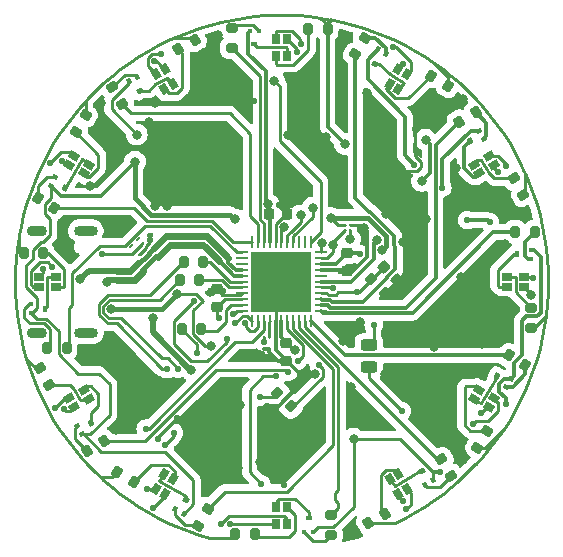
<source format=gbr>
%TF.GenerationSoftware,KiCad,Pcbnew,7.0.5*%
%TF.CreationDate,2023-10-07T14:02:04+02:00*%
%TF.ProjectId,ClockRev5,436c6f63-6b52-4657-9635-2e6b69636164,rev?*%
%TF.SameCoordinates,Original*%
%TF.FileFunction,Copper,L1,Top*%
%TF.FilePolarity,Positive*%
%FSLAX46Y46*%
G04 Gerber Fmt 4.6, Leading zero omitted, Abs format (unit mm)*
G04 Created by KiCad (PCBNEW 7.0.5) date 2023-10-07 14:02:04*
%MOMM*%
%LPD*%
G01*
G04 APERTURE LIST*
G04 Aperture macros list*
%AMRoundRect*
0 Rectangle with rounded corners*
0 $1 Rounding radius*
0 $2 $3 $4 $5 $6 $7 $8 $9 X,Y pos of 4 corners*
0 Add a 4 corners polygon primitive as box body*
4,1,4,$2,$3,$4,$5,$6,$7,$8,$9,$2,$3,0*
0 Add four circle primitives for the rounded corners*
1,1,$1+$1,$2,$3*
1,1,$1+$1,$4,$5*
1,1,$1+$1,$6,$7*
1,1,$1+$1,$8,$9*
0 Add four rect primitives between the rounded corners*
20,1,$1+$1,$2,$3,$4,$5,0*
20,1,$1+$1,$4,$5,$6,$7,0*
20,1,$1+$1,$6,$7,$8,$9,0*
20,1,$1+$1,$8,$9,$2,$3,0*%
%AMRotRect*
0 Rectangle, with rotation*
0 The origin of the aperture is its center*
0 $1 length*
0 $2 width*
0 $3 Rotation angle, in degrees counterclockwise*
0 Add horizontal line*
21,1,$1,$2,0,0,$3*%
G04 Aperture macros list end*
%TA.AperFunction,SMDPad,CuDef*%
%ADD10RoundRect,0.200000X0.310705X0.138157X-0.035705X0.338157X-0.310705X-0.138157X0.035705X-0.338157X0*%
%TD*%
%TA.AperFunction,SMDPad,CuDef*%
%ADD11RotRect,0.650000X0.850000X120.000000*%
%TD*%
%TA.AperFunction,SMDPad,CuDef*%
%ADD12RoundRect,0.200000X-0.035705X-0.338157X0.310705X-0.138157X0.035705X0.338157X-0.310705X0.138157X0*%
%TD*%
%TA.AperFunction,SMDPad,CuDef*%
%ADD13RoundRect,0.200000X-0.200000X-0.275000X0.200000X-0.275000X0.200000X0.275000X-0.200000X0.275000X0*%
%TD*%
%TA.AperFunction,SMDPad,CuDef*%
%ADD14RoundRect,0.200000X0.275000X-0.200000X0.275000X0.200000X-0.275000X0.200000X-0.275000X-0.200000X0*%
%TD*%
%TA.AperFunction,SMDPad,CuDef*%
%ADD15R,0.450000X0.400000*%
%TD*%
%TA.AperFunction,SMDPad,CuDef*%
%ADD16R,0.450000X0.500000*%
%TD*%
%TA.AperFunction,SMDPad,CuDef*%
%ADD17RoundRect,0.243750X0.456250X-0.243750X0.456250X0.243750X-0.456250X0.243750X-0.456250X-0.243750X0*%
%TD*%
%TA.AperFunction,SMDPad,CuDef*%
%ADD18C,0.250000*%
%TD*%
%TA.AperFunction,SMDPad,CuDef*%
%ADD19RoundRect,0.225000X0.250000X-0.225000X0.250000X0.225000X-0.250000X0.225000X-0.250000X-0.225000X0*%
%TD*%
%TA.AperFunction,SMDPad,CuDef*%
%ADD20RotRect,0.450000X0.400000X330.000000*%
%TD*%
%TA.AperFunction,SMDPad,CuDef*%
%ADD21RotRect,0.450000X0.500000X330.000000*%
%TD*%
%TA.AperFunction,SMDPad,CuDef*%
%ADD22RotRect,0.650000X0.850000X60.000000*%
%TD*%
%TA.AperFunction,SMDPad,CuDef*%
%ADD23RoundRect,0.062500X0.475000X0.062500X-0.475000X0.062500X-0.475000X-0.062500X0.475000X-0.062500X0*%
%TD*%
%TA.AperFunction,SMDPad,CuDef*%
%ADD24RoundRect,0.062500X0.062500X0.475000X-0.062500X0.475000X-0.062500X-0.475000X0.062500X-0.475000X0*%
%TD*%
%TA.AperFunction,SMDPad,CuDef*%
%ADD25R,5.200000X5.200000*%
%TD*%
%TA.AperFunction,SMDPad,CuDef*%
%ADD26RoundRect,0.225000X0.225000X0.250000X-0.225000X0.250000X-0.225000X-0.250000X0.225000X-0.250000X0*%
%TD*%
%TA.AperFunction,SMDPad,CuDef*%
%ADD27RotRect,0.200000X0.475000X135.000000*%
%TD*%
%TA.AperFunction,SMDPad,CuDef*%
%ADD28RoundRect,0.200000X0.138157X-0.310705X0.338157X0.035705X-0.138157X0.310705X-0.338157X-0.035705X0*%
%TD*%
%TA.AperFunction,SMDPad,CuDef*%
%ADD29R,0.850000X0.650000*%
%TD*%
%TA.AperFunction,SMDPad,CuDef*%
%ADD30RoundRect,0.200000X0.200000X0.275000X-0.200000X0.275000X-0.200000X-0.275000X0.200000X-0.275000X0*%
%TD*%
%TA.AperFunction,SMDPad,CuDef*%
%ADD31R,0.650000X0.850000*%
%TD*%
%TA.AperFunction,SMDPad,CuDef*%
%ADD32RoundRect,0.225000X-0.250000X0.225000X-0.250000X-0.225000X0.250000X-0.225000X0.250000X0.225000X0*%
%TD*%
%TA.AperFunction,SMDPad,CuDef*%
%ADD33RoundRect,0.200000X0.035705X0.338157X-0.310705X0.138157X-0.035705X-0.338157X0.310705X-0.138157X0*%
%TD*%
%TA.AperFunction,SMDPad,CuDef*%
%ADD34RotRect,0.450000X0.400000X240.000000*%
%TD*%
%TA.AperFunction,SMDPad,CuDef*%
%ADD35RotRect,0.450000X0.500000X240.000000*%
%TD*%
%TA.AperFunction,SMDPad,CuDef*%
%ADD36R,0.400000X0.450000*%
%TD*%
%TA.AperFunction,SMDPad,CuDef*%
%ADD37R,0.500000X0.450000*%
%TD*%
%TA.AperFunction,SMDPad,CuDef*%
%ADD38RotRect,0.650000X0.850000X300.000000*%
%TD*%
%TA.AperFunction,SMDPad,CuDef*%
%ADD39RoundRect,0.200000X-0.138157X0.310705X-0.338157X-0.035705X0.138157X-0.310705X0.338157X0.035705X0*%
%TD*%
%TA.AperFunction,SMDPad,CuDef*%
%ADD40RotRect,0.650000X0.850000X330.000000*%
%TD*%
%TA.AperFunction,SMDPad,CuDef*%
%ADD41RotRect,0.450000X0.400000X300.000000*%
%TD*%
%TA.AperFunction,SMDPad,CuDef*%
%ADD42RotRect,0.450000X0.500000X300.000000*%
%TD*%
%TA.AperFunction,SMDPad,CuDef*%
%ADD43RotRect,0.650000X0.850000X30.000000*%
%TD*%
%TA.AperFunction,SMDPad,CuDef*%
%ADD44RotRect,0.650000X0.850000X150.000000*%
%TD*%
%TA.AperFunction,SMDPad,CuDef*%
%ADD45RoundRect,0.200000X0.338157X-0.035705X0.138157X0.310705X-0.338157X0.035705X-0.138157X-0.310705X0*%
%TD*%
%TA.AperFunction,SMDPad,CuDef*%
%ADD46RoundRect,0.200000X-0.338157X0.035705X-0.138157X-0.310705X0.338157X-0.035705X0.138157X0.310705X0*%
%TD*%
%TA.AperFunction,SMDPad,CuDef*%
%ADD47RotRect,0.450000X0.400000X150.000000*%
%TD*%
%TA.AperFunction,SMDPad,CuDef*%
%ADD48RotRect,0.450000X0.500000X150.000000*%
%TD*%
%TA.AperFunction,SMDPad,CuDef*%
%ADD49RoundRect,0.200000X-0.275000X0.200000X-0.275000X-0.200000X0.275000X-0.200000X0.275000X0.200000X0*%
%TD*%
%TA.AperFunction,SMDPad,CuDef*%
%ADD50RotRect,0.650000X0.850000X210.000000*%
%TD*%
%TA.AperFunction,SMDPad,CuDef*%
%ADD51RotRect,0.450000X0.400000X30.000000*%
%TD*%
%TA.AperFunction,SMDPad,CuDef*%
%ADD52RotRect,0.450000X0.500000X30.000000*%
%TD*%
%TA.AperFunction,SMDPad,CuDef*%
%ADD53RotRect,0.450000X0.400000X60.000000*%
%TD*%
%TA.AperFunction,SMDPad,CuDef*%
%ADD54RotRect,0.450000X0.500000X60.000000*%
%TD*%
%TA.AperFunction,SMDPad,CuDef*%
%ADD55RoundRect,0.200000X-0.310705X-0.138157X0.035705X-0.338157X0.310705X0.138157X-0.035705X0.338157X0*%
%TD*%
%TA.AperFunction,SMDPad,CuDef*%
%ADD56RoundRect,0.200000X-0.335876X-0.053033X-0.053033X-0.335876X0.335876X0.053033X0.053033X0.335876X0*%
%TD*%
%TA.AperFunction,SMDPad,CuDef*%
%ADD57RotRect,0.450000X0.400000X210.000000*%
%TD*%
%TA.AperFunction,SMDPad,CuDef*%
%ADD58RotRect,0.450000X0.500000X210.000000*%
%TD*%
%TA.AperFunction,SMDPad,CuDef*%
%ADD59RotRect,0.450000X0.400000X120.000000*%
%TD*%
%TA.AperFunction,SMDPad,CuDef*%
%ADD60RotRect,0.450000X0.500000X120.000000*%
%TD*%
%TA.AperFunction,SMDPad,CuDef*%
%ADD61RotRect,0.650000X0.850000X240.000000*%
%TD*%
%TA.AperFunction,SMDPad,CuDef*%
%ADD62RoundRect,0.225000X-0.335876X-0.017678X-0.017678X-0.335876X0.335876X0.017678X0.017678X0.335876X0*%
%TD*%
%TA.AperFunction,ComponentPad*%
%ADD63O,1.700000X0.900000*%
%TD*%
%TA.AperFunction,ComponentPad*%
%ADD64O,2.000000X0.900000*%
%TD*%
%TA.AperFunction,ViaPad*%
%ADD65C,0.550000*%
%TD*%
%TA.AperFunction,ViaPad*%
%ADD66C,0.800000*%
%TD*%
%TA.AperFunction,Conductor*%
%ADD67C,0.300000*%
%TD*%
%TA.AperFunction,Conductor*%
%ADD68C,0.250000*%
%TD*%
%TA.AperFunction,Conductor*%
%ADD69C,0.400000*%
%TD*%
%TA.AperFunction,Conductor*%
%ADD70C,0.500000*%
%TD*%
%TA.AperFunction,Conductor*%
%ADD71C,0.600000*%
%TD*%
G04 APERTURE END LIST*
D10*
%TO.P,R51,1*%
%TO.N,/Ch10*%
X80774348Y-93749806D03*
%TO.P,R51,2*%
%TO.N,Net-(Q13-G)*%
X79345406Y-92924806D03*
%TD*%
%TO.P,R42,1*%
%TO.N,Net-(D7-RK)*%
X87478942Y-116975000D03*
%TO.P,R42,2*%
%TO.N,/Ch_R*%
X86050000Y-116150000D03*
%TD*%
D11*
%TO.P,D8,1,GK*%
%TO.N,Net-(D8-GK)*%
X82437329Y-110630561D03*
%TO.P,D8,2,BK*%
%TO.N,Net-(D8-BK)*%
X82012329Y-109894439D03*
%TO.P,D8,3,A*%
%TO.N,Net-(D8-A)*%
X83268065Y-109169439D03*
%TO.P,D8,4,RK*%
%TO.N,Net-(D8-RK)*%
X83693065Y-109905561D03*
%TD*%
D12*
%TO.P,R58,1*%
%TO.N,Net-(D11-RK)*%
X91248557Y-80342057D03*
%TO.P,R58,2*%
%TO.N,/Ch_R*%
X92677499Y-79517057D03*
%TD*%
D13*
%TO.P,R23,1*%
%TO.N,/Ch3*%
X119774999Y-95800000D03*
%TO.P,R23,2*%
%TO.N,Net-(Q6-G)*%
X121424999Y-95800000D03*
%TD*%
D14*
%TO.P,R59,1*%
%TO.N,/Ch12*%
X95800000Y-80225000D03*
%TO.P,R59,2*%
%TO.N,Net-(Q15-G)*%
X95800000Y-78575000D03*
%TD*%
D15*
%TO.P,Q6,1,G*%
%TO.N,Net-(Q6-G)*%
X121125000Y-98100000D03*
%TO.P,Q6,2,S*%
%TO.N,VCC*%
X121125000Y-97300000D03*
D16*
%TO.P,Q6,3,D*%
%TO.N,Net-(D3-A)*%
X119975000Y-97700000D03*
%TD*%
D17*
%TO.P,D14,2,A*%
%TO.N,/Photodiode*%
X107400000Y-105362500D03*
%TO.P,D14,1,K*%
%TO.N,VCC*%
X107400000Y-107237500D03*
%TD*%
D18*
%TO.P,X1,1,GND*%
%TO.N,GND*%
X98910000Y-105700000D03*
%TO.P,X1,2,OUT*%
%TO.N,/Osc*%
X98910000Y-104700000D03*
%TO.P,X1,3,Vdd*%
%TO.N,VCC*%
X98500000Y-104700000D03*
%TO.P,X1,4,GND*%
%TO.N,GND*%
X98500000Y-105700000D03*
%TD*%
D19*
%TO.P,C6,1*%
%TO.N,GND*%
X100400000Y-106750000D03*
%TO.P,C6,2*%
%TO.N,VCC*%
X100400000Y-105200000D03*
%TD*%
D20*
%TO.P,Q13,1,G*%
%TO.N,Net-(Q13-G)*%
X80854070Y-91178590D03*
%TO.P,Q13,2,S*%
%TO.N,VCC*%
X80454070Y-91871410D03*
D21*
%TO.P,Q13,3,D*%
%TO.N,Net-(D10-A)*%
X81650000Y-92100000D03*
%TD*%
D22*
%TO.P,D10,1,GK*%
%TO.N,Net-(D10-GK)*%
X82012329Y-90105561D03*
%TO.P,D10,2,BK*%
%TO.N,Net-(D10-BK)*%
X82437329Y-89369439D03*
%TO.P,D10,3,A*%
%TO.N,Net-(D10-A)*%
X83693065Y-90094439D03*
%TO.P,D10,4,RK*%
%TO.N,Net-(D10-RK)*%
X83268065Y-90830561D03*
%TD*%
D18*
%TO.P,U2,A1,VSA*%
%TO.N,GND*%
X105800000Y-95200000D03*
%TO.P,U2,A2,SCL*%
%TO.N,/SCL*%
X105800000Y-95600000D03*
%TO.P,U2,B1,VDD*%
%TO.N,VCC*%
X105400000Y-95200000D03*
%TO.P,U2,B2,SDA*%
%TO.N,/SDA*%
X105400000Y-95600000D03*
%TD*%
D23*
%TO.P,U1,1,PA5*%
%TO.N,/Ch3*%
X103337500Y-102500000D03*
%TO.P,U1,2,PA6*%
%TO.N,/Ch2*%
X103337500Y-102000000D03*
%TO.P,U1,3,PA7*%
%TO.N,/Ch1*%
X103337500Y-101500000D03*
%TO.P,U1,4,AREFB/PB0*%
%TO.N,Net-(U1-AREFB{slash}PB0)*%
X103337500Y-101000000D03*
%TO.P,U1,5,PB1*%
%TO.N,/Photodiode*%
X103337500Y-100500000D03*
%TO.P,U1,6,PB2*%
%TO.N,/SW2*%
X103337500Y-100000000D03*
%TO.P,U1,7,PB3*%
%TO.N,unconnected-(U1-PB3-Pad7)*%
X103337500Y-99500000D03*
%TO.P,U1,8,GND*%
%TO.N,GND*%
X103337500Y-99000000D03*
%TO.P,U1,9,VCC*%
%TO.N,VCC*%
X103337500Y-98500000D03*
%TO.P,U1,10,PC0*%
%TO.N,/SDA*%
X103337500Y-98000000D03*
%TO.P,U1,11,PC1*%
%TO.N,/SCL*%
X103337500Y-97500000D03*
D24*
%TO.P,U1,12,PC2*%
%TO.N,/SW1*%
X102500000Y-96662500D03*
%TO.P,U1,13,PC3*%
%TO.N,unconnected-(U1-PC3-Pad13)*%
X102000000Y-96662500D03*
%TO.P,U1,14,PC4*%
%TO.N,unconnected-(U1-PC4-Pad14)*%
X101500000Y-96662500D03*
%TO.P,U1,15,PC5*%
%TO.N,/Gate_R*%
X101000000Y-96662500D03*
%TO.P,U1,16,PC6*%
%TO.N,/Gate_B*%
X100500000Y-96662500D03*
%TO.P,U1,17,PC7*%
%TO.N,/Gate_G*%
X100000000Y-96662500D03*
%TO.P,U1,18,GND*%
%TO.N,GND*%
X99500000Y-96662500D03*
%TO.P,U1,19,VCC*%
%TO.N,VCC*%
X99000000Y-96662500D03*
%TO.P,U1,20,PD0*%
%TO.N,/Ch12*%
X98500000Y-96662500D03*
%TO.P,U1,21,PD1*%
%TO.N,/Ch11*%
X98000000Y-96662500D03*
%TO.P,U1,22,PD2*%
%TO.N,/Ch10*%
X97500000Y-96662500D03*
D23*
%TO.P,U1,23,PD3*%
%TO.N,/Ch9*%
X96662500Y-97500000D03*
%TO.P,U1,24,PD4*%
%TO.N,unconnected-(U1-PD4-Pad24)*%
X96662500Y-98000000D03*
%TO.P,U1,25,PD5*%
%TO.N,unconnected-(U1-PD5-Pad25)*%
X96662500Y-98500000D03*
%TO.P,U1,26,PD6*%
%TO.N,/D-*%
X96662500Y-99000000D03*
%TO.P,U1,27,PD7*%
%TO.N,/D+*%
X96662500Y-99500000D03*
%TO.P,U1,28,PE0*%
%TO.N,/STAT1*%
X96662500Y-100000000D03*
%TO.P,U1,29,PE1*%
%TO.N,/STAT2*%
X96662500Y-100500000D03*
%TO.P,U1,30,GND*%
%TO.N,GND*%
X96662500Y-101000000D03*
%TO.P,U1,31,VCC*%
%TO.N,VCC*%
X96662500Y-101500000D03*
%TO.P,U1,32,PE2*%
%TO.N,/~{PG}*%
X96662500Y-102000000D03*
%TO.P,U1,33,PE3*%
%TO.N,/SW3*%
X96662500Y-102500000D03*
D24*
%TO.P,U1,34,PDI_DATA*%
%TO.N,/PDI_DATA*%
X97500000Y-103337500D03*
%TO.P,U1,35,~{RESET}/PDI_CLK*%
%TO.N,/PDI_CLK*%
X98000000Y-103337500D03*
%TO.P,U1,36,PR0/XTAL2*%
%TO.N,/SW4*%
X98500000Y-103337500D03*
%TO.P,U1,37,PR1/XTAL1*%
%TO.N,/Osc*%
X99000000Y-103337500D03*
%TO.P,U1,38,GND*%
%TO.N,GND*%
X99500000Y-103337500D03*
%TO.P,U1,39,AVCC*%
%TO.N,VCC*%
X100000000Y-103337500D03*
%TO.P,U1,40,AREFA/PA0*%
%TO.N,/Ch8*%
X100500000Y-103337500D03*
%TO.P,U1,41,PA1*%
%TO.N,/Ch7*%
X101000000Y-103337500D03*
%TO.P,U1,42,PA2*%
%TO.N,/Ch6*%
X101500000Y-103337500D03*
%TO.P,U1,43,PA3*%
%TO.N,/Ch5*%
X102000000Y-103337500D03*
%TO.P,U1,44,PA4*%
%TO.N,/Ch4*%
X102500000Y-103337500D03*
D25*
%TO.P,U1,45,GND*%
%TO.N,GND*%
X100000000Y-100000000D03*
%TD*%
D26*
%TO.P,C8,1*%
%TO.N,GND*%
X100475000Y-94300000D03*
%TO.P,C8,2*%
%TO.N,VCC*%
X98925000Y-94300000D03*
%TD*%
D27*
%TO.P,D13,1,CH1*%
%TO.N,/D+*%
X89250000Y-97850000D03*
%TO.P,D13,2,CH2*%
%TO.N,/D-*%
X88896447Y-97496447D03*
%TO.P,D13,3,GND_1*%
%TO.N,GND*%
X88542893Y-97142894D03*
%TO.P,D13,4,CH3*%
%TO.N,VBUS*%
X88189340Y-96789340D03*
%TO.P,D13,5,CH4*%
%TO.N,unconnected-(D13-CH4-Pad5)*%
X87835787Y-96435787D03*
%TO.P,D13,6,N.C._1*%
%TO.N,unconnected-(D13-N.C._1-Pad6)*%
X87287072Y-96984502D03*
%TO.P,D13,7,N.C._2*%
%TO.N,VBUS*%
X87640625Y-97338055D03*
%TO.P,D13,8,GND_2*%
%TO.N,GND*%
X87994179Y-97691608D03*
%TO.P,D13,9,N.C._3*%
%TO.N,/D-*%
X88347732Y-98045162D03*
%TO.P,D13,10,N.C._4*%
%TO.N,/D+*%
X88701285Y-98398715D03*
%TD*%
D28*
%TO.P,R15,1*%
%TO.N,/Ch1*%
X106250194Y-80774348D03*
%TO.P,R15,2*%
%TO.N,Net-(Q4-G)*%
X107075194Y-79345406D03*
%TD*%
D12*
%TO.P,R19,1*%
%TO.N,/Ch2*%
X115025652Y-86475194D03*
%TO.P,R19,2*%
%TO.N,Net-(Q5-G)*%
X116454594Y-85650194D03*
%TD*%
D29*
%TO.P,D3,1,GK*%
%TO.N,Net-(D3-GK)*%
X120525000Y-99575000D03*
%TO.P,D3,2,BK*%
%TO.N,Net-(D3-BK)*%
X120525000Y-100425000D03*
%TO.P,D3,3,A*%
%TO.N,Net-(D3-A)*%
X119075000Y-100425000D03*
%TO.P,D3,4,RK*%
%TO.N,Net-(D3-RK)*%
X119075000Y-99575000D03*
%TD*%
D30*
%TO.P,R47,1*%
%TO.N,/Ch9*%
X81800000Y-105600000D03*
%TO.P,R47,2*%
%TO.N,Net-(Q12-G)*%
X80150000Y-105600000D03*
%TD*%
D31*
%TO.P,D6,1,GK*%
%TO.N,Net-(D6-GK)*%
X100425000Y-120525000D03*
%TO.P,D6,2,BK*%
%TO.N,Net-(D6-BK)*%
X99575000Y-120525000D03*
%TO.P,D6,3,A*%
%TO.N,Net-(D6-A)*%
X99575000Y-119075000D03*
%TO.P,D6,4,RK*%
%TO.N,Net-(D6-RK)*%
X100425000Y-119075000D03*
%TD*%
D32*
%TO.P,C7,1*%
%TO.N,GND*%
X94500000Y-100625000D03*
%TO.P,C7,2*%
%TO.N,VCC*%
X94500000Y-102175000D03*
%TD*%
D33*
%TO.P,R43,1*%
%TO.N,/Ch8*%
X84974347Y-113524806D03*
%TO.P,R43,2*%
%TO.N,Net-(Q11-G)*%
X83545405Y-114349806D03*
%TD*%
D34*
%TO.P,Q4,1,G*%
%TO.N,Net-(Q4-G)*%
X108833910Y-80752035D03*
%TO.P,Q4,2,S*%
%TO.N,VCC*%
X108141090Y-80352035D03*
D35*
%TO.P,Q4,3,D*%
%TO.N,Net-(D1-A)*%
X107912500Y-81547965D03*
%TD*%
D36*
%TO.P,Q15,1,G*%
%TO.N,Net-(Q15-G)*%
X98100000Y-78775000D03*
%TO.P,Q15,2,S*%
%TO.N,VCC*%
X97300000Y-78775000D03*
D37*
%TO.P,Q15,3,D*%
%TO.N,Net-(D12-A)*%
X97700000Y-79925000D03*
%TD*%
D29*
%TO.P,D9,1,GK*%
%TO.N,Net-(D9-GK)*%
X79475000Y-100425000D03*
%TO.P,D9,2,BK*%
%TO.N,Net-(D9-BK)*%
X79475000Y-99575000D03*
%TO.P,D9,3,A*%
%TO.N,Net-(D9-A)*%
X80925000Y-99575000D03*
%TO.P,D9,4,RK*%
%TO.N,Net-(D9-RK)*%
X80925000Y-100425000D03*
%TD*%
D38*
%TO.P,D2,1,GK*%
%TO.N,Net-(D2-GK)*%
X117562670Y-89369439D03*
%TO.P,D2,2,BK*%
%TO.N,Net-(D2-BK)*%
X117987670Y-90105561D03*
%TO.P,D2,3,A*%
%TO.N,Net-(D2-A)*%
X116731934Y-90830561D03*
%TO.P,D2,4,RK*%
%TO.N,Net-(D2-RK)*%
X116306934Y-90094439D03*
%TD*%
D30*
%TO.P,R38,1*%
%TO.N,Net-(D6-RK)*%
X97750000Y-121399999D03*
%TO.P,R38,2*%
%TO.N,/Ch_R*%
X96100000Y-121399999D03*
%TD*%
D39*
%TO.P,R39,1*%
%TO.N,/Ch7*%
X93749806Y-119225651D03*
%TO.P,R39,2*%
%TO.N,Net-(Q10-G)*%
X92924806Y-120654593D03*
%TD*%
D13*
%TO.P,R12,1*%
%TO.N,Net-(U3-STAT1{slash}~{LBO})*%
X91725000Y-98350000D03*
%TO.P,R12,2*%
%TO.N,/STAT1*%
X93375000Y-98350000D03*
%TD*%
D30*
%TO.P,R50,1*%
%TO.N,Net-(D9-RK)*%
X79825000Y-97600000D03*
%TO.P,R50,2*%
%TO.N,/Ch_R*%
X78175000Y-97600000D03*
%TD*%
D15*
%TO.P,Q12,1,G*%
%TO.N,Net-(Q12-G)*%
X78825000Y-101900000D03*
%TO.P,Q12,2,S*%
%TO.N,VCC*%
X78825000Y-102700000D03*
D16*
%TO.P,Q12,3,D*%
%TO.N,Net-(D9-A)*%
X79975000Y-102300000D03*
%TD*%
D40*
%TO.P,D1,1,GK*%
%TO.N,Net-(D1-GK)*%
X109894439Y-82012329D03*
%TO.P,D1,2,BK*%
%TO.N,Net-(D1-BK)*%
X110630561Y-82437329D03*
%TO.P,D1,3,A*%
%TO.N,Net-(D1-A)*%
X109905561Y-83693065D03*
%TO.P,D1,4,RK*%
%TO.N,Net-(D1-RK)*%
X109169439Y-83268065D03*
%TD*%
D41*
%TO.P,Q14,1,G*%
%TO.N,Net-(Q14-G)*%
X87771410Y-82654070D03*
%TO.P,Q14,2,S*%
%TO.N,VCC*%
X87078590Y-83054070D03*
D42*
%TO.P,Q14,3,D*%
%TO.N,Net-(D11-A)*%
X88000000Y-83850000D03*
%TD*%
D43*
%TO.P,D11,1,GK*%
%TO.N,Net-(D11-GK)*%
X89369439Y-82437329D03*
%TO.P,D11,2,BK*%
%TO.N,Net-(D11-BK)*%
X90105561Y-82012329D03*
%TO.P,D11,3,A*%
%TO.N,Net-(D11-A)*%
X90830561Y-83268065D03*
%TO.P,D11,4,RK*%
%TO.N,Net-(D11-RK)*%
X90094439Y-83693065D03*
%TD*%
D44*
%TO.P,D7,1,GK*%
%TO.N,Net-(D7-GK)*%
X90105561Y-117987670D03*
%TO.P,D7,2,BK*%
%TO.N,Net-(D7-BK)*%
X89369439Y-117562670D03*
%TO.P,D7,3,A*%
%TO.N,Net-(D7-A)*%
X90094439Y-116306934D03*
%TO.P,D7,4,RK*%
%TO.N,Net-(D7-RK)*%
X90830561Y-116731934D03*
%TD*%
D28*
%TO.P,R54,1*%
%TO.N,Net-(D10-RK)*%
X82592056Y-87351443D03*
%TO.P,R54,2*%
%TO.N,/Ch_R*%
X83417056Y-85922501D03*
%TD*%
D45*
%TO.P,R46,1*%
%TO.N,Net-(D8-RK)*%
X80342057Y-108751443D03*
%TO.P,R46,2*%
%TO.N,/Ch_R*%
X79517057Y-107322501D03*
%TD*%
D13*
%TO.P,R62,1*%
%TO.N,Net-(D12-RK)*%
X102250000Y-78600000D03*
%TO.P,R62,2*%
%TO.N,/Ch_R*%
X103900000Y-78600000D03*
%TD*%
D46*
%TO.P,R22,1*%
%TO.N,Net-(D2-RK)*%
X119657942Y-91248557D03*
%TO.P,R22,2*%
%TO.N,/Ch_R*%
X120482942Y-92677499D03*
%TD*%
D47*
%TO.P,Q7,1,G*%
%TO.N,Net-(Q7-G)*%
X119047965Y-108933910D03*
%TO.P,Q7,2,S*%
%TO.N,VCC*%
X119447965Y-108241090D03*
D48*
%TO.P,Q7,3,D*%
%TO.N,Net-(D4-A)*%
X118252035Y-108012500D03*
%TD*%
D49*
%TO.P,R26,1*%
%TO.N,Net-(D3-RK)*%
X121150000Y-102250000D03*
%TO.P,R26,2*%
%TO.N,/Ch_R*%
X121150000Y-103900000D03*
%TD*%
D50*
%TO.P,D5,1,GK*%
%TO.N,Net-(D5-GK)*%
X110630561Y-117562670D03*
%TO.P,D5,2,BK*%
%TO.N,Net-(D5-BK)*%
X109894439Y-117987670D03*
%TO.P,D5,3,A*%
%TO.N,Net-(D5-A)*%
X109169439Y-116731934D03*
%TO.P,D5,4,RK*%
%TO.N,Net-(D5-RK)*%
X109905561Y-116306934D03*
%TD*%
D39*
%TO.P,R30,1*%
%TO.N,Net-(D4-RK)*%
X117407943Y-112648557D03*
%TO.P,R30,2*%
%TO.N,/Ch_R*%
X116582943Y-114077499D03*
%TD*%
D19*
%TO.P,C5,1*%
%TO.N,GND*%
X105550000Y-99100000D03*
%TO.P,C5,2*%
%TO.N,VCC*%
X105550000Y-97550000D03*
%TD*%
D45*
%TO.P,R55,1*%
%TO.N,/Ch11*%
X86475194Y-84974347D03*
%TO.P,R55,2*%
%TO.N,Net-(Q14-G)*%
X85650194Y-83545405D03*
%TD*%
D51*
%TO.P,Q11,1,G*%
%TO.N,Net-(Q11-G)*%
X82702035Y-112241090D03*
%TO.P,Q11,2,S*%
%TO.N,VCC*%
X83102035Y-112933910D03*
D52*
%TO.P,Q11,3,D*%
%TO.N,Net-(D8-A)*%
X83897965Y-112012500D03*
%TD*%
D53*
%TO.P,Q10,1,G*%
%TO.N,Net-(Q10-G)*%
X91016090Y-119297965D03*
%TO.P,Q10,2,S*%
%TO.N,VCC*%
X91708910Y-119697965D03*
D54*
%TO.P,Q10,3,D*%
%TO.N,Net-(D7-A)*%
X91937500Y-118502035D03*
%TD*%
D46*
%TO.P,R31,1*%
%TO.N,/Ch5*%
X113524806Y-115025652D03*
%TO.P,R31,2*%
%TO.N,Net-(Q8-G)*%
X114349806Y-116454594D03*
%TD*%
D55*
%TO.P,R18,1*%
%TO.N,Net-(D1-RK)*%
X112648557Y-82592056D03*
%TO.P,R18,2*%
%TO.N,/Ch_R*%
X114077499Y-83417056D03*
%TD*%
D31*
%TO.P,D12,1,GK*%
%TO.N,Net-(D12-GK)*%
X99575000Y-79475000D03*
%TO.P,D12,2,BK*%
%TO.N,Net-(D12-BK)*%
X100425000Y-79475000D03*
%TO.P,D12,3,A*%
%TO.N,Net-(D12-A)*%
X100425000Y-80925000D03*
%TO.P,D12,4,RK*%
%TO.N,Net-(D12-RK)*%
X99575000Y-80925000D03*
%TD*%
D56*
%TO.P,R64,1*%
%TO.N,Net-(U1-AREFB{slash}PB0)*%
X107607969Y-99766637D03*
%TO.P,R64,2*%
%TO.N,GND*%
X108774695Y-100933363D03*
%TD*%
D55*
%TO.P,R27,1*%
%TO.N,/Ch4*%
X119225651Y-106250194D03*
%TO.P,R27,2*%
%TO.N,Net-(Q7-G)*%
X120654593Y-107075194D03*
%TD*%
D56*
%TO.P,R63,1*%
%TO.N,+BATT*%
X99650000Y-109400000D03*
%TO.P,R63,2*%
%TO.N,Net-(U1-AREFB{slash}PB0)*%
X100816726Y-110566726D03*
%TD*%
D57*
%TO.P,Q5,1,G*%
%TO.N,Net-(Q5-G)*%
X117147965Y-87908910D03*
%TO.P,Q5,2,S*%
%TO.N,VCC*%
X116747965Y-87216090D03*
D58*
%TO.P,Q5,3,D*%
%TO.N,Net-(D2-A)*%
X115952035Y-88137500D03*
%TD*%
D59*
%TO.P,Q8,1,G*%
%TO.N,Net-(Q8-G)*%
X112141090Y-117197965D03*
%TO.P,Q8,2,S*%
%TO.N,VCC*%
X112833910Y-116797965D03*
D60*
%TO.P,Q8,3,D*%
%TO.N,Net-(D5-A)*%
X111912500Y-116002035D03*
%TD*%
D13*
%TO.P,R14,1*%
%TO.N,Net-(U3-~{PG})*%
X91575000Y-104000000D03*
%TO.P,R14,2*%
%TO.N,/~{PG}*%
X93225000Y-104000000D03*
%TD*%
%TO.P,R13,1*%
%TO.N,Net-(U3-STAT2)*%
X91375000Y-99890000D03*
%TO.P,R13,2*%
%TO.N,/STAT2*%
X93025000Y-99890000D03*
%TD*%
D49*
%TO.P,R35,1*%
%TO.N,/Ch6*%
X104200000Y-119775000D03*
%TO.P,R35,2*%
%TO.N,Net-(Q9-G)*%
X104200000Y-121425000D03*
%TD*%
D33*
%TO.P,R34,1*%
%TO.N,Net-(D5-RK)*%
X108751443Y-119657942D03*
%TO.P,R34,2*%
%TO.N,/Ch_R*%
X107322501Y-120482942D03*
%TD*%
D36*
%TO.P,Q9,1,G*%
%TO.N,Net-(Q9-G)*%
X101900000Y-121175000D03*
%TO.P,Q9,2,S*%
%TO.N,VCC*%
X102700000Y-121175000D03*
D37*
%TO.P,Q9,3,D*%
%TO.N,Net-(D6-A)*%
X102300000Y-120025000D03*
%TD*%
D61*
%TO.P,D4,1,GK*%
%TO.N,Net-(D4-GK)*%
X117987670Y-109894439D03*
%TO.P,D4,2,BK*%
%TO.N,Net-(D4-BK)*%
X117562670Y-110630561D03*
%TO.P,D4,3,A*%
%TO.N,Net-(D4-A)*%
X116306934Y-109905561D03*
%TO.P,D4,4,RK*%
%TO.N,Net-(D4-RK)*%
X116731934Y-109169439D03*
%TD*%
D62*
%TO.P,C16,1*%
%TO.N,Net-(U1-AREFB{slash}PB0)*%
X108703984Y-98741332D03*
%TO.P,C16,2*%
%TO.N,GND*%
X109800000Y-99837348D03*
%TD*%
D63*
%TO.P,J1,S1,SHIELD*%
%TO.N,unconnected-(J1-SHIELD-PadS1)*%
X79260000Y-104320000D03*
D64*
X83430000Y-104320000D03*
D63*
X79260000Y-95680000D03*
D64*
X83430000Y-95680000D03*
%TD*%
D65*
%TO.N,VCC*%
X110200000Y-111000000D03*
D66*
%TO.N,GND*%
X113350000Y-103050000D03*
X103805378Y-87794622D03*
X115200000Y-96700000D03*
X86450000Y-87800000D03*
D65*
X99800000Y-93500000D03*
D66*
X114150000Y-94300000D03*
X100524500Y-87600000D03*
X96350000Y-115750000D03*
X83750000Y-91950000D03*
X89800000Y-110000000D03*
D65*
X110250000Y-90550000D03*
D66*
X87050000Y-107200000D03*
X88800000Y-86500000D03*
D65*
X97650500Y-84750000D03*
D66*
X86000000Y-112600000D03*
X112900000Y-105550000D03*
D65*
X111300000Y-87100000D03*
D66*
X115350000Y-84550000D03*
X107000000Y-95450000D03*
X93850000Y-117550000D03*
X108800000Y-107850000D03*
X93800000Y-89400000D03*
X98150000Y-115250000D03*
D65*
X89550000Y-113300000D03*
D66*
X120000000Y-94250000D03*
X114750000Y-90350000D03*
X105900000Y-108950000D03*
X105200000Y-105000000D03*
X94600000Y-79100000D03*
X106650000Y-103400000D03*
X102800000Y-107800000D03*
D65*
X85450000Y-96000000D03*
D66*
X113150000Y-107500000D03*
X94800000Y-89400000D03*
X90300000Y-92700000D03*
X108850000Y-94300000D03*
X110150000Y-101050000D03*
D65*
X95050000Y-100825500D03*
X97100000Y-82875500D03*
X91163556Y-111563556D03*
D66*
X111200000Y-111500000D03*
X116950000Y-105250000D03*
X94800000Y-88500000D03*
X89300000Y-92700000D03*
X107200000Y-84050000D03*
X112250000Y-94700000D03*
X115200000Y-99600000D03*
X84700000Y-84900000D03*
X110250000Y-96650000D03*
X105250000Y-84050000D03*
X115400000Y-115150000D03*
D65*
X100253601Y-117246399D03*
D66*
X89300000Y-93600000D03*
X81800000Y-97050000D03*
D65*
X98750000Y-110500000D03*
D66*
X116100000Y-107300000D03*
X93800000Y-88500000D03*
X89300000Y-84850000D03*
D65*
X88909148Y-96459148D03*
D66*
X105850000Y-121050000D03*
X118900000Y-96850000D03*
X90300000Y-93600000D03*
X96450000Y-110450000D03*
D65*
%TO.N,VCC*%
X98500000Y-105095786D03*
D66*
X104150000Y-94600000D03*
X87600000Y-89850000D03*
X101150000Y-105800000D03*
X87750000Y-87550000D03*
D65*
X113400000Y-116100000D03*
X113620204Y-92050000D03*
D66*
X96050000Y-94744975D03*
D65*
X106626492Y-97700992D03*
D66*
X98874500Y-93400000D03*
D65*
X118967731Y-110350000D03*
X94750500Y-103050000D03*
X111250000Y-90100000D03*
D66*
X108513823Y-97304579D03*
X106100000Y-113300000D03*
%TO.N,+BATT*%
X92350000Y-107450000D03*
D65*
X98175500Y-109750000D03*
D66*
X89100000Y-103099500D03*
%TO.N,/SW1*%
X99400000Y-83000000D03*
%TO.N,/SW2*%
X112205655Y-87994345D03*
X108100000Y-96450000D03*
X111900000Y-91500000D03*
D65*
%TO.N,/SW3*%
X95868926Y-102778069D03*
X99550000Y-108024500D03*
X98300000Y-117149500D03*
%TO.N,/SW4*%
X88500000Y-112450000D03*
D66*
%TO.N,VBUS*%
X91150000Y-101050000D03*
D65*
X84800000Y-97650000D03*
D66*
X85600000Y-102350000D03*
X93997210Y-105484428D03*
D65*
%TO.N,/PDI_DATA*%
X96079089Y-103520911D03*
%TO.N,/PDI_CLK*%
X96881250Y-103495862D03*
D66*
%TO.N,/Ch_R*%
X105350000Y-88350000D03*
D65*
%TO.N,/Ch_G*%
X90900000Y-112800000D03*
X90143168Y-113856832D03*
X117636514Y-94963486D03*
X115700000Y-94800000D03*
D66*
%TO.N,/D+*%
X85200000Y-100000000D03*
%TO.N,/D-*%
X82962485Y-99811241D03*
%TO.N,/SDA*%
X104377384Y-96940577D03*
%TO.N,/SCL*%
X103449518Y-96739035D03*
X105800000Y-96400000D03*
%TO.N,/Gate_R*%
X102650000Y-93750000D03*
%TO.N,/Gate_G*%
X100200000Y-95400000D03*
%TO.N,/Gate_B*%
X101624500Y-94400000D03*
D65*
%TO.N,Net-(U3-VPCC)*%
X92561444Y-101638556D03*
X95350000Y-104900000D03*
%TO.N,Net-(U3-STAT1{slash}~{LBO})*%
X90313869Y-107416500D03*
%TO.N,Net-(U3-STAT2)*%
X91250000Y-107375500D03*
%TO.N,Net-(U3-~{PG})*%
X92815537Y-106074500D03*
%TO.N,Net-(D1-BK)*%
X109400000Y-80112033D03*
%TO.N,Net-(D1-GK)*%
X110320570Y-81557335D03*
%TO.N,Net-(D2-BK)*%
X118313556Y-90699057D03*
%TO.N,Net-(D2-GK)*%
X119000000Y-90250000D03*
D66*
%TO.N,Net-(D3-BK)*%
X121150000Y-101150000D03*
D65*
%TO.N,Net-(D3-GK)*%
X121288211Y-99667529D03*
%TO.N,Net-(D4-BK)*%
X116900000Y-111150000D03*
%TO.N,Net-(D4-GK)*%
X116250000Y-112050000D03*
%TO.N,/Ch8*%
X100563103Y-107636897D03*
X101400000Y-106700000D03*
%TO.N,Net-(D5-BK)*%
X110300000Y-118550000D03*
%TO.N,Net-(D5-GK)*%
X110573577Y-119273577D03*
%TO.N,Net-(D6-BK)*%
X95663556Y-120513556D03*
%TO.N,Net-(D6-GK)*%
X94850000Y-120550000D03*
%TO.N,Net-(D7-BK)*%
X88600000Y-117600000D03*
%TO.N,Net-(D7-GK)*%
X89130709Y-119147809D03*
%TO.N,Net-(D8-BK)*%
X80850000Y-110700000D03*
%TO.N,Net-(D8-GK)*%
X81600000Y-110800000D03*
%TO.N,Net-(D9-BK)*%
X79800000Y-98900000D03*
%TO.N,Net-(D9-GK)*%
X80600000Y-98750000D03*
%TO.N,Net-(D10-BK)*%
X80415769Y-89936536D03*
%TO.N,Net-(D10-GK)*%
X81395943Y-89822175D03*
%TO.N,Net-(D11-BK)*%
X89240650Y-81296883D03*
%TO.N,Net-(D11-GK)*%
X89793767Y-80743767D03*
%TO.N,Net-(D12-BK)*%
X101275500Y-80586444D03*
%TO.N,Net-(D12-GK)*%
X101675500Y-79874500D03*
%TO.N,Net-(U1-AREFB{slash}PB0)*%
X106383274Y-100925500D03*
X103150000Y-107050000D03*
%TO.N,/Photodiode*%
X107800000Y-103650000D03*
X104350000Y-100575500D03*
%TD*%
D67*
%TO.N,/Ch1*%
X104298896Y-101750000D02*
X104098896Y-101550000D01*
X106250194Y-92900194D02*
X107450000Y-94100000D01*
X108939124Y-99637564D02*
X108939124Y-99710876D01*
X109600216Y-98976472D02*
X108939124Y-99637564D01*
X109650000Y-98976472D02*
X109600216Y-98976472D01*
X109650000Y-97039950D02*
X109650000Y-98976472D01*
X104098896Y-101550000D02*
X103387500Y-101550000D01*
X106900000Y-101750000D02*
X104298896Y-101750000D01*
X107517767Y-94100000D02*
X109550000Y-96132233D01*
X109550000Y-96939950D02*
X109650000Y-97039950D01*
X109550000Y-96132233D02*
X109550000Y-96939950D01*
X107450000Y-94100000D02*
X107517767Y-94100000D01*
X108939124Y-99710876D02*
X106900000Y-101750000D01*
X106250194Y-80774348D02*
X106250194Y-92900194D01*
X103387500Y-101550000D02*
X103337500Y-101500000D01*
%TO.N,/Ch2*%
X115025652Y-86475194D02*
X113045704Y-88455142D01*
X103912500Y-102000000D02*
X103337500Y-102000000D01*
X113045704Y-88455142D02*
X113045704Y-99704296D01*
X113045704Y-99704296D02*
X110550000Y-102200000D01*
X110550000Y-102200000D02*
X104112500Y-102200000D01*
X104112500Y-102200000D02*
X103912500Y-102000000D01*
%TO.N,/Ch3*%
X103337500Y-102500000D02*
X103487500Y-102650000D01*
X103487500Y-102650000D02*
X111100000Y-102650000D01*
X111100000Y-102650000D02*
X117950000Y-95800000D01*
X117950000Y-95800000D02*
X119774999Y-95800000D01*
D68*
%TO.N,Net-(U1-AREFB{slash}PB0)*%
X103337500Y-101000000D02*
X103852297Y-101000000D01*
X103852297Y-101000000D02*
X103977797Y-101125500D01*
X103977797Y-101125500D02*
X104577818Y-101125500D01*
X104577818Y-101125500D02*
X104803318Y-100900000D01*
X104803318Y-100900000D02*
X106553984Y-100900000D01*
X106553984Y-100900000D02*
X108712652Y-98741332D01*
%TO.N,/Photodiode*%
X107800000Y-103650000D02*
X107800000Y-104962500D01*
%TO.N,VCC*%
X107400000Y-108200000D02*
X107400000Y-107237500D01*
%TO.N,/Photodiode*%
X107800000Y-104962500D02*
X107400000Y-105362500D01*
%TO.N,VCC*%
X110200000Y-111000000D02*
X107400000Y-108200000D01*
%TO.N,/SW3*%
X99550000Y-108024500D02*
X98451177Y-108024500D01*
X98451177Y-108024500D02*
X97300000Y-109175677D01*
X97300000Y-109175677D02*
X97300000Y-116149500D01*
X97300000Y-116149500D02*
X98300000Y-117149500D01*
%TO.N,/Ch8*%
X100563103Y-107636897D02*
X100401206Y-107475000D01*
X100401206Y-107475000D02*
X94475000Y-107475000D01*
X94475000Y-107475000D02*
X88425194Y-113524806D01*
X88425194Y-113524806D02*
X84974347Y-113524806D01*
%TO.N,GND*%
X95050000Y-100825500D02*
X94849500Y-100625000D01*
D67*
X107250000Y-95700000D02*
X107250000Y-97889950D01*
X105450000Y-99000000D02*
X105550000Y-99100000D01*
X101638673Y-108611327D02*
X101638673Y-107900000D01*
D68*
X111300000Y-87100000D02*
X111300000Y-89372182D01*
D67*
X99700000Y-106750000D02*
X100400000Y-106750000D01*
X107250000Y-97889950D02*
X106039950Y-99100000D01*
D68*
X111800000Y-90327818D02*
X111477818Y-90650000D01*
X87994179Y-97691608D02*
X88542893Y-97142894D01*
D67*
X99500000Y-103337500D02*
X99500000Y-105775000D01*
D68*
X94975000Y-101100000D02*
X96562500Y-101100000D01*
X94849500Y-100625000D02*
X94500000Y-100625000D01*
X99800000Y-93500000D02*
X99800000Y-93625000D01*
X111800000Y-89872182D02*
X111800000Y-90327818D01*
D67*
X100719122Y-87794622D02*
X103805378Y-87794622D01*
D68*
X89550000Y-113177112D02*
X91163556Y-111563556D01*
X99500000Y-100500000D02*
X100000000Y-100000000D01*
D67*
X101738673Y-107800000D02*
X101638673Y-107900000D01*
X103337500Y-99000000D02*
X105450000Y-99000000D01*
D68*
X88542893Y-97001472D02*
X88909148Y-96635217D01*
D67*
X100338180Y-94300000D02*
X100475000Y-94300000D01*
D68*
X88542893Y-97142894D02*
X88542893Y-97001472D01*
D67*
X100524500Y-87600000D02*
X100719122Y-87794622D01*
X98500000Y-105700000D02*
X98910000Y-105700000D01*
D68*
X99500000Y-103337500D02*
X99500000Y-100500000D01*
D67*
X98750000Y-110500000D02*
X99750000Y-110500000D01*
D68*
X111477818Y-90650000D02*
X110350000Y-90650000D01*
X96562500Y-101100000D02*
X96662500Y-101000000D01*
X100345405Y-94300000D02*
X100475000Y-94300000D01*
X88909148Y-96635217D02*
X88909148Y-96459148D01*
X97100000Y-82875500D02*
X97100000Y-84199500D01*
X97100000Y-84199500D02*
X97650500Y-84750000D01*
X107000000Y-95450000D02*
X106750000Y-95200000D01*
X110350000Y-90650000D02*
X110250000Y-90550000D01*
X89550000Y-113300000D02*
X89550000Y-113177112D01*
D67*
X99750000Y-110500000D02*
X101638673Y-108611327D01*
D68*
X106750000Y-95200000D02*
X105800000Y-95200000D01*
D67*
X100400000Y-106750000D02*
X100488673Y-106750000D01*
D68*
X99500000Y-95145405D02*
X100345405Y-94300000D01*
D67*
X98910000Y-105960000D02*
X99700000Y-106750000D01*
X99500000Y-105775000D02*
X100400000Y-106675000D01*
D68*
X111300000Y-89372182D02*
X111800000Y-89872182D01*
X94500000Y-100625000D02*
X94975000Y-101100000D01*
D67*
X98910000Y-105700000D02*
X98910000Y-105960000D01*
X107000000Y-95450000D02*
X107250000Y-95700000D01*
X102800000Y-107800000D02*
X101738673Y-107800000D01*
D68*
X99800000Y-93625000D02*
X100475000Y-94300000D01*
X99500000Y-96662500D02*
X99500000Y-95145405D01*
D67*
X106039950Y-99100000D02*
X105550000Y-99100000D01*
X100488673Y-106750000D02*
X101638673Y-107900000D01*
%TO.N,VCC*%
X100000000Y-103337500D02*
X100000000Y-104725000D01*
X120700000Y-102950000D02*
X121670655Y-102950000D01*
X120350000Y-103300000D02*
X120700000Y-102950000D01*
X110450000Y-86050000D02*
X107283494Y-82883494D01*
D68*
X98500000Y-105095786D02*
X98500000Y-104700000D01*
X80385000Y-96065000D02*
X80385000Y-94735000D01*
X104400000Y-120750000D02*
X106100000Y-119050000D01*
X104750000Y-95200000D02*
X104150000Y-94600000D01*
X81125000Y-104194009D02*
X81125000Y-106125000D01*
X103125000Y-120750000D02*
X104400000Y-120750000D01*
D67*
X96050000Y-94744975D02*
X96044975Y-94744975D01*
X81311666Y-92729006D02*
X80454070Y-91871410D01*
D68*
X110023237Y-113300000D02*
X106100000Y-113300000D01*
X81125000Y-106125000D02*
X82800000Y-107800000D01*
X92541506Y-118865369D02*
X91708910Y-119697965D01*
D67*
X118967731Y-109850717D02*
X118967731Y-110350000D01*
D68*
X87078590Y-83054070D02*
X87078590Y-83211749D01*
X78950000Y-98050000D02*
X78950000Y-97328249D01*
X89908518Y-114400000D02*
X89915350Y-114406832D01*
D67*
X96044975Y-94744975D02*
X95750000Y-94450000D01*
D69*
X108850000Y-96139339D02*
X108850000Y-96968402D01*
D67*
X98650000Y-93175500D02*
X98874500Y-93400000D01*
D68*
X78375000Y-100475000D02*
X78375000Y-98625000D01*
D67*
X119447965Y-108241090D02*
X119670765Y-108018290D01*
X121125000Y-97300000D02*
X121350000Y-97300000D01*
X120350000Y-106200000D02*
X120350000Y-103300000D01*
X118453109Y-108634554D02*
X118453109Y-109336095D01*
D68*
X89915350Y-114406832D02*
X90106832Y-114406832D01*
X87078590Y-83211749D02*
X85627299Y-84663040D01*
D67*
X118846573Y-108241090D02*
X118453109Y-108634554D01*
X100000000Y-104725000D02*
X100400000Y-105125000D01*
D68*
X102700000Y-121175000D02*
X103125000Y-120750000D01*
X112833910Y-116797965D02*
X112833910Y-116110673D01*
X84550000Y-107800000D02*
X85450000Y-108700000D01*
X92541506Y-116841506D02*
X92541506Y-118865369D01*
X78375000Y-98625000D02*
X78950000Y-98050000D01*
X94500000Y-102799500D02*
X94750500Y-103050000D01*
X79325000Y-101425000D02*
X78375000Y-100475000D01*
D67*
X112844583Y-116100000D02*
X112833910Y-116110673D01*
D68*
X78950000Y-97328249D02*
X79628249Y-96650000D01*
X83789327Y-112933910D02*
X85450000Y-111273237D01*
D67*
X116025318Y-87216090D02*
X116747965Y-87216090D01*
X110450000Y-89300000D02*
X110450000Y-86050000D01*
X118453109Y-109336095D02*
X118967731Y-109850717D01*
X106475500Y-97550000D02*
X106626492Y-97700992D01*
D68*
X85627299Y-85427299D02*
X87750000Y-87550000D01*
X79953905Y-93446095D02*
X80454070Y-92945930D01*
X85450000Y-111273237D02*
X85450000Y-108700000D01*
D67*
X113620204Y-92050000D02*
X113620204Y-89621204D01*
D68*
X90106832Y-114406832D02*
X92541506Y-116841506D01*
D69*
X104150000Y-94600000D02*
X107310661Y-94600000D01*
D68*
X95175000Y-101500000D02*
X96662500Y-101500000D01*
X79325000Y-102225000D02*
X79325000Y-101425000D01*
D67*
X97150000Y-78925000D02*
X97150000Y-80700000D01*
X104600000Y-98500000D02*
X105550000Y-97550000D01*
X121670655Y-102950000D02*
X121987711Y-102632944D01*
D69*
X87600000Y-89850000D02*
X87600000Y-92960661D01*
D68*
X106100000Y-119050000D02*
X106100000Y-113300000D01*
D67*
X119670765Y-108018290D02*
X119670765Y-106879235D01*
X113620204Y-89621204D02*
X116025318Y-87216090D01*
X98874500Y-93400000D02*
X98874500Y-94249500D01*
D69*
X87600000Y-92960661D02*
X88989339Y-94350000D01*
D68*
X82800000Y-107800000D02*
X84550000Y-107800000D01*
X80385000Y-94735000D02*
X79953905Y-94303905D01*
X79628249Y-96650000D02*
X79800000Y-96650000D01*
X78825000Y-102700000D02*
X79275000Y-103150000D01*
D67*
X84720994Y-92729006D02*
X81311666Y-92729006D01*
X119670765Y-106879235D02*
X120350000Y-106200000D01*
D69*
X107310661Y-94600000D02*
X108850000Y-96139339D01*
D68*
X78825000Y-102700000D02*
X78850000Y-102700000D01*
X79800000Y-96650000D02*
X80385000Y-96065000D01*
D67*
X121987711Y-97937711D02*
X121987711Y-102632944D01*
X103337500Y-98500000D02*
X104600000Y-98500000D01*
X111250000Y-90100000D02*
X110450000Y-89300000D01*
D68*
X112833910Y-116110673D02*
X110023237Y-113300000D01*
D67*
X119447965Y-108241090D02*
X118846573Y-108241090D01*
X121350000Y-97300000D02*
X121987711Y-97937711D01*
X97300000Y-78775000D02*
X97150000Y-78925000D01*
D68*
X80454070Y-92945930D02*
X80454070Y-91871410D01*
D67*
X98874500Y-94249500D02*
X98925000Y-94300000D01*
D68*
X84754801Y-114400000D02*
X89908518Y-114400000D01*
X83102035Y-112933910D02*
X83789327Y-112933910D01*
D67*
X98650000Y-82200000D02*
X98650000Y-93175500D01*
D68*
X80080991Y-103150000D02*
X81125000Y-104194009D01*
D67*
X87600000Y-89850000D02*
X84720994Y-92729006D01*
D68*
X94500000Y-102175000D02*
X95175000Y-101500000D01*
X79275000Y-103150000D02*
X80080991Y-103150000D01*
D69*
X95655025Y-94350000D02*
X96050000Y-94744975D01*
D67*
X99000000Y-94375000D02*
X98925000Y-94300000D01*
D68*
X101150000Y-105800000D02*
X101075000Y-105800000D01*
X83288711Y-112933910D02*
X84754801Y-114400000D01*
X101075000Y-105800000D02*
X100400000Y-105125000D01*
D67*
X113400000Y-116100000D02*
X112844583Y-116100000D01*
X105550000Y-97550000D02*
X106475500Y-97550000D01*
D69*
X108850000Y-96968402D02*
X108513823Y-97304579D01*
D68*
X105400000Y-95200000D02*
X104750000Y-95200000D01*
X85627299Y-84663040D02*
X85627299Y-85427299D01*
X83102035Y-112933910D02*
X83288711Y-112933910D01*
X78850000Y-102700000D02*
X79325000Y-102225000D01*
D69*
X88989339Y-94350000D02*
X95655025Y-94350000D01*
D67*
X107283494Y-81209631D02*
X108141090Y-80352035D01*
X99000000Y-96662500D02*
X99000000Y-94375000D01*
X97150000Y-80700000D02*
X98650000Y-82200000D01*
D68*
X79953905Y-94303905D02*
X79953905Y-93446095D01*
X94500000Y-102175000D02*
X94500000Y-102799500D01*
D67*
X107283494Y-82883494D02*
X107283494Y-81209631D01*
D68*
%TO.N,+BATT*%
X98175500Y-109750000D02*
X99300000Y-109750000D01*
D70*
X92350000Y-107450000D02*
X92279290Y-107450000D01*
X89100000Y-104270710D02*
X89100000Y-103099500D01*
D68*
X99300000Y-109750000D02*
X99650000Y-109400000D01*
D70*
X92279290Y-107450000D02*
X89100000Y-104270710D01*
D68*
%TO.N,/SW1*%
X103325000Y-91575000D02*
X99850000Y-88100000D01*
X99850000Y-88100000D02*
X99850000Y-83450000D01*
X103325000Y-95837500D02*
X103325000Y-91575000D01*
X99850000Y-83450000D02*
X99400000Y-83000000D01*
X102500000Y-96662500D02*
X103325000Y-95837500D01*
D67*
%TO.N,/SW2*%
X111900000Y-91500000D02*
X112595704Y-90804296D01*
X112595704Y-88384394D02*
X112205655Y-87994345D01*
X112595704Y-90804296D02*
X112595704Y-88384394D01*
X103337500Y-100000000D02*
X105867462Y-100000000D01*
X107800000Y-98067462D02*
X107800000Y-96750000D01*
X105867462Y-100000000D02*
X107800000Y-98067462D01*
X107800000Y-96750000D02*
X108100000Y-96450000D01*
D68*
%TO.N,/SW3*%
X96200000Y-102500000D02*
X95900000Y-102800000D01*
X96662500Y-102500000D02*
X96200000Y-102500000D01*
%TO.N,/SW4*%
X98500000Y-104134315D02*
X97534315Y-105100000D01*
X97534315Y-105100000D02*
X96100000Y-105100000D01*
X98500000Y-103337500D02*
X98500000Y-104134315D01*
X96100000Y-105100000D02*
X88750000Y-112450000D01*
X88750000Y-112450000D02*
X88500000Y-112450000D01*
%TO.N,VBUS*%
X92750000Y-101050000D02*
X91150000Y-101050000D01*
X87328680Y-97650000D02*
X88189340Y-96789340D01*
X93562677Y-105484428D02*
X92550000Y-104471751D01*
X93997210Y-105484428D02*
X93562677Y-105484428D01*
X92550000Y-102450000D02*
X93350000Y-101650000D01*
X93350000Y-101650000D02*
X92750000Y-101050000D01*
D69*
X85600000Y-102350000D02*
X89850000Y-102350000D01*
D68*
X92550000Y-104471751D02*
X92550000Y-102450000D01*
D69*
X89850000Y-102350000D02*
X91150000Y-101050000D01*
D68*
X88189340Y-96789340D02*
X87640625Y-97338055D01*
X84800000Y-97650000D02*
X87328680Y-97650000D01*
%TO.N,/PDI_DATA*%
X96700000Y-102900000D02*
X97062500Y-102900000D01*
X97062500Y-102900000D02*
X97500000Y-103337500D01*
X96079089Y-103520911D02*
X96700000Y-102900000D01*
%TO.N,/PDI_CLK*%
X98000000Y-103852297D02*
X98000000Y-103337500D01*
X96986963Y-103390149D02*
X96986963Y-103839260D01*
X97702297Y-104150000D02*
X98000000Y-103852297D01*
X96881250Y-103495862D02*
X96986963Y-103390149D01*
X96986963Y-103839260D02*
X97297703Y-104150000D01*
X97297703Y-104150000D02*
X97702297Y-104150000D01*
%TO.N,/Ch_R*%
X118261484Y-113267732D02*
X117689859Y-114020819D01*
X96702551Y-77669721D02*
X97640530Y-77551227D01*
X122079169Y-104693057D02*
X121863274Y-105613532D01*
X122552627Y-99054745D02*
X122572428Y-100000000D01*
X122394439Y-97170933D02*
X122493264Y-98111189D01*
X115793098Y-83872613D02*
X116454591Y-84548109D01*
X120560171Y-90689829D02*
X120620942Y-90818973D01*
X117689859Y-114020819D02*
X117087211Y-114749296D01*
X84206902Y-83872613D02*
X83545409Y-84548109D01*
X77506736Y-101888811D02*
X77605561Y-102829067D01*
X78136726Y-94386468D02*
X77920831Y-95306943D01*
D67*
X103900000Y-78600000D02*
X103900000Y-78157044D01*
D68*
X122572428Y-100000000D02*
X122552627Y-100945255D01*
X114388195Y-82607635D02*
X115103916Y-83225428D01*
X116454591Y-84548109D02*
X117087211Y-85250704D01*
X120987315Y-91690540D02*
X121316869Y-92576685D01*
X117214946Y-114077499D02*
X116582943Y-114077499D01*
D67*
X104207966Y-77849078D02*
X104224965Y-77851953D01*
D68*
X106975251Y-78532341D02*
X107868125Y-78843273D01*
X90389114Y-120424138D02*
X91252846Y-120808695D01*
X83417056Y-84690659D02*
X82912789Y-85250704D01*
X91252846Y-120808695D02*
X92131875Y-121156727D01*
X117689859Y-85979181D02*
X118261484Y-86732268D01*
X84692020Y-116582943D02*
X85617057Y-116582943D01*
X83545409Y-115451891D02*
X84206902Y-116127387D01*
X112882386Y-81464665D02*
X113647279Y-82020392D01*
X109610886Y-120424138D02*
X108924352Y-120424138D01*
X79781620Y-89963485D02*
X79379058Y-90818973D01*
X78390979Y-106524163D02*
X78683131Y-107423315D01*
X101417338Y-77472114D02*
X102359470Y-77551227D01*
X122079169Y-95306943D02*
X122256323Y-96235614D01*
X90795104Y-79395104D02*
X91252846Y-79191305D01*
X114077499Y-82659778D02*
X114077499Y-83417056D01*
X83000000Y-114836507D02*
X83000000Y-114846154D01*
X79781620Y-110036515D02*
X80219622Y-110874336D01*
X122381186Y-102918814D02*
X122256323Y-103764386D01*
X97640530Y-77551227D02*
X98582662Y-77472114D01*
X103900000Y-78600000D02*
X103900000Y-78272272D01*
X93024749Y-121467659D02*
X93929813Y-121740914D01*
X116397909Y-115451891D02*
X114894246Y-116955554D01*
X77920831Y-95306943D02*
X77779085Y-96050000D01*
X85611805Y-82607635D02*
X84896084Y-83225428D01*
X80692356Y-88306865D02*
X80219622Y-89125664D01*
X77447373Y-100945254D02*
X77506736Y-101888811D01*
X122493264Y-98111189D02*
X122552627Y-99054745D01*
X78136726Y-105613532D02*
X78390979Y-106524163D01*
X90389114Y-79575862D02*
X89542288Y-79996231D01*
X121316869Y-92576685D02*
X121609021Y-93475837D01*
X113647279Y-117979608D02*
X112882386Y-118535335D01*
X79189317Y-107322501D02*
X79517057Y-107322501D01*
X103297449Y-77669721D02*
X104229653Y-77827391D01*
X120987315Y-108309460D02*
X120620942Y-109181027D01*
X118261484Y-86732268D02*
X118801059Y-87508614D01*
X122256323Y-103764386D02*
X122079169Y-104693057D01*
X122394439Y-102829067D02*
X122381186Y-102918814D01*
X106070187Y-78259086D02*
X106975251Y-78532341D01*
X113647279Y-82020392D02*
X114388195Y-82607635D01*
X93929813Y-78259086D02*
X94845585Y-78023955D01*
X78390979Y-106524163D02*
X79189317Y-107322501D01*
X78390979Y-93475837D02*
X78136726Y-94386468D01*
X77743677Y-103764386D02*
X77920831Y-104693057D01*
D67*
X103900000Y-78157044D02*
X104207966Y-77849078D01*
D68*
X105154415Y-78023955D02*
X106070187Y-78259086D01*
X120218380Y-110036515D02*
X119780378Y-110874336D01*
X77605561Y-97170933D02*
X77506736Y-98111189D01*
X108924352Y-120424138D02*
X108865548Y-120482942D01*
X82912789Y-85250704D02*
X82310141Y-85979181D01*
X112882386Y-81464665D02*
X114077499Y-82659778D01*
X84206902Y-116127387D02*
X84692020Y-116582943D01*
X77779085Y-96050000D02*
X77743677Y-96235614D01*
X104345208Y-77851953D02*
X105154415Y-78023955D01*
X99528413Y-77432475D02*
X100471587Y-77432475D01*
X121863274Y-94386468D02*
X122079169Y-95306943D01*
X119307644Y-111693135D02*
X118801059Y-112491386D01*
X79012685Y-108309460D02*
X79379058Y-109181027D01*
X115103916Y-83225428D02*
X115793098Y-83872613D01*
D67*
X105350000Y-88350000D02*
X103900000Y-86900000D01*
D68*
X95770347Y-77827391D02*
X96702551Y-77669721D01*
X121609021Y-106524163D02*
X121316869Y-107423315D01*
X122493264Y-101888811D02*
X122394439Y-102829067D01*
X112882386Y-118535335D02*
X112094929Y-119058521D01*
X82310141Y-114020819D02*
X82912789Y-114749296D01*
X120620942Y-109181027D02*
X120218380Y-110036515D01*
X112094929Y-119058521D02*
X111286205Y-119548301D01*
X94845585Y-78023955D02*
X95770347Y-77827391D01*
X118801059Y-87508614D02*
X119307644Y-88306865D01*
X114388195Y-117392365D02*
X113647279Y-117979608D01*
X110457712Y-79996231D02*
X111286205Y-80451699D01*
X77506736Y-98111189D02*
X77447373Y-99054746D01*
D67*
X103900000Y-86900000D02*
X103900000Y-78600000D01*
D68*
X119780378Y-110874336D02*
X119307644Y-111693135D01*
X83545409Y-84548109D02*
X83417056Y-84690659D01*
X103900000Y-78272272D02*
X103297449Y-77669721D01*
X95759085Y-121740914D02*
X96100000Y-121399999D01*
X109610886Y-79575862D02*
X110457712Y-79996231D01*
X91252846Y-79191305D02*
X92131875Y-78843273D01*
X122552627Y-100945255D02*
X122493264Y-101888811D01*
X104224965Y-77851953D02*
X104345208Y-77851953D01*
X122381186Y-102918814D02*
X121400000Y-103900000D01*
X77743677Y-96235614D02*
X77605561Y-97170933D01*
X79379058Y-90818973D02*
X79012685Y-91690540D01*
X107868125Y-78843273D02*
X108747154Y-79191305D01*
X81198941Y-87508614D02*
X80692356Y-88306865D01*
X87905071Y-119058521D02*
X88713795Y-119548301D01*
X83000000Y-114846154D02*
X83545409Y-115451891D01*
X78683131Y-107423315D02*
X79012685Y-108309460D01*
X110457712Y-120003769D02*
X109610886Y-120424138D01*
X84896084Y-83225428D02*
X84206902Y-83872613D01*
X100471587Y-77432475D02*
X101417338Y-77472114D01*
X77743677Y-96235614D02*
X77743677Y-97168677D01*
X102359470Y-77551227D02*
X103297449Y-77669721D01*
X80219622Y-110874336D02*
X80692356Y-111693135D01*
X90795104Y-79395104D02*
X90389114Y-79575862D01*
X81198941Y-112491386D02*
X81738516Y-113267732D01*
X79012685Y-91690540D02*
X78683131Y-92576685D01*
X85611805Y-117392365D02*
X86352721Y-117979608D01*
X121863274Y-105613532D02*
X121609021Y-106524163D01*
X83417056Y-84690659D02*
X83417056Y-85922501D01*
X84692020Y-116582943D02*
X84896084Y-116774572D01*
X85617057Y-116582943D02*
X86050000Y-116150000D01*
X77743677Y-97168677D02*
X78175000Y-97600000D01*
X117087211Y-114749296D02*
X116454591Y-115451891D01*
X118801059Y-112491386D02*
X117214946Y-114077499D01*
X84896084Y-116774572D02*
X85611805Y-117392365D01*
X82912789Y-114749296D02*
X83000000Y-114836507D01*
X81738516Y-113267732D02*
X82310141Y-114020819D01*
X80219622Y-89125664D02*
X79781620Y-89963485D01*
X121609021Y-93475837D02*
X121863274Y-94386468D01*
X79379058Y-109181027D02*
X79781620Y-110036515D01*
X88713795Y-119548301D02*
X89542288Y-120003769D01*
X77447373Y-99054746D02*
X77427573Y-100000000D01*
X89542288Y-79996231D02*
X88713795Y-80451699D01*
X92131875Y-78843273D02*
X93024749Y-78532341D01*
X120218380Y-89963485D02*
X120560171Y-90689829D01*
X86352721Y-82020392D02*
X85611805Y-82607635D01*
X114894246Y-116955554D02*
X114388195Y-117392365D01*
X120620942Y-92539499D02*
X120482942Y-92677499D01*
X120620942Y-90818973D02*
X120620942Y-92539499D01*
X119307644Y-88306865D02*
X119780378Y-89125664D01*
X87117614Y-81464665D02*
X86352721Y-82020392D01*
X118801059Y-112491386D02*
X118261484Y-113267732D01*
X81738516Y-86732268D02*
X81198941Y-87508614D01*
X78683131Y-92576685D02*
X78390979Y-93475837D01*
X77605561Y-102829067D02*
X77743677Y-103764386D01*
X82310141Y-85979181D02*
X81738516Y-86732268D01*
X111286205Y-119548301D02*
X110457712Y-120003769D01*
X80692356Y-111693135D02*
X81198941Y-112491386D01*
X89542288Y-120003769D02*
X90389114Y-120424138D01*
X117087211Y-85250704D02*
X117689859Y-85979181D01*
X108747154Y-79191305D02*
X109610886Y-79575862D01*
X121316869Y-107423315D02*
X120987315Y-108309460D01*
X77427573Y-100000000D02*
X77447373Y-100945254D01*
X119780378Y-89125664D02*
X120218380Y-89963485D01*
X108865548Y-120482942D02*
X107322501Y-120482942D01*
X87117614Y-118535335D02*
X87905071Y-119058521D01*
X98582662Y-77472114D02*
X99528413Y-77432475D01*
X112094929Y-80941479D02*
X112882386Y-81464665D01*
X87905071Y-80941479D02*
X87117614Y-81464665D01*
X122256323Y-96235614D02*
X122394439Y-97170933D01*
X92555546Y-79395104D02*
X90795104Y-79395104D01*
X88713795Y-80451699D02*
X87905071Y-80941479D01*
X93024749Y-78532341D02*
X93929813Y-78259086D01*
X77920831Y-104693057D02*
X78136726Y-105613532D01*
X116454591Y-115451891D02*
X116397909Y-115451891D01*
X120620942Y-90818973D02*
X120987315Y-91690540D01*
X92131875Y-121156727D02*
X93024749Y-121467659D01*
X86352721Y-117979608D02*
X87117614Y-118535335D01*
X92677499Y-79517057D02*
X92555546Y-79395104D01*
X111286205Y-80451699D02*
X112094929Y-80941479D01*
X93929813Y-121740914D02*
X95759085Y-121740914D01*
D67*
%TO.N,/Ch_G*%
X117473028Y-94800000D02*
X117636514Y-94963486D01*
D68*
X90900000Y-112800000D02*
X90900000Y-113100000D01*
D67*
X115700000Y-94800000D02*
X117473028Y-94800000D01*
D68*
X90900000Y-113100000D02*
X90143168Y-113856832D01*
D67*
%TO.N,Net-(Q4-G)*%
X108833910Y-80752035D02*
X108833910Y-80240030D01*
X108833910Y-80240030D02*
X107939286Y-79345406D01*
X107939286Y-79345406D02*
X107075194Y-79345406D01*
D68*
%TO.N,Net-(D1-A)*%
X110400000Y-83150000D02*
X109150000Y-82450000D01*
X109905561Y-83693065D02*
X110216683Y-83381943D01*
X109150000Y-82450000D02*
X108247965Y-81547965D01*
X108247965Y-81547965D02*
X107912500Y-81547965D01*
X110216683Y-83381943D02*
X110400000Y-83150000D01*
D67*
%TO.N,Net-(Q5-G)*%
X117147965Y-87908910D02*
X117342821Y-87714054D01*
X117342821Y-86538421D02*
X116454594Y-85650194D01*
X117342821Y-87714054D02*
X117342821Y-86538421D01*
%TO.N,Net-(D2-A)*%
X116420812Y-91141683D02*
X116230393Y-91141683D01*
X116230393Y-91141683D02*
X115476373Y-90387663D01*
X115476373Y-90387663D02*
X115476373Y-88613162D01*
X116731934Y-90830561D02*
X116420812Y-91141683D01*
X115476373Y-88613162D02*
X115952035Y-88137500D01*
%TO.N,Net-(Q6-G)*%
X120900000Y-98100000D02*
X120600000Y-97800000D01*
X120600000Y-97800000D02*
X120600000Y-96624999D01*
X120600000Y-96624999D02*
X121424999Y-95800000D01*
X121125000Y-98100000D02*
X120900000Y-98100000D01*
D68*
%TO.N,Net-(D3-A)*%
X118300000Y-99050000D02*
X118300000Y-100350000D01*
X119975000Y-97700000D02*
X119650000Y-97700000D01*
X118375000Y-100425000D02*
X119075000Y-100425000D01*
X118300000Y-100350000D02*
X118375000Y-100425000D01*
X119650000Y-97700000D02*
X118300000Y-99050000D01*
D67*
%TO.N,Net-(Q7-G)*%
X119047965Y-108933910D02*
X119559970Y-108933910D01*
X119559970Y-108933910D02*
X120654593Y-107839287D01*
X120654593Y-107839287D02*
X120654593Y-107075194D01*
D68*
%TO.N,Net-(D4-A)*%
X116306934Y-109905561D02*
X116618056Y-110216683D01*
X116618056Y-110216683D02*
X116900000Y-110300000D01*
X118100000Y-108164535D02*
X118252035Y-108012500D01*
X118100000Y-108300000D02*
X118100000Y-108164535D01*
X116900000Y-110300000D02*
X118100000Y-108300000D01*
%TO.N,Net-(Q8-G)*%
X112141090Y-117197965D02*
X112310946Y-117367821D01*
X113436579Y-117367821D02*
X114349806Y-116454594D01*
X112310946Y-117367821D02*
X113436579Y-117367821D01*
%TO.N,Net-(D5-A)*%
X109650000Y-117300000D02*
X111600000Y-116150000D01*
X109169439Y-116731934D02*
X109650000Y-117300000D01*
X111912500Y-116002035D02*
X111747965Y-116002035D01*
X111747965Y-116002035D02*
X111600000Y-116150000D01*
%TO.N,Net-(Q9-G)*%
X102650000Y-121950000D02*
X103675000Y-121950000D01*
X101900000Y-121175000D02*
X101900000Y-121200000D01*
X103675000Y-121950000D02*
X104200000Y-121425000D01*
X101900000Y-121200000D02*
X102650000Y-121950000D01*
D69*
%TO.N,/D+*%
X88300000Y-98960950D02*
X88300000Y-99041924D01*
D70*
X88300000Y-99041924D02*
X88300000Y-99100000D01*
D71*
X94500000Y-98016188D02*
X94750000Y-98300000D01*
D70*
X86059360Y-99827900D02*
X85372100Y-99827900D01*
D71*
X87572100Y-99827900D02*
X88300000Y-99100000D01*
D70*
X85372100Y-99827900D02*
X85200000Y-100000000D01*
D71*
X93348812Y-96865000D02*
X94500000Y-98016188D01*
D67*
X96662500Y-99500000D02*
X96004236Y-99500000D01*
X96004236Y-99500000D02*
X94804236Y-98300000D01*
D69*
X89319026Y-97941924D02*
X88300000Y-98960950D01*
D70*
X89504956Y-97941924D02*
X89400000Y-97941924D01*
D71*
X86059360Y-99827900D02*
X87572100Y-99827900D01*
D69*
X89400000Y-97941924D02*
X89319026Y-97941924D01*
D71*
X89504956Y-97941924D02*
X90581880Y-96865000D01*
X90581880Y-96865000D02*
X93348812Y-96865000D01*
D67*
X94804236Y-98300000D02*
X94750000Y-98300000D01*
D69*
%TO.N,/D-*%
X88681351Y-97739825D02*
X88896447Y-97524729D01*
D70*
X87850000Y-98450000D02*
X87971176Y-98450000D01*
D67*
X96112348Y-99000000D02*
X95500000Y-98387652D01*
D69*
X88896447Y-97524729D02*
X88896447Y-97496447D01*
D71*
X89221447Y-97171447D02*
X90257894Y-96135000D01*
X87850000Y-98450000D02*
X87202100Y-99097900D01*
X93651188Y-96135000D02*
X95500000Y-97983812D01*
D70*
X86059360Y-99097900D02*
X83675826Y-99097900D01*
D69*
X87971176Y-98450000D02*
X88591110Y-97830066D01*
D67*
X96662500Y-99000000D02*
X96112348Y-99000000D01*
D71*
X90257894Y-96135000D02*
X93651188Y-96135000D01*
D70*
X83675826Y-99097900D02*
X82962485Y-99811241D01*
D71*
X87202100Y-99097900D02*
X86059360Y-99097900D01*
D67*
X95500000Y-98387652D02*
X95500000Y-97983812D01*
D69*
X89221447Y-97171447D02*
X88896447Y-97496447D01*
X88591110Y-97830066D02*
X88591110Y-97801784D01*
X88591110Y-97801784D02*
X88896447Y-97496447D01*
D68*
%TO.N,Net-(D6-A)*%
X101125000Y-118375000D02*
X102300000Y-119550000D01*
X99575000Y-118625000D02*
X99825000Y-118375000D01*
X99825000Y-118375000D02*
X101125000Y-118375000D01*
X102300000Y-119550000D02*
X102300000Y-120025000D01*
X99575000Y-119075000D02*
X99575000Y-118625000D01*
%TO.N,Net-(Q10-G)*%
X91841476Y-120600000D02*
X92870213Y-120600000D01*
X91016090Y-119297965D02*
X91016090Y-119774614D01*
X91016090Y-119774614D02*
X91841476Y-120600000D01*
X92870213Y-120600000D02*
X92924806Y-120654593D01*
%TO.N,Net-(D7-A)*%
X90094439Y-116306934D02*
X89783317Y-116618056D01*
X89783317Y-116618056D02*
X89650000Y-116900000D01*
X89650000Y-116900000D02*
X91950000Y-118150000D01*
X91937500Y-118162500D02*
X91937500Y-118502035D01*
X91950000Y-118150000D02*
X91937500Y-118162500D01*
%TO.N,Net-(Q11-G)*%
X82532179Y-113336580D02*
X82532179Y-112410946D01*
X83545405Y-114349806D02*
X82532179Y-113336580D01*
X82532179Y-112410946D02*
X82702035Y-112241090D01*
%TO.N,Net-(D8-A)*%
X83268065Y-109169439D02*
X83579187Y-108858317D01*
X84500000Y-110550000D02*
X83897965Y-111152035D01*
X83858317Y-108858317D02*
X84500000Y-109500000D01*
X83897965Y-111152035D02*
X83897965Y-112012500D01*
X84500000Y-109500000D02*
X84500000Y-110550000D01*
X83579187Y-108858317D02*
X83858317Y-108858317D01*
%TO.N,Net-(Q12-G)*%
X78200000Y-102350000D02*
X78650000Y-101900000D01*
X78700000Y-103550000D02*
X78200000Y-103050000D01*
X78200000Y-103050000D02*
X78200000Y-102350000D01*
X80385000Y-105365000D02*
X80385000Y-104019695D01*
X80150000Y-105600000D02*
X80385000Y-105365000D01*
X78650000Y-101900000D02*
X78825000Y-101900000D01*
X79915305Y-103550000D02*
X78700000Y-103550000D01*
X80385000Y-104019695D02*
X79915305Y-103550000D01*
%TO.N,Net-(D9-A)*%
X80175000Y-99650000D02*
X80175000Y-102100000D01*
X80250000Y-99575000D02*
X80175000Y-99650000D01*
X80925000Y-99575000D02*
X80250000Y-99575000D01*
X80175000Y-102100000D02*
X79975000Y-102300000D01*
%TO.N,Net-(Q13-G)*%
X79345406Y-91943420D02*
X80110236Y-91178590D01*
X80110236Y-91178590D02*
X80854070Y-91178590D01*
X79345406Y-92924806D02*
X79345406Y-91943420D01*
%TO.N,Net-(D10-A)*%
X81850000Y-91850000D02*
X81850000Y-91900000D01*
X81850000Y-91900000D02*
X81650000Y-92100000D01*
X83693065Y-90094439D02*
X83381943Y-89783317D01*
X83381943Y-89783317D02*
X83100000Y-89650000D01*
X83100000Y-89650000D02*
X81850000Y-91850000D01*
%TO.N,Net-(Q14-G)*%
X86711385Y-82484214D02*
X85650194Y-83545405D01*
X87771410Y-82654070D02*
X87601554Y-82484214D01*
X87601554Y-82484214D02*
X86711385Y-82484214D01*
%TO.N,Net-(D11-A)*%
X88750000Y-83850000D02*
X88000000Y-83850000D01*
X90830561Y-83268065D02*
X90300000Y-82750000D01*
X89300000Y-83300000D02*
X88750000Y-83850000D01*
X90300000Y-82750000D02*
X89300000Y-83300000D01*
%TO.N,Net-(Q15-G)*%
X96100000Y-78275000D02*
X97625000Y-78275000D01*
X97625000Y-78275000D02*
X98100000Y-78750000D01*
X98100000Y-78750000D02*
X98100000Y-78775000D01*
X95800000Y-78575000D02*
X96100000Y-78275000D01*
%TO.N,Net-(D12-A)*%
X100425000Y-80250000D02*
X100350000Y-80175000D01*
X100350000Y-80175000D02*
X97950000Y-80175000D01*
X100425000Y-80925000D02*
X100425000Y-80250000D01*
X97950000Y-80175000D02*
X97700000Y-79925000D01*
%TO.N,/SDA*%
X104377384Y-97474913D02*
X103852297Y-98000000D01*
X104377384Y-96940577D02*
X104377384Y-97474913D01*
X104377384Y-96940577D02*
X104377384Y-96622616D01*
X103852297Y-98000000D02*
X103337500Y-98000000D01*
X104377384Y-96622616D02*
X105400000Y-95600000D01*
%TO.N,/SCL*%
X103337500Y-96851053D02*
X103449518Y-96739035D01*
X103337500Y-97500000D02*
X103337500Y-96851053D01*
X105800000Y-96400000D02*
X105800000Y-95600000D01*
%TO.N,/Gate_R*%
X101000000Y-96147703D02*
X102650000Y-94497702D01*
X101000000Y-96662500D02*
X101000000Y-96147703D01*
X102650000Y-94497702D02*
X102650000Y-93750000D01*
%TO.N,/Gate_G*%
X100200000Y-95400000D02*
X100000000Y-95628130D01*
X100000000Y-95628130D02*
X100000000Y-96662500D01*
%TO.N,/Gate_B*%
X100500000Y-96662500D02*
X100500000Y-96082017D01*
X100500000Y-96082017D02*
X100791009Y-95791008D01*
X100791009Y-95791008D02*
X101624500Y-94957517D01*
X101624500Y-94957517D02*
X101624500Y-94400000D01*
%TO.N,Net-(U3-VPCC)*%
X90900000Y-105328248D02*
X92321752Y-106750000D01*
X90900000Y-103300000D02*
X90900000Y-105328248D01*
X92321752Y-106750000D02*
X93686233Y-106750000D01*
X92561444Y-101638556D02*
X90900000Y-103300000D01*
X95350000Y-105086233D02*
X95350000Y-104900000D01*
X93686233Y-106750000D02*
X95350000Y-105086233D01*
%TO.N,Net-(U3-STAT1{slash}~{LBO})*%
X85279719Y-101150000D02*
X84525000Y-101904720D01*
X84525000Y-102795281D02*
X85279719Y-103550000D01*
X91650000Y-98350000D02*
X88850000Y-101150000D01*
X84525000Y-101904720D02*
X84525000Y-102795281D01*
X88850000Y-101150000D02*
X85279719Y-101150000D01*
X85279719Y-103550000D02*
X86050000Y-103550000D01*
X86050000Y-103550000D02*
X89916500Y-107416500D01*
X91725000Y-98350000D02*
X91650000Y-98350000D01*
X89916500Y-107416500D02*
X90313869Y-107416500D01*
%TO.N,Net-(U3-STAT2)*%
X89850000Y-106500000D02*
X86450000Y-103100000D01*
X91355405Y-99890000D02*
X91375000Y-99890000D01*
X86450000Y-103100000D02*
X85395405Y-103100000D01*
X85395405Y-103100000D02*
X84925000Y-102629595D01*
X84925000Y-102070405D02*
X85445405Y-101550000D01*
X85445405Y-101550000D02*
X89700000Y-101550000D01*
X89700000Y-101550000D02*
X89700000Y-101545405D01*
X91250000Y-107375500D02*
X90374500Y-106500000D01*
X84925000Y-102629595D02*
X84925000Y-102070405D01*
X89700000Y-101545405D02*
X91355405Y-99890000D01*
X90374500Y-106500000D02*
X89850000Y-106500000D01*
%TO.N,Net-(U3-~{PG})*%
X91575000Y-104062437D02*
X91575000Y-104000000D01*
X92815537Y-105302974D02*
X91575000Y-104062437D01*
X92815537Y-106074500D02*
X92815537Y-105302974D01*
D67*
%TO.N,/Ch4*%
X102500000Y-103337500D02*
X105412694Y-106250194D01*
X105412694Y-106250194D02*
X119225651Y-106250194D01*
D68*
%TO.N,Net-(D1-BK)*%
X109653086Y-80112033D02*
X110941683Y-81400630D01*
X109400000Y-80112033D02*
X109653086Y-80112033D01*
X110941683Y-81400630D02*
X110941683Y-82126207D01*
X110941683Y-82126207D02*
X110630561Y-82437329D01*
%TO.N,Net-(D1-GK)*%
X109894439Y-81983466D02*
X110320570Y-81557335D01*
X109894439Y-82012329D02*
X109894439Y-81983466D01*
%TO.N,Net-(D1-RK)*%
X110741987Y-84498626D02*
X112648557Y-82592056D01*
X108858317Y-83579187D02*
X108858317Y-83734250D01*
X109169439Y-83268065D02*
X108858317Y-83579187D01*
X108858317Y-83734250D02*
X109622693Y-84498626D01*
X109622693Y-84498626D02*
X110741987Y-84498626D01*
%TO.N,Net-(D2-BK)*%
X117987670Y-90373171D02*
X118313556Y-90699057D01*
X117987670Y-90105561D02*
X117987670Y-90373171D01*
%TO.N,Net-(D2-GK)*%
X118307141Y-89336603D02*
X119000000Y-90029462D01*
X119000000Y-90029462D02*
X119000000Y-90250000D01*
X117562670Y-89369439D02*
X117595506Y-89336603D01*
X117595506Y-89336603D02*
X118307141Y-89336603D01*
%TO.N,Net-(D2-RK)*%
X117998557Y-91248557D02*
X119657942Y-91248557D01*
X116900000Y-89700000D02*
X117600000Y-90850000D01*
X117600000Y-90850000D02*
X117998557Y-91248557D01*
X116306934Y-90094439D02*
X116651373Y-89750000D01*
X116651373Y-89750000D02*
X116900000Y-89700000D01*
%TO.N,Net-(D3-BK)*%
X121150000Y-101050000D02*
X120525000Y-100425000D01*
X121150000Y-101150000D02*
X121150000Y-101050000D01*
%TO.N,Net-(D3-GK)*%
X120525000Y-99575000D02*
X121195682Y-99575000D01*
X121195682Y-99575000D02*
X121288211Y-99667529D01*
%TO.N,Net-(D3-RK)*%
X119075000Y-99575000D02*
X119750000Y-99575000D01*
X119825000Y-100925000D02*
X121150000Y-102250000D01*
X119750000Y-99575000D02*
X119825000Y-99650000D01*
X119825000Y-99650000D02*
X119825000Y-100925000D01*
%TO.N,Net-(D4-BK)*%
X117562670Y-110630561D02*
X117419439Y-110630561D01*
X117419439Y-110630561D02*
X116900000Y-111150000D01*
%TO.N,Net-(D4-GK)*%
X118368231Y-110275000D02*
X118368231Y-110979682D01*
X117519799Y-111828114D02*
X116471886Y-111828114D01*
X116471886Y-111828114D02*
X116250000Y-112050000D01*
X117987670Y-109894439D02*
X118368231Y-110275000D01*
X118368231Y-110979682D02*
X117519799Y-111828114D01*
%TO.N,Net-(D4-RK)*%
X116731934Y-109169439D02*
X116420812Y-108858317D01*
X115501373Y-108948627D02*
X115501373Y-112151373D01*
X116420812Y-108858317D02*
X115591683Y-108858317D01*
X115591683Y-108858317D02*
X115501373Y-108948627D01*
X115501373Y-112151373D02*
X115998557Y-112648557D01*
X115998557Y-112648557D02*
X117407943Y-112648557D01*
%TO.N,/Ch5*%
X113524806Y-115025652D02*
X113173355Y-115025652D01*
X113173355Y-115025652D02*
X102000000Y-103852297D01*
X102000000Y-103852297D02*
X102000000Y-103337500D01*
%TO.N,/Ch6*%
X104800000Y-117645405D02*
X104525000Y-117920405D01*
X104525000Y-118479595D02*
X104800000Y-118754595D01*
X101500000Y-103337500D02*
X101500000Y-103917983D01*
X104800000Y-119175000D02*
X104200000Y-119775000D01*
X104525000Y-117920405D02*
X104525000Y-118479595D01*
X104800000Y-107217983D02*
X104800000Y-117645405D01*
X101500000Y-103917983D02*
X104800000Y-107217983D01*
X104800000Y-118754595D02*
X104800000Y-119175000D01*
%TO.N,/Ch7*%
X101000000Y-103983669D02*
X104400000Y-107383669D01*
X100477818Y-117800000D02*
X95175457Y-117800000D01*
X101000000Y-103337500D02*
X101000000Y-103983669D01*
X104400000Y-113877818D02*
X100477818Y-117800000D01*
X104400000Y-107383669D02*
X104400000Y-113877818D01*
X95175457Y-117800000D02*
X93749806Y-119225651D01*
%TO.N,/Ch8*%
X100500000Y-104050000D02*
X101800000Y-105350000D01*
X100500000Y-103337500D02*
X100500000Y-104050000D01*
X101800000Y-105350000D02*
X101825000Y-105375000D01*
X101825000Y-105375000D02*
X101825000Y-106275000D01*
X101825000Y-106275000D02*
X101400000Y-106700000D01*
%TO.N,Net-(D5-BK)*%
X110300000Y-118550000D02*
X109894439Y-118144439D01*
X109894439Y-118144439D02*
X109894439Y-117987670D01*
%TO.N,Net-(D5-GK)*%
X110941683Y-117873792D02*
X110630561Y-117562670D01*
X110573577Y-119273577D02*
X110941683Y-118905471D01*
X110941683Y-118905471D02*
X110941683Y-117873792D01*
%TO.N,Net-(D5-RK)*%
X108823627Y-115926373D02*
X108400000Y-116350000D01*
X109905561Y-116306934D02*
X109525000Y-115926373D01*
X108400000Y-116350000D02*
X108400000Y-119306499D01*
X108400000Y-119306499D02*
X108751443Y-119657942D01*
X109525000Y-115926373D02*
X108823627Y-115926373D01*
%TO.N,Net-(D6-BK)*%
X95663556Y-120513556D02*
X95675000Y-120525000D01*
X95675000Y-120525000D02*
X99575000Y-120525000D01*
%TO.N,Net-(D6-GK)*%
X100175000Y-119825000D02*
X95575000Y-119825000D01*
X100425000Y-120525000D02*
X100425000Y-120075000D01*
X100425000Y-120075000D02*
X100175000Y-119825000D01*
X95575000Y-119825000D02*
X94850000Y-120550000D01*
%TO.N,Net-(D6-RK)*%
X97950001Y-121600000D02*
X100650000Y-121600000D01*
X101150000Y-119800000D02*
X100425000Y-119075000D01*
X100650000Y-121600000D02*
X101150000Y-121100000D01*
X101150000Y-121100000D02*
X101150000Y-119800000D01*
X97750000Y-121399999D02*
X97950001Y-121600000D01*
%TO.N,Net-(D7-BK)*%
X89332109Y-117600000D02*
X89369439Y-117562670D01*
X88600000Y-117600000D02*
X89332109Y-117600000D01*
%TO.N,Net-(D7-GK)*%
X90105561Y-118172957D02*
X89130709Y-119147809D01*
X90105561Y-117987670D02*
X90105561Y-118172957D01*
%TO.N,Net-(D7-RK)*%
X90377307Y-115501373D02*
X88952569Y-115501373D01*
X88952569Y-115501373D02*
X87478942Y-116975000D01*
X90950000Y-116612495D02*
X90950000Y-116074066D01*
X90950000Y-116074066D02*
X90377307Y-115501373D01*
X90830561Y-116731934D02*
X90950000Y-116612495D01*
%TO.N,Net-(D8-BK)*%
X82012329Y-109894439D02*
X81655561Y-109894439D01*
X81655561Y-109894439D02*
X80850000Y-110700000D01*
%TO.N,Net-(D8-GK)*%
X81741683Y-110941683D02*
X82126207Y-110941683D01*
X82126207Y-110941683D02*
X82437329Y-110630561D01*
X81600000Y-110800000D02*
X81741683Y-110941683D01*
%TO.N,Net-(D8-RK)*%
X82051443Y-108751443D02*
X80342057Y-108751443D01*
X82950000Y-110050000D02*
X82400000Y-109100000D01*
X82400000Y-109100000D02*
X82051443Y-108751443D01*
X83548626Y-110050000D02*
X82950000Y-110050000D01*
X83693065Y-109905561D02*
X83548626Y-110050000D01*
%TO.N,/Ch9*%
X82287485Y-101937485D02*
X82300000Y-101950000D01*
X82050000Y-102200000D02*
X82050000Y-105350000D01*
X96662500Y-97500000D02*
X96200000Y-97500000D01*
X84650000Y-96950000D02*
X82287485Y-99312515D01*
X82050000Y-105350000D02*
X81800000Y-105600000D01*
X96200000Y-97500000D02*
X93975000Y-95275000D01*
X93975000Y-95275000D02*
X88425000Y-95275000D01*
X88425000Y-95275000D02*
X86750000Y-96950000D01*
X86750000Y-96950000D02*
X84650000Y-96950000D01*
X82300000Y-101950000D02*
X82050000Y-102200000D01*
X82287485Y-99312515D02*
X82287485Y-101937485D01*
%TO.N,/Ch10*%
X97500000Y-96662500D02*
X95928186Y-96662500D01*
X88625000Y-94875000D02*
X87499806Y-93749806D01*
X94140685Y-94875000D02*
X88625000Y-94875000D01*
X87499806Y-93749806D02*
X80774348Y-93749806D01*
X95928186Y-96662500D02*
X94140685Y-94875000D01*
%TO.N,/Ch11*%
X98000000Y-96662500D02*
X98000000Y-95122793D01*
X97350000Y-87500000D02*
X95600000Y-85750000D01*
X95600000Y-85750000D02*
X87250847Y-85750000D01*
X87250847Y-85750000D02*
X86475194Y-84974347D01*
X98000000Y-95122793D02*
X97350000Y-94472793D01*
X97350000Y-94472793D02*
X97350000Y-87500000D01*
%TO.N,/Ch12*%
X98200000Y-94757107D02*
X98200000Y-82625000D01*
X98500000Y-96662500D02*
X98500000Y-95057107D01*
X98200000Y-82625000D02*
X95800000Y-80225000D01*
X98500000Y-95057107D02*
X98200000Y-94757107D01*
%TO.N,Net-(D9-BK)*%
X79800000Y-99250000D02*
X79475000Y-99575000D01*
X79800000Y-98900000D02*
X79800000Y-99250000D01*
%TO.N,Net-(D9-GK)*%
X79475000Y-100425000D02*
X78975000Y-100425000D01*
X78975000Y-100425000D02*
X78775000Y-100225000D01*
X78775000Y-99125000D02*
X79550000Y-98350000D01*
X80200000Y-98350000D02*
X80600000Y-98750000D01*
X78775000Y-100225000D02*
X78775000Y-99125000D01*
X79550000Y-98350000D02*
X80200000Y-98350000D01*
%TO.N,Net-(D9-RK)*%
X81625000Y-100425000D02*
X81625000Y-98975000D01*
X81625000Y-98975000D02*
X80250000Y-97600000D01*
X80925000Y-100425000D02*
X81625000Y-100425000D01*
X80250000Y-97600000D02*
X79825000Y-97600000D01*
%TO.N,Net-(D10-BK)*%
X81293988Y-89058317D02*
X80415769Y-89936536D01*
X82126207Y-89058317D02*
X81293988Y-89058317D01*
X82437329Y-89369439D02*
X82126207Y-89058317D01*
%TO.N,Net-(D10-GK)*%
X82012329Y-90105561D02*
X81679329Y-90105561D01*
X81679329Y-90105561D02*
X81395943Y-89822175D01*
%TO.N,Net-(D10-RK)*%
X83579187Y-91141683D02*
X83734250Y-91141683D01*
X84498626Y-89258013D02*
X82592056Y-87351443D01*
X83268065Y-90830561D02*
X83579187Y-91141683D01*
X84498626Y-90377307D02*
X84498626Y-89258013D01*
X83734250Y-91141683D02*
X84498626Y-90377307D01*
%TO.N,Net-(D11-BK)*%
X89390115Y-81296883D02*
X90105561Y-82012329D01*
X89240650Y-81296883D02*
X89390115Y-81296883D01*
%TO.N,Net-(D11-GK)*%
X89012832Y-80746883D02*
X89790651Y-80746883D01*
X89369439Y-82437329D02*
X88690650Y-81758540D01*
X88690650Y-81758540D02*
X88690650Y-81059350D01*
X88690650Y-81059350D02*
X88700365Y-81059350D01*
X89790651Y-80746883D02*
X89793767Y-80743767D01*
X88700365Y-81059350D02*
X89012832Y-80746883D01*
%TO.N,Net-(D11-RK)*%
X91113429Y-84073626D02*
X91599519Y-83587536D01*
X91599519Y-80693019D02*
X91248557Y-80342057D01*
X90475000Y-84073626D02*
X91113429Y-84073626D01*
X90094439Y-83693065D02*
X90475000Y-84073626D01*
X91599519Y-83587536D02*
X91599519Y-80693019D01*
%TO.N,Net-(D12-BK)*%
X101275500Y-80586444D02*
X101275500Y-80325500D01*
X101275500Y-80325500D02*
X100425000Y-79475000D01*
%TO.N,Net-(D12-GK)*%
X101574110Y-79773110D02*
X101574110Y-79474110D01*
X101675500Y-79874500D02*
X101574110Y-79773110D01*
X101574110Y-79474110D02*
X100875000Y-78775000D01*
X100875000Y-78775000D02*
X99600000Y-78775000D01*
X99575000Y-78800000D02*
X99575000Y-79475000D01*
X99600000Y-78775000D02*
X99575000Y-78800000D01*
%TO.N,Net-(D12-RK)*%
X99625000Y-81650000D02*
X101000000Y-81650000D01*
X99575000Y-81600000D02*
X99625000Y-81650000D01*
X102250000Y-80400000D02*
X102250000Y-78600000D01*
X101000000Y-81650000D02*
X102250000Y-80400000D01*
X99575000Y-80925000D02*
X99575000Y-81600000D01*
%TO.N,Net-(U1-AREFB{slash}PB0)*%
X100987869Y-110566726D02*
X103475000Y-108079595D01*
X103475000Y-108079595D02*
X103475000Y-107375000D01*
X103475000Y-107375000D02*
X103150000Y-107050000D01*
X100816726Y-110566726D02*
X100987869Y-110566726D01*
%TO.N,/Photodiode*%
X103337500Y-100500000D02*
X104274500Y-100500000D01*
X104274500Y-100500000D02*
X104350000Y-100575500D01*
%TO.N,/Osc*%
X98910000Y-104700000D02*
X98910000Y-103427500D01*
X98910000Y-103427500D02*
X99000000Y-103337500D01*
%TO.N,/STAT1*%
X93972793Y-98350000D02*
X93375000Y-98350000D01*
X96662500Y-100000000D02*
X95622793Y-100000000D01*
X95622793Y-100000000D02*
X93972793Y-98350000D01*
%TO.N,/STAT2*%
X96662500Y-100500000D02*
X95557107Y-100500000D01*
X94947107Y-99890000D02*
X93025000Y-99890000D01*
X95557107Y-100500000D02*
X94947107Y-99890000D01*
%TO.N,/~{PG}*%
X95300000Y-103404595D02*
X95300000Y-102400000D01*
X94529595Y-104175000D02*
X95300000Y-103404595D01*
X95700000Y-102000000D02*
X96662500Y-102000000D01*
X93400000Y-104175000D02*
X94529595Y-104175000D01*
X95300000Y-102400000D02*
X95700000Y-102000000D01*
X93225000Y-104000000D02*
X93400000Y-104175000D01*
%TD*%
%TA.AperFunction,Conductor*%
%TO.N,GND*%
G36*
X106323549Y-119826520D02*
G01*
X106380385Y-119869067D01*
X106405196Y-119935587D01*
X106390105Y-120004961D01*
X106389883Y-120005364D01*
X106349705Y-120078309D01*
X106349701Y-120078318D01*
X106305171Y-120244503D01*
X106305170Y-120244513D01*
X106301706Y-120416525D01*
X106301706Y-120416527D01*
X106339510Y-120584378D01*
X106339511Y-120584381D01*
X106369580Y-120649436D01*
X106369583Y-120649441D01*
X106701846Y-121224935D01*
X106743158Y-121283519D01*
X106859822Y-121391144D01*
X106869620Y-121400183D01*
X106869624Y-121400185D01*
X106877264Y-121404394D01*
X106927283Y-121454780D01*
X106942120Y-121524208D01*
X106917066Y-121590637D01*
X106860075Y-121632976D01*
X106854916Y-121634753D01*
X106478225Y-121755428D01*
X106475729Y-121756171D01*
X105573662Y-122004552D01*
X105571138Y-122005191D01*
X105275980Y-122073477D01*
X105205104Y-122069344D01*
X105147714Y-122027548D01*
X105122030Y-121961360D01*
X105127285Y-121913234D01*
X105130789Y-121901988D01*
X105177013Y-121753649D01*
X105183500Y-121682265D01*
X105183499Y-121167736D01*
X105177013Y-121096351D01*
X105145632Y-120995647D01*
X105144463Y-120924663D01*
X105176831Y-120869072D01*
X106190424Y-119855479D01*
X106252734Y-119821455D01*
X106323549Y-119826520D01*
G37*
%TD.AperFunction*%
%TA.AperFunction,Conductor*%
G36*
X97235202Y-108128502D02*
G01*
X97281695Y-108182158D01*
X97291799Y-108252432D01*
X97262305Y-108317012D01*
X97256176Y-108323596D01*
X96911333Y-108668437D01*
X96898901Y-108678398D01*
X96899089Y-108678625D01*
X96892979Y-108683679D01*
X96845694Y-108734032D01*
X96844319Y-108735451D01*
X96823863Y-108755908D01*
X96819560Y-108761454D01*
X96815714Y-108765956D01*
X96783417Y-108800351D01*
X96783411Y-108800360D01*
X96773651Y-108818112D01*
X96762803Y-108834627D01*
X96750386Y-108850635D01*
X96731645Y-108893941D01*
X96729034Y-108899271D01*
X96706305Y-108940616D01*
X96706303Y-108940621D01*
X96701267Y-108960236D01*
X96694864Y-108978939D01*
X96686819Y-108997529D01*
X96679437Y-109044133D01*
X96678233Y-109049945D01*
X96666500Y-109095645D01*
X96666500Y-109115900D01*
X96664949Y-109135610D01*
X96661780Y-109155618D01*
X96661779Y-109155620D01*
X96666219Y-109202592D01*
X96666499Y-109208523D01*
X96666499Y-116065646D01*
X96664751Y-116081488D01*
X96665044Y-116081516D01*
X96664298Y-116089408D01*
X96666469Y-116158474D01*
X96666500Y-116160453D01*
X96666500Y-116189351D01*
X96666501Y-116189372D01*
X96667378Y-116196320D01*
X96667844Y-116202232D01*
X96669326Y-116249388D01*
X96669327Y-116249393D01*
X96674977Y-116268839D01*
X96678986Y-116288197D01*
X96681525Y-116308293D01*
X96681526Y-116308299D01*
X96698893Y-116352162D01*
X96700816Y-116357779D01*
X96713982Y-116403093D01*
X96724294Y-116420531D01*
X96732988Y-116438279D01*
X96740444Y-116457109D01*
X96740450Y-116457120D01*
X96768177Y-116495283D01*
X96771437Y-116500246D01*
X96795460Y-116540865D01*
X96809779Y-116555184D01*
X96822617Y-116570214D01*
X96832156Y-116583343D01*
X96834528Y-116586607D01*
X96836107Y-116587913D01*
X96870886Y-116616685D01*
X96875267Y-116620671D01*
X97043371Y-116788775D01*
X97206001Y-116951405D01*
X97240027Y-117013717D01*
X97234962Y-117084532D01*
X97192415Y-117141368D01*
X97125895Y-117166179D01*
X97116906Y-117166500D01*
X95259310Y-117166500D01*
X95243468Y-117164750D01*
X95243441Y-117165044D01*
X95235548Y-117164297D01*
X95166469Y-117166469D01*
X95164490Y-117166500D01*
X95135601Y-117166500D01*
X95135597Y-117166500D01*
X95135586Y-117166501D01*
X95128647Y-117167377D01*
X95122734Y-117167843D01*
X95075571Y-117169325D01*
X95075564Y-117169327D01*
X95056106Y-117174979D01*
X95036761Y-117178985D01*
X95016663Y-117181525D01*
X95016654Y-117181527D01*
X94972788Y-117198894D01*
X94967173Y-117200817D01*
X94921865Y-117213981D01*
X94904421Y-117224297D01*
X94886675Y-117232990D01*
X94867839Y-117240448D01*
X94829666Y-117268181D01*
X94824705Y-117271440D01*
X94784095Y-117295458D01*
X94769768Y-117309784D01*
X94754742Y-117322617D01*
X94738352Y-117334525D01*
X94738350Y-117334527D01*
X94708265Y-117370892D01*
X94704269Y-117375283D01*
X93888604Y-118190947D01*
X93826292Y-118224973D01*
X93771825Y-118224773D01*
X93683391Y-118204856D01*
X93511377Y-118208320D01*
X93511367Y-118208321D01*
X93337819Y-118254825D01*
X93337263Y-118252751D01*
X93277368Y-118258572D01*
X93214209Y-118226145D01*
X93178608Y-118164720D01*
X93175006Y-118134809D01*
X93175006Y-116925359D01*
X93176755Y-116909517D01*
X93176462Y-116909490D01*
X93177206Y-116901604D01*
X93177208Y-116901597D01*
X93175037Y-116832530D01*
X93175006Y-116830551D01*
X93175006Y-116801655D01*
X93175006Y-116801650D01*
X93174125Y-116794684D01*
X93173661Y-116788788D01*
X93172179Y-116741617D01*
X93166528Y-116722170D01*
X93162518Y-116702806D01*
X93160464Y-116686544D01*
X93159980Y-116682709D01*
X93142603Y-116638820D01*
X93140689Y-116633229D01*
X93127524Y-116587913D01*
X93117212Y-116570476D01*
X93108516Y-116552727D01*
X93101058Y-116533889D01*
X93073318Y-116495709D01*
X93070070Y-116490764D01*
X93046048Y-116450144D01*
X93031720Y-116435816D01*
X93018890Y-116420795D01*
X93006978Y-116404399D01*
X93006975Y-116404397D01*
X93006975Y-116404396D01*
X92970613Y-116374314D01*
X92966232Y-116370328D01*
X90894308Y-114298403D01*
X90860282Y-114236091D01*
X90864473Y-114167695D01*
X90911858Y-114032280D01*
X90913045Y-114021736D01*
X90940546Y-113956282D01*
X90949149Y-113946753D01*
X91288657Y-113607245D01*
X91301097Y-113597282D01*
X91300908Y-113597054D01*
X91307012Y-113592003D01*
X91307018Y-113592000D01*
X91354338Y-113541607D01*
X91355652Y-113540251D01*
X91376135Y-113519770D01*
X91380445Y-113514212D01*
X91384274Y-113509729D01*
X91416586Y-113475321D01*
X91426346Y-113457565D01*
X91437195Y-113441050D01*
X91449614Y-113425041D01*
X91468355Y-113381728D01*
X91470958Y-113376415D01*
X91493695Y-113335060D01*
X91493696Y-113335054D01*
X91496613Y-113327690D01*
X91498075Y-113328268D01*
X91513196Y-113297915D01*
X91512676Y-113297588D01*
X91515977Y-113292334D01*
X91516188Y-113291911D01*
X91516427Y-113291609D01*
X91516441Y-113291596D01*
X91610376Y-113142099D01*
X91668690Y-112975448D01*
X91688458Y-112800000D01*
X91668690Y-112624552D01*
X91610376Y-112457901D01*
X91563399Y-112383137D01*
X91516441Y-112308403D01*
X91391596Y-112183558D01*
X91242101Y-112089625D01*
X91242099Y-112089624D01*
X91178927Y-112067519D01*
X91075448Y-112031310D01*
X91075447Y-112031309D01*
X91071484Y-112029923D01*
X91013792Y-111988545D01*
X90987630Y-111922544D01*
X91001303Y-111852877D01*
X91024004Y-111821899D01*
X92839278Y-110006626D01*
X94700498Y-108145405D01*
X94762811Y-108111379D01*
X94789594Y-108108500D01*
X97167081Y-108108500D01*
X97235202Y-108128502D01*
G37*
%TD.AperFunction*%
%TA.AperFunction,Conductor*%
G36*
X103684532Y-108870132D02*
G01*
X103741368Y-108912679D01*
X103766179Y-108979199D01*
X103766500Y-108988188D01*
X103766500Y-113563223D01*
X103746498Y-113631344D01*
X103729595Y-113652318D01*
X100252318Y-117129595D01*
X100190006Y-117163621D01*
X100163223Y-117166500D01*
X99202974Y-117166500D01*
X99134853Y-117146498D01*
X99088360Y-117092842D01*
X99077766Y-117054608D01*
X99075201Y-117031843D01*
X99068690Y-116974052D01*
X99010376Y-116807401D01*
X98956823Y-116722171D01*
X98916441Y-116657903D01*
X98791596Y-116533058D01*
X98642101Y-116439125D01*
X98642099Y-116439124D01*
X98475450Y-116380810D01*
X98475444Y-116380809D01*
X98464898Y-116379621D01*
X98399446Y-116352116D01*
X98389913Y-116343509D01*
X97970404Y-115923999D01*
X97936379Y-115861687D01*
X97933500Y-115834904D01*
X97933500Y-110652185D01*
X97953502Y-110584064D01*
X98007158Y-110537571D01*
X98073605Y-110526977D01*
X98175500Y-110538458D01*
X98350948Y-110518690D01*
X98517599Y-110460376D01*
X98609210Y-110402812D01*
X98676246Y-110383500D01*
X99216147Y-110383500D01*
X99231988Y-110385249D01*
X99232016Y-110384956D01*
X99239902Y-110385700D01*
X99239909Y-110385702D01*
X99273403Y-110384649D01*
X99335915Y-110399018D01*
X99343884Y-110403201D01*
X99343885Y-110403201D01*
X99343887Y-110403202D01*
X99427412Y-110423788D01*
X99510940Y-110444376D01*
X99510942Y-110444376D01*
X99646350Y-110444376D01*
X99714471Y-110464378D01*
X99760964Y-110518034D01*
X99772350Y-110570376D01*
X99772349Y-110705783D01*
X99772350Y-110705788D01*
X99813523Y-110872838D01*
X99813525Y-110872842D01*
X99893480Y-111025183D01*
X99893488Y-111025194D01*
X99939365Y-111080243D01*
X99939375Y-111080254D01*
X100303202Y-111444080D01*
X100311964Y-111451382D01*
X100358263Y-111489968D01*
X100510610Y-111569927D01*
X100510611Y-111569927D01*
X100510613Y-111569928D01*
X100585794Y-111588458D01*
X100677666Y-111611102D01*
X100677668Y-111611102D01*
X100849718Y-111611102D01*
X100849720Y-111611102D01*
X101016776Y-111569927D01*
X101169123Y-111489968D01*
X101224186Y-111444079D01*
X101694078Y-110974186D01*
X101739968Y-110919123D01*
X101819927Y-110766776D01*
X101856073Y-110620122D01*
X101889315Y-110561183D01*
X103551405Y-108899092D01*
X103613717Y-108865067D01*
X103684532Y-108870132D01*
G37*
%TD.AperFunction*%
%TA.AperFunction,Conductor*%
G36*
X118447656Y-106928696D02*
G01*
X118452151Y-106931724D01*
X118511089Y-106973288D01*
X118511108Y-106973300D01*
X118949265Y-107226269D01*
X118998258Y-107277651D01*
X119012265Y-107335388D01*
X119012265Y-107357340D01*
X118992263Y-107425461D01*
X118938607Y-107471954D01*
X118868333Y-107482058D01*
X118823265Y-107466459D01*
X118439388Y-107244828D01*
X118394308Y-107218801D01*
X118354670Y-107201266D01*
X118338603Y-107194158D01*
X118194405Y-107169909D01*
X118049216Y-107187270D01*
X117914802Y-107244828D01*
X117914799Y-107244830D01*
X117802047Y-107337925D01*
X117802045Y-107337927D01*
X117766126Y-107387118D01*
X117766117Y-107387132D01*
X117467484Y-107904379D01*
X117442845Y-107960078D01*
X117442843Y-107960084D01*
X117418595Y-108104280D01*
X117423455Y-108144927D01*
X117411681Y-108214940D01*
X117406390Y-108224711D01*
X117304502Y-108394524D01*
X117252303Y-108442646D01*
X117182373Y-108454907D01*
X117133458Y-108438816D01*
X116738496Y-108210785D01*
X116682797Y-108186145D01*
X116538599Y-108161896D01*
X116393409Y-108179257D01*
X116310772Y-108214644D01*
X116261173Y-108224817D01*
X115675537Y-108224817D01*
X115659695Y-108223067D01*
X115659668Y-108223361D01*
X115651775Y-108222614D01*
X115582696Y-108224786D01*
X115580717Y-108224817D01*
X115551827Y-108224817D01*
X115551823Y-108224817D01*
X115551812Y-108224818D01*
X115544873Y-108225694D01*
X115538960Y-108226160D01*
X115491794Y-108227642D01*
X115472333Y-108233296D01*
X115452987Y-108237302D01*
X115432887Y-108239842D01*
X115432886Y-108239842D01*
X115389018Y-108257210D01*
X115383403Y-108259132D01*
X115338096Y-108272295D01*
X115338087Y-108272299D01*
X115320645Y-108282614D01*
X115302898Y-108291308D01*
X115284066Y-108298764D01*
X115284064Y-108298765D01*
X115245897Y-108326495D01*
X115240937Y-108329753D01*
X115200319Y-108353776D01*
X115200315Y-108353779D01*
X115185992Y-108368102D01*
X115170968Y-108380934D01*
X115154574Y-108392845D01*
X115154572Y-108392848D01*
X115124498Y-108429201D01*
X115120502Y-108433593D01*
X115112713Y-108441381D01*
X115100276Y-108451346D01*
X115100464Y-108451573D01*
X115094353Y-108456628D01*
X115047065Y-108506983D01*
X115045691Y-108508402D01*
X115025236Y-108528858D01*
X115020933Y-108534404D01*
X115017087Y-108538906D01*
X114984790Y-108573301D01*
X114984784Y-108573310D01*
X114975024Y-108591062D01*
X114964176Y-108607577D01*
X114951759Y-108623585D01*
X114933018Y-108666891D01*
X114930407Y-108672221D01*
X114907678Y-108713566D01*
X114907676Y-108713571D01*
X114902640Y-108733186D01*
X114896237Y-108751889D01*
X114888192Y-108770479D01*
X114880810Y-108817083D01*
X114879606Y-108822895D01*
X114867873Y-108868595D01*
X114867873Y-108888850D01*
X114866322Y-108908560D01*
X114863153Y-108928569D01*
X114863153Y-108928570D01*
X114867593Y-108975544D01*
X114867873Y-108981477D01*
X114867872Y-112067519D01*
X114866124Y-112083361D01*
X114866417Y-112083389D01*
X114865670Y-112091282D01*
X114867841Y-112160347D01*
X114867872Y-112162324D01*
X114867872Y-112191222D01*
X114867874Y-112191245D01*
X114868751Y-112198193D01*
X114869217Y-112204105D01*
X114870699Y-112251261D01*
X114870700Y-112251266D01*
X114876350Y-112270712D01*
X114880359Y-112290070D01*
X114882898Y-112310166D01*
X114882899Y-112310172D01*
X114900266Y-112354035D01*
X114902189Y-112359652D01*
X114915355Y-112404966D01*
X114925667Y-112422404D01*
X114934361Y-112440152D01*
X114941817Y-112458982D01*
X114941823Y-112458993D01*
X114969550Y-112497156D01*
X114972810Y-112502119D01*
X114996833Y-112542738D01*
X115011152Y-112557057D01*
X115023990Y-112572087D01*
X115033033Y-112584533D01*
X115035901Y-112588480D01*
X115058970Y-112607564D01*
X115072259Y-112618558D01*
X115076640Y-112622544D01*
X115310296Y-112856200D01*
X115491310Y-113037214D01*
X115501277Y-113049654D01*
X115501504Y-113049467D01*
X115506556Y-113055574D01*
X115556945Y-113102892D01*
X115558334Y-113104238D01*
X115568575Y-113114479D01*
X115578783Y-113124688D01*
X115584325Y-113128987D01*
X115588838Y-113132842D01*
X115623236Y-113165143D01*
X115623237Y-113165143D01*
X115623239Y-113165145D01*
X115640986Y-113174901D01*
X115657516Y-113185759D01*
X115673516Y-113198170D01*
X115704693Y-113211661D01*
X115716808Y-113216904D01*
X115722143Y-113219517D01*
X115770444Y-113246071D01*
X115769741Y-113247349D01*
X115818885Y-113285692D01*
X115842362Y-113352695D01*
X115825889Y-113421754D01*
X115825648Y-113422172D01*
X115602581Y-113808536D01*
X115602576Y-113808546D01*
X115572499Y-113873613D01*
X115534696Y-114041459D01*
X115534696Y-114041462D01*
X115538161Y-114213473D01*
X115538161Y-114213478D01*
X115538162Y-114213481D01*
X115582693Y-114379674D01*
X115582694Y-114379676D01*
X115665699Y-114530375D01*
X115665705Y-114530384D01*
X115782364Y-114656840D01*
X115799410Y-114668861D01*
X115840943Y-114698151D01*
X115960782Y-114767340D01*
X116009776Y-114818722D01*
X116023213Y-114888435D01*
X115996826Y-114954347D01*
X115971850Y-114978391D01*
X115960802Y-114986418D01*
X115930722Y-115022777D01*
X115926726Y-115027168D01*
X115237015Y-115716878D01*
X115174703Y-115750904D01*
X115103888Y-115745839D01*
X115047052Y-115703292D01*
X115044948Y-115700397D01*
X115031600Y-115681468D01*
X114905138Y-115564804D01*
X114754434Y-115481796D01*
X114754429Y-115481794D01*
X114623634Y-115446747D01*
X114563011Y-115409795D01*
X114531990Y-115345934D01*
X114534538Y-115292437D01*
X114569587Y-115161634D01*
X114573052Y-114989614D01*
X114535249Y-114821764D01*
X114505174Y-114756700D01*
X114287497Y-114379674D01*
X114247912Y-114311110D01*
X114247911Y-114311109D01*
X114247909Y-114311105D01*
X114230262Y-114286081D01*
X114206600Y-114252526D01*
X114080138Y-114135862D01*
X113929434Y-114052854D01*
X113929429Y-114052852D01*
X113763244Y-114008322D01*
X113763234Y-114008321D01*
X113591222Y-114004857D01*
X113591220Y-114004857D01*
X113423369Y-114042661D01*
X113358305Y-114072735D01*
X113358295Y-114072740D01*
X113288637Y-114112958D01*
X113219641Y-114129696D01*
X113152550Y-114106475D01*
X113136542Y-114092934D01*
X110764918Y-111721310D01*
X110730892Y-111658998D01*
X110735957Y-111588183D01*
X110764918Y-111543120D01*
X110816439Y-111491598D01*
X110816441Y-111491596D01*
X110846298Y-111444078D01*
X110910376Y-111342099D01*
X110968690Y-111175448D01*
X110988458Y-111000000D01*
X110968690Y-110824552D01*
X110910376Y-110657901D01*
X110849603Y-110561181D01*
X110816441Y-110508403D01*
X110691596Y-110383558D01*
X110542101Y-110289625D01*
X110542099Y-110289624D01*
X110375450Y-110231310D01*
X110375443Y-110231309D01*
X110364898Y-110230121D01*
X110299446Y-110202617D01*
X110289913Y-110194009D01*
X109298496Y-109202592D01*
X108337716Y-108241811D01*
X108303692Y-108179502D01*
X108308757Y-108108687D01*
X108337716Y-108063625D01*
X108450344Y-107950998D01*
X108542661Y-107801329D01*
X108597974Y-107634404D01*
X108608500Y-107531375D01*
X108608499Y-107034693D01*
X108628501Y-106966573D01*
X108682156Y-106920080D01*
X108734499Y-106908694D01*
X118379535Y-106908694D01*
X118447656Y-106928696D01*
G37*
%TD.AperFunction*%
%TA.AperFunction,Conductor*%
G36*
X85100852Y-104163066D02*
G01*
X85101571Y-104163179D01*
X85101574Y-104163181D01*
X85148196Y-104170564D01*
X85153981Y-104171763D01*
X85199689Y-104183500D01*
X85219943Y-104183500D01*
X85239653Y-104185051D01*
X85241860Y-104185400D01*
X85259662Y-104188220D01*
X85293589Y-104185012D01*
X85306636Y-104183780D01*
X85312569Y-104183500D01*
X85735406Y-104183500D01*
X85803527Y-104203502D01*
X85824500Y-104220404D01*
X87704095Y-106100000D01*
X89409255Y-107805160D01*
X89419220Y-107817597D01*
X89419447Y-107817410D01*
X89424499Y-107823517D01*
X89474871Y-107870819D01*
X89476260Y-107872165D01*
X89486508Y-107882413D01*
X89496724Y-107892630D01*
X89496728Y-107892633D01*
X89496730Y-107892635D01*
X89502282Y-107896942D01*
X89506769Y-107900773D01*
X89529459Y-107922081D01*
X89541177Y-107933085D01*
X89541179Y-107933086D01*
X89558928Y-107942843D01*
X89575454Y-107953699D01*
X89583677Y-107960078D01*
X89591459Y-107966114D01*
X89621229Y-107978996D01*
X89634762Y-107984852D01*
X89640083Y-107987458D01*
X89681440Y-108010195D01*
X89681448Y-108010197D01*
X89701058Y-108015232D01*
X89719767Y-108021637D01*
X89738355Y-108029681D01*
X89784977Y-108037064D01*
X89790746Y-108038259D01*
X89836470Y-108050000D01*
X89836472Y-108050000D01*
X89839327Y-108050733D01*
X89875023Y-108066086D01*
X89971770Y-108126876D01*
X90138421Y-108185190D01*
X90313869Y-108204958D01*
X90489317Y-108185190D01*
X90655968Y-108126876D01*
X90747524Y-108069347D01*
X90815843Y-108050041D01*
X90881595Y-108069346D01*
X90907901Y-108085876D01*
X91074552Y-108144190D01*
X91250000Y-108163958D01*
X91425448Y-108144190D01*
X91592099Y-108085876D01*
X91592100Y-108085875D01*
X91595033Y-108084849D01*
X91665937Y-108081229D01*
X91727542Y-108116518D01*
X91730285Y-108119468D01*
X91738747Y-108128866D01*
X91851498Y-108210785D01*
X91872202Y-108225827D01*
X91915556Y-108282049D01*
X91921631Y-108352785D01*
X91888500Y-108415577D01*
X91887236Y-108416858D01*
X88671023Y-111633070D01*
X88608711Y-111667096D01*
X88567822Y-111669183D01*
X88500001Y-111661542D01*
X88500000Y-111661542D01*
X88324552Y-111681310D01*
X88324549Y-111681310D01*
X88324549Y-111681311D01*
X88157900Y-111739624D01*
X88157898Y-111739625D01*
X88008403Y-111833558D01*
X87883558Y-111958403D01*
X87789625Y-112107898D01*
X87789624Y-112107900D01*
X87739458Y-112251266D01*
X87731310Y-112274552D01*
X87711542Y-112450000D01*
X87731310Y-112625448D01*
X87745675Y-112666500D01*
X87765687Y-112723691D01*
X87769307Y-112794595D01*
X87734018Y-112856200D01*
X87671024Y-112888947D01*
X87646758Y-112891306D01*
X85730386Y-112891306D01*
X85662265Y-112871304D01*
X85621267Y-112828306D01*
X85595001Y-112782812D01*
X85595000Y-112782811D01*
X85594998Y-112782807D01*
X85577351Y-112757783D01*
X85553689Y-112724228D01*
X85427228Y-112607565D01*
X85427226Y-112607564D01*
X85306073Y-112540832D01*
X85256055Y-112490446D01*
X85241218Y-112421017D01*
X85266272Y-112354588D01*
X85277761Y-112341378D01*
X85838657Y-111780482D01*
X85851092Y-111770521D01*
X85850905Y-111770294D01*
X85857016Y-111765238D01*
X85857015Y-111765238D01*
X85857018Y-111765237D01*
X85904352Y-111714829D01*
X85905667Y-111713472D01*
X85926134Y-111693007D01*
X85930429Y-111687469D01*
X85934271Y-111682968D01*
X85966586Y-111648558D01*
X85976345Y-111630804D01*
X85987197Y-111614283D01*
X85999613Y-111598278D01*
X86018347Y-111554985D01*
X86020961Y-111549649D01*
X86043694Y-111508298D01*
X86043695Y-111508297D01*
X86048733Y-111488672D01*
X86055138Y-111469967D01*
X86063181Y-111451382D01*
X86070561Y-111404784D01*
X86071762Y-111398977D01*
X86083500Y-111353267D01*
X86083500Y-111333012D01*
X86085051Y-111313300D01*
X86088220Y-111293294D01*
X86085629Y-111265888D01*
X86083780Y-111246317D01*
X86083500Y-111240385D01*
X86083500Y-108783855D01*
X86085249Y-108768014D01*
X86084956Y-108767987D01*
X86085702Y-108760093D01*
X86085570Y-108755908D01*
X86083531Y-108691023D01*
X86083500Y-108689044D01*
X86083500Y-108660149D01*
X86083500Y-108660144D01*
X86082619Y-108653178D01*
X86082155Y-108647282D01*
X86080673Y-108600110D01*
X86075022Y-108580663D01*
X86071012Y-108561300D01*
X86069582Y-108549977D01*
X86068474Y-108541203D01*
X86051099Y-108497320D01*
X86049179Y-108491711D01*
X86047488Y-108485890D01*
X86036018Y-108446407D01*
X86025705Y-108428969D01*
X86017010Y-108411222D01*
X86009552Y-108392383D01*
X85981821Y-108354215D01*
X85978562Y-108349255D01*
X85977389Y-108347272D01*
X85954542Y-108308637D01*
X85954541Y-108308635D01*
X85940218Y-108294312D01*
X85927377Y-108279279D01*
X85915471Y-108262892D01*
X85889992Y-108241814D01*
X85879108Y-108232810D01*
X85874736Y-108228831D01*
X85057244Y-107411339D01*
X85047279Y-107398901D01*
X85047052Y-107399090D01*
X85042001Y-107392984D01*
X85042000Y-107392982D01*
X85035770Y-107387132D01*
X84991627Y-107345679D01*
X84990237Y-107344332D01*
X84979990Y-107334085D01*
X84969776Y-107323870D01*
X84969772Y-107323866D01*
X84964225Y-107319563D01*
X84959717Y-107315712D01*
X84925325Y-107283417D01*
X84925319Y-107283413D01*
X84907563Y-107273651D01*
X84891047Y-107262802D01*
X84875041Y-107250386D01*
X84844289Y-107237078D01*
X84831740Y-107231648D01*
X84826408Y-107229036D01*
X84785061Y-107206305D01*
X84765436Y-107201266D01*
X84746736Y-107194864D01*
X84728145Y-107186819D01*
X84728143Y-107186818D01*
X84728142Y-107186818D01*
X84681542Y-107179437D01*
X84675729Y-107178233D01*
X84630030Y-107166500D01*
X84609776Y-107166500D01*
X84590066Y-107164949D01*
X84570057Y-107161780D01*
X84570056Y-107161780D01*
X84523083Y-107166220D01*
X84517150Y-107166500D01*
X83114594Y-107166500D01*
X83046473Y-107146498D01*
X83025503Y-107129599D01*
X82475532Y-106579628D01*
X82441507Y-106517316D01*
X82446572Y-106446500D01*
X82475531Y-106401439D01*
X82561816Y-106315155D01*
X82650827Y-106167913D01*
X82702013Y-106003649D01*
X82708500Y-105932265D01*
X82708499Y-105404499D01*
X82728501Y-105336379D01*
X82782156Y-105289886D01*
X82834499Y-105278500D01*
X84028607Y-105278500D01*
X84028608Y-105278500D01*
X84028609Y-105278499D01*
X84028626Y-105278499D01*
X84173932Y-105263722D01*
X84173932Y-105263721D01*
X84173940Y-105263721D01*
X84359939Y-105205363D01*
X84530384Y-105110759D01*
X84678297Y-104983780D01*
X84797620Y-104829627D01*
X84883471Y-104654609D01*
X84932333Y-104465892D01*
X84932333Y-104465886D01*
X84932334Y-104465884D01*
X84941853Y-104278166D01*
X84965279Y-104211146D01*
X85021220Y-104167430D01*
X85091916Y-104160898D01*
X85100852Y-104163066D01*
G37*
%TD.AperFunction*%
%TA.AperFunction,Conductor*%
G36*
X105642012Y-108390666D02*
G01*
X105648595Y-108396795D01*
X109703204Y-112451405D01*
X109737230Y-112513717D01*
X109732165Y-112584533D01*
X109689618Y-112641368D01*
X109623098Y-112666179D01*
X109614109Y-112666500D01*
X106808200Y-112666500D01*
X106740079Y-112646498D01*
X106714563Y-112624810D01*
X106711252Y-112621133D01*
X106556752Y-112508882D01*
X106382288Y-112431206D01*
X106195487Y-112391500D01*
X106004513Y-112391500D01*
X105817711Y-112431206D01*
X105643248Y-112508882D01*
X105633560Y-112515921D01*
X105566692Y-112539779D01*
X105497541Y-112523697D01*
X105448061Y-112472783D01*
X105433500Y-112413984D01*
X105433500Y-108485890D01*
X105453502Y-108417769D01*
X105507158Y-108371276D01*
X105577432Y-108361172D01*
X105642012Y-108390666D01*
G37*
%TD.AperFunction*%
%TA.AperFunction,Conductor*%
G36*
X102294409Y-106951946D02*
G01*
X102345625Y-107001113D01*
X102361501Y-107049635D01*
X102361542Y-107049999D01*
X102361542Y-107050000D01*
X102381310Y-107225448D01*
X102415748Y-107323865D01*
X102439624Y-107392099D01*
X102439625Y-107392101D01*
X102533558Y-107541596D01*
X102658401Y-107666439D01*
X102658404Y-107666441D01*
X102729643Y-107711204D01*
X102776681Y-107764383D01*
X102787501Y-107834550D01*
X102758668Y-107899428D01*
X102751702Y-107906986D01*
X101150887Y-109507801D01*
X101088575Y-109541827D01*
X101031640Y-109541045D01*
X100955791Y-109522350D01*
X100955786Y-109522350D01*
X100820376Y-109522350D01*
X100752255Y-109502348D01*
X100705762Y-109448692D01*
X100694376Y-109396350D01*
X100694376Y-109260942D01*
X100694375Y-109260937D01*
X100681456Y-109208523D01*
X100668417Y-109155618D01*
X100653202Y-109093887D01*
X100653201Y-109093885D01*
X100653201Y-109093884D01*
X100597727Y-108988188D01*
X100573245Y-108941542D01*
X100573243Y-108941540D01*
X100573242Y-108941537D01*
X100527353Y-108886474D01*
X100253167Y-108612289D01*
X100219143Y-108549977D01*
X100224207Y-108479162D01*
X100266754Y-108422326D01*
X100333274Y-108397515D01*
X100383879Y-108404265D01*
X100387655Y-108405587D01*
X100563103Y-108425355D01*
X100738551Y-108405587D01*
X100905202Y-108347273D01*
X101054699Y-108253338D01*
X101179544Y-108128493D01*
X101273479Y-107978996D01*
X101331793Y-107812345D01*
X101351561Y-107636897D01*
X101349760Y-107620914D01*
X101362009Y-107550984D01*
X101410122Y-107498776D01*
X101460857Y-107481601D01*
X101575448Y-107468690D01*
X101742099Y-107410376D01*
X101891596Y-107316441D01*
X102016441Y-107191596D01*
X102110376Y-107042099D01*
X102117364Y-107022126D01*
X102158741Y-106964437D01*
X102224741Y-106938274D01*
X102294409Y-106951946D01*
G37*
%TD.AperFunction*%
%TA.AperFunction,Conductor*%
G36*
X97980178Y-105684036D02*
G01*
X97981928Y-105685751D01*
X97995356Y-105699179D01*
X98008405Y-105712228D01*
X98100994Y-105770405D01*
X98157901Y-105806162D01*
X98324552Y-105864476D01*
X98488110Y-105882904D01*
X98553560Y-105910406D01*
X98593753Y-105968930D01*
X98600000Y-106008111D01*
X98600000Y-106100000D01*
X99201649Y-106100000D01*
X99269770Y-106120002D01*
X99285938Y-106132345D01*
X99749998Y-106549999D01*
X99749999Y-106549999D01*
X99750000Y-106550000D01*
X100487449Y-106550000D01*
X100555570Y-106570002D01*
X100602063Y-106623658D01*
X100612656Y-106690106D01*
X100611816Y-106697568D01*
X100611542Y-106700002D01*
X100611699Y-106701396D01*
X100611542Y-106702292D01*
X100611542Y-106707075D01*
X100610704Y-106707075D01*
X100599448Y-106771328D01*
X100551333Y-106823535D01*
X100486491Y-106841500D01*
X100460982Y-106841500D01*
X100441272Y-106839949D01*
X100421263Y-106836780D01*
X100421262Y-106836780D01*
X100374289Y-106841220D01*
X100368356Y-106841500D01*
X95558594Y-106841500D01*
X95490473Y-106821498D01*
X95443980Y-106767842D01*
X95433876Y-106697568D01*
X95463370Y-106632988D01*
X95469499Y-106626405D01*
X96325499Y-105770405D01*
X96387811Y-105736379D01*
X96414594Y-105733500D01*
X97450462Y-105733500D01*
X97466303Y-105735249D01*
X97466331Y-105734956D01*
X97474216Y-105735700D01*
X97474224Y-105735702D01*
X97535523Y-105733775D01*
X97543291Y-105733531D01*
X97545270Y-105733500D01*
X97574166Y-105733500D01*
X97574171Y-105733500D01*
X97581133Y-105732619D01*
X97587034Y-105732154D01*
X97634204Y-105730673D01*
X97653662Y-105725019D01*
X97673009Y-105721013D01*
X97693112Y-105718474D01*
X97736994Y-105701099D01*
X97742589Y-105699183D01*
X97771131Y-105690891D01*
X97787906Y-105686019D01*
X97787910Y-105686017D01*
X97805341Y-105675708D01*
X97823090Y-105667011D01*
X97841932Y-105659552D01*
X97841935Y-105659549D01*
X97846498Y-105657743D01*
X97917198Y-105651264D01*
X97980178Y-105684036D01*
G37*
%TD.AperFunction*%
%TA.AperFunction,Conductor*%
G36*
X106979955Y-103328502D02*
G01*
X107026448Y-103382158D01*
X107036552Y-103452432D01*
X107032833Y-103467649D01*
X107032883Y-103467661D01*
X107031309Y-103474552D01*
X107016867Y-103602738D01*
X107011542Y-103650000D01*
X107031310Y-103825448D01*
X107089624Y-103992098D01*
X107089624Y-103992099D01*
X107089625Y-103992101D01*
X107147186Y-104083709D01*
X107166499Y-104150745D01*
X107166499Y-104240500D01*
X107146497Y-104308621D01*
X107092841Y-104355114D01*
X107040500Y-104366500D01*
X106893625Y-104366500D01*
X106790600Y-104377025D01*
X106790597Y-104377025D01*
X106790596Y-104377026D01*
X106707885Y-104404433D01*
X106623670Y-104432339D01*
X106474001Y-104524656D01*
X106473995Y-104524661D01*
X106349661Y-104648995D01*
X106349656Y-104649001D01*
X106257339Y-104798670D01*
X106257339Y-104798671D01*
X106202797Y-104963271D01*
X106202025Y-104965600D01*
X106191500Y-105068616D01*
X106191500Y-105068624D01*
X106191500Y-105068625D01*
X106191500Y-105304867D01*
X106191501Y-105465694D01*
X106171499Y-105533814D01*
X106117844Y-105580308D01*
X106065501Y-105591694D01*
X105737643Y-105591694D01*
X105669522Y-105571692D01*
X105648548Y-105554789D01*
X103617354Y-103523595D01*
X103583328Y-103461283D01*
X103588393Y-103390468D01*
X103630940Y-103333632D01*
X103697460Y-103308821D01*
X103706449Y-103308500D01*
X106911834Y-103308500D01*
X106979955Y-103328502D01*
G37*
%TD.AperFunction*%
%TA.AperFunction,Conductor*%
G36*
X118975990Y-96478502D02*
G01*
X119006966Y-96510339D01*
X119008481Y-96509153D01*
X119013188Y-96515161D01*
X119134838Y-96636811D01*
X119134843Y-96636815D01*
X119134844Y-96636816D01*
X119282086Y-96725827D01*
X119446350Y-96777013D01*
X119446355Y-96777013D01*
X119449025Y-96777545D01*
X119450450Y-96778290D01*
X119452714Y-96778996D01*
X119452585Y-96779407D01*
X119511933Y-96810455D01*
X119547062Y-96872152D01*
X119543259Y-96943046D01*
X119501731Y-97000631D01*
X119499948Y-97001991D01*
X119386737Y-97086740D01*
X119362883Y-97118604D01*
X119336079Y-97145027D01*
X119304224Y-97168171D01*
X119299262Y-97171431D01*
X119258640Y-97195454D01*
X119244307Y-97209787D01*
X119229281Y-97222620D01*
X119212895Y-97234526D01*
X119212894Y-97234526D01*
X119182818Y-97270880D01*
X119178823Y-97275271D01*
X117911336Y-98542757D01*
X117898901Y-98552721D01*
X117899089Y-98552948D01*
X117892979Y-98558002D01*
X117845694Y-98608355D01*
X117844319Y-98609774D01*
X117823863Y-98630231D01*
X117819560Y-98635777D01*
X117815714Y-98640279D01*
X117783417Y-98674674D01*
X117783411Y-98674683D01*
X117773651Y-98692435D01*
X117762803Y-98708950D01*
X117750386Y-98724958D01*
X117731645Y-98768264D01*
X117729034Y-98773594D01*
X117706305Y-98814939D01*
X117706303Y-98814944D01*
X117701267Y-98834559D01*
X117694864Y-98853262D01*
X117686819Y-98871852D01*
X117679437Y-98918456D01*
X117678233Y-98924268D01*
X117666500Y-98969968D01*
X117666500Y-98990223D01*
X117664949Y-99009933D01*
X117661780Y-99029942D01*
X117661779Y-99029946D01*
X117666219Y-99076919D01*
X117666499Y-99082850D01*
X117666500Y-100266146D01*
X117664751Y-100281988D01*
X117665044Y-100282016D01*
X117664298Y-100289908D01*
X117666469Y-100358974D01*
X117666500Y-100360953D01*
X117666500Y-100389851D01*
X117666501Y-100389872D01*
X117667378Y-100396820D01*
X117667844Y-100402732D01*
X117669326Y-100449888D01*
X117669327Y-100449893D01*
X117674977Y-100469339D01*
X117678986Y-100488697D01*
X117681525Y-100508793D01*
X117681526Y-100508799D01*
X117698893Y-100552662D01*
X117700816Y-100558279D01*
X117713982Y-100603593D01*
X117724294Y-100621031D01*
X117732988Y-100638779D01*
X117740444Y-100657609D01*
X117740450Y-100657620D01*
X117768177Y-100695783D01*
X117771437Y-100700746D01*
X117786853Y-100726811D01*
X117795458Y-100741362D01*
X117809782Y-100755686D01*
X117822620Y-100770717D01*
X117834527Y-100787106D01*
X117861209Y-100809179D01*
X117877977Y-100825946D01*
X117883000Y-100832018D01*
X117933358Y-100879306D01*
X117934781Y-100880685D01*
X117955224Y-100901130D01*
X117955228Y-100901133D01*
X117955230Y-100901135D01*
X117960782Y-100905442D01*
X117965269Y-100909273D01*
X117987959Y-100930581D01*
X117999677Y-100941585D01*
X117999679Y-100941586D01*
X118017428Y-100951343D01*
X118033953Y-100962198D01*
X118049959Y-100974614D01*
X118091686Y-100992670D01*
X118093262Y-100993352D01*
X118098583Y-100995958D01*
X118139940Y-101018695D01*
X118139948Y-101018697D01*
X118159558Y-101023732D01*
X118178267Y-101030137D01*
X118196855Y-101038181D01*
X118196859Y-101038181D01*
X118199429Y-101038928D01*
X118201210Y-101040065D01*
X118204132Y-101041330D01*
X118203928Y-101041801D01*
X118259265Y-101077140D01*
X118265146Y-101084416D01*
X118286740Y-101113262D01*
X118403792Y-101200887D01*
X118403794Y-101200888D01*
X118403796Y-101200889D01*
X118448039Y-101217391D01*
X118540795Y-101251988D01*
X118540803Y-101251990D01*
X118601350Y-101258499D01*
X118601355Y-101258499D01*
X118601362Y-101258500D01*
X119214370Y-101258500D01*
X119282491Y-101278502D01*
X119314076Y-101311284D01*
X119315602Y-101310101D01*
X119320462Y-101316367D01*
X119334779Y-101330684D01*
X119347617Y-101345714D01*
X119357156Y-101358843D01*
X119359528Y-101362107D01*
X119386597Y-101384500D01*
X119395886Y-101392185D01*
X119400267Y-101396171D01*
X119777271Y-101773175D01*
X120129595Y-102125499D01*
X120163621Y-102187811D01*
X120166500Y-102214594D01*
X120166500Y-102500048D01*
X120146498Y-102568169D01*
X120129595Y-102589143D01*
X119945611Y-102773127D01*
X119932865Y-102783340D01*
X119933025Y-102783533D01*
X119926920Y-102788583D01*
X119877718Y-102840977D01*
X119876342Y-102842397D01*
X119855071Y-102863668D01*
X119850527Y-102869525D01*
X119846678Y-102874031D01*
X119813029Y-102909865D01*
X119813027Y-102909867D01*
X119802691Y-102928667D01*
X119791843Y-102945180D01*
X119778699Y-102962126D01*
X119778694Y-102962135D01*
X119759172Y-103007247D01*
X119756560Y-103012577D01*
X119732877Y-103055660D01*
X119732873Y-103055670D01*
X119727541Y-103076436D01*
X119721139Y-103095136D01*
X119712620Y-103114820D01*
X119712619Y-103114824D01*
X119704928Y-103163384D01*
X119703724Y-103169197D01*
X119691499Y-103216810D01*
X119691500Y-103238258D01*
X119689949Y-103257967D01*
X119686594Y-103279150D01*
X119686593Y-103279155D01*
X119691219Y-103328096D01*
X119691499Y-103334027D01*
X119691499Y-105165267D01*
X119671497Y-105233388D01*
X119617841Y-105279881D01*
X119547567Y-105289985D01*
X119502499Y-105274386D01*
X119494610Y-105269831D01*
X119494609Y-105269830D01*
X119494603Y-105269827D01*
X119490079Y-105267736D01*
X119480269Y-105263201D01*
X119429539Y-105239751D01*
X119429537Y-105239750D01*
X119429536Y-105239750D01*
X119261688Y-105201947D01*
X119089676Y-105205412D01*
X119089670Y-105205412D01*
X119089669Y-105205413D01*
X118923476Y-105249944D01*
X118923475Y-105249944D01*
X118923473Y-105249945D01*
X118772774Y-105332950D01*
X118772765Y-105332956D01*
X118646310Y-105449614D01*
X118604995Y-105508200D01*
X118604988Y-105508211D01*
X118593163Y-105528694D01*
X118541780Y-105577687D01*
X118484044Y-105591694D01*
X108734500Y-105591694D01*
X108666379Y-105571692D01*
X108619886Y-105518036D01*
X108608500Y-105465694D01*
X108608499Y-105068625D01*
X108599832Y-104983784D01*
X108597974Y-104965596D01*
X108542661Y-104798671D01*
X108452258Y-104652106D01*
X108433500Y-104585960D01*
X108433500Y-104150745D01*
X108452813Y-104083709D01*
X108510376Y-103992099D01*
X108568690Y-103825448D01*
X108588458Y-103650000D01*
X108568690Y-103474552D01*
X108567117Y-103467661D01*
X108568784Y-103467280D01*
X108565618Y-103405207D01*
X108600909Y-103343603D01*
X108663903Y-103310858D01*
X108688166Y-103308500D01*
X111013389Y-103308500D01*
X111029620Y-103310291D01*
X111029644Y-103310042D01*
X111037536Y-103310788D01*
X111037536Y-103310787D01*
X111037537Y-103310788D01*
X111061275Y-103310042D01*
X111109358Y-103308531D01*
X111111337Y-103308500D01*
X111141425Y-103308500D01*
X111141432Y-103308500D01*
X111148779Y-103307571D01*
X111154682Y-103307106D01*
X111203831Y-103305562D01*
X111224421Y-103299579D01*
X111243776Y-103295571D01*
X111265064Y-103292882D01*
X111310796Y-103274775D01*
X111316380Y-103272863D01*
X111363600Y-103259145D01*
X111367715Y-103256711D01*
X111382052Y-103248232D01*
X111399813Y-103239530D01*
X111419756Y-103231635D01*
X111459537Y-103202730D01*
X111464487Y-103199480D01*
X111474175Y-103193750D01*
X111506807Y-103174453D01*
X111521977Y-103159281D01*
X111537005Y-103146447D01*
X111554357Y-103133841D01*
X111585702Y-103095950D01*
X111589670Y-103091588D01*
X118185854Y-96495405D01*
X118248167Y-96461379D01*
X118274950Y-96458500D01*
X118907869Y-96458500D01*
X118975990Y-96478502D01*
G37*
%TD.AperFunction*%
%TA.AperFunction,Conductor*%
G36*
X99559065Y-97569044D02*
G01*
X99576702Y-97580380D01*
X99649536Y-97636267D01*
X99788439Y-97693803D01*
X99900075Y-97708500D01*
X100099924Y-97708499D01*
X100211561Y-97693803D01*
X100211569Y-97693799D01*
X100217386Y-97692242D01*
X100282610Y-97692241D01*
X100288437Y-97693802D01*
X100288439Y-97693803D01*
X100400075Y-97708500D01*
X100599924Y-97708499D01*
X100711561Y-97693803D01*
X100711569Y-97693799D01*
X100717386Y-97692242D01*
X100782610Y-97692241D01*
X100788437Y-97693802D01*
X100788439Y-97693803D01*
X100900075Y-97708500D01*
X101099924Y-97708499D01*
X101211561Y-97693803D01*
X101211569Y-97693799D01*
X101217386Y-97692242D01*
X101282610Y-97692241D01*
X101288437Y-97693802D01*
X101288439Y-97693803D01*
X101400075Y-97708500D01*
X101599924Y-97708499D01*
X101711561Y-97693803D01*
X101711569Y-97693799D01*
X101717386Y-97692242D01*
X101782610Y-97692241D01*
X101788437Y-97693802D01*
X101788439Y-97693803D01*
X101900075Y-97708500D01*
X102099924Y-97708499D01*
X102157745Y-97700887D01*
X102227892Y-97711826D01*
X102280991Y-97758954D01*
X102300181Y-97827308D01*
X102299112Y-97842254D01*
X102291500Y-97900071D01*
X102291500Y-98099923D01*
X102291501Y-98099932D01*
X102306197Y-98211562D01*
X102307759Y-98217391D01*
X102307759Y-98282611D01*
X102306196Y-98288441D01*
X102291500Y-98400073D01*
X102291500Y-98599923D01*
X102291501Y-98599932D01*
X102301341Y-98674674D01*
X102306197Y-98711561D01*
X102330813Y-98770989D01*
X102363732Y-98850462D01*
X102363734Y-98850465D01*
X102419619Y-98923296D01*
X102445219Y-98989517D01*
X102430954Y-99059066D01*
X102419619Y-99076704D01*
X102363734Y-99149534D01*
X102363733Y-99149536D01*
X102342612Y-99200527D01*
X102306196Y-99288440D01*
X102291500Y-99400073D01*
X102291500Y-99599923D01*
X102291501Y-99599932D01*
X102306197Y-99711562D01*
X102307759Y-99717391D01*
X102307759Y-99782611D01*
X102306196Y-99788441D01*
X102291500Y-99900073D01*
X102291500Y-100099923D01*
X102291501Y-100099932D01*
X102306197Y-100211562D01*
X102307759Y-100217391D01*
X102307759Y-100282611D01*
X102306196Y-100288441D01*
X102291500Y-100400073D01*
X102291500Y-100599923D01*
X102291501Y-100599932D01*
X102306197Y-100711562D01*
X102307759Y-100717391D01*
X102307759Y-100782611D01*
X102306196Y-100788441D01*
X102291500Y-100900073D01*
X102291500Y-101099923D01*
X102291501Y-101099932D01*
X102306197Y-101211562D01*
X102307759Y-101217391D01*
X102307759Y-101282611D01*
X102306196Y-101288441D01*
X102291500Y-101400073D01*
X102291500Y-101599923D01*
X102291501Y-101599932D01*
X102306197Y-101711562D01*
X102307759Y-101717391D01*
X102307759Y-101782611D01*
X102306196Y-101788441D01*
X102291500Y-101900073D01*
X102291500Y-102099923D01*
X102291501Y-102099934D01*
X102299112Y-102157745D01*
X102288172Y-102227894D01*
X102241044Y-102280992D01*
X102172689Y-102300181D01*
X102157745Y-102299112D01*
X102139666Y-102296732D01*
X102099925Y-102291500D01*
X102099922Y-102291500D01*
X101900076Y-102291500D01*
X101900067Y-102291501D01*
X101795370Y-102305284D01*
X101788439Y-102306197D01*
X101788438Y-102306197D01*
X101788432Y-102306198D01*
X101782597Y-102307761D01*
X101717394Y-102307759D01*
X101711566Y-102306197D01*
X101639666Y-102296732D01*
X101599925Y-102291500D01*
X101599921Y-102291500D01*
X101400076Y-102291500D01*
X101400067Y-102291501D01*
X101295370Y-102305284D01*
X101288439Y-102306197D01*
X101288438Y-102306197D01*
X101288432Y-102306198D01*
X101282597Y-102307761D01*
X101217394Y-102307759D01*
X101211566Y-102306197D01*
X101139666Y-102296732D01*
X101099925Y-102291500D01*
X101099921Y-102291500D01*
X100900076Y-102291500D01*
X100900067Y-102291501D01*
X100795370Y-102305284D01*
X100788439Y-102306197D01*
X100788438Y-102306197D01*
X100788432Y-102306198D01*
X100782597Y-102307761D01*
X100717394Y-102307759D01*
X100711566Y-102306197D01*
X100639666Y-102296732D01*
X100599925Y-102291500D01*
X100599921Y-102291500D01*
X100400076Y-102291500D01*
X100400067Y-102291501D01*
X100295370Y-102305284D01*
X100288439Y-102306197D01*
X100288438Y-102306197D01*
X100288432Y-102306198D01*
X100282597Y-102307761D01*
X100217394Y-102307759D01*
X100211566Y-102306197D01*
X100139666Y-102296732D01*
X100099925Y-102291500D01*
X100099921Y-102291500D01*
X99900076Y-102291500D01*
X99900067Y-102291501D01*
X99804133Y-102304131D01*
X99788439Y-102306197D01*
X99649537Y-102363732D01*
X99649534Y-102363734D01*
X99576704Y-102419619D01*
X99510483Y-102445219D01*
X99440934Y-102430954D01*
X99423296Y-102419619D01*
X99397727Y-102399999D01*
X99350464Y-102363733D01*
X99215332Y-102307759D01*
X99211559Y-102306196D01*
X99139666Y-102296732D01*
X99099925Y-102291500D01*
X99099921Y-102291500D01*
X98900076Y-102291500D01*
X98900067Y-102291501D01*
X98795370Y-102305284D01*
X98788439Y-102306197D01*
X98788438Y-102306197D01*
X98788432Y-102306198D01*
X98782597Y-102307761D01*
X98717394Y-102307759D01*
X98711566Y-102306197D01*
X98639666Y-102296732D01*
X98599925Y-102291500D01*
X98599921Y-102291500D01*
X98400076Y-102291500D01*
X98400067Y-102291501D01*
X98295370Y-102305284D01*
X98288439Y-102306197D01*
X98288438Y-102306197D01*
X98288432Y-102306198D01*
X98282597Y-102307761D01*
X98217394Y-102307759D01*
X98211566Y-102306197D01*
X98139666Y-102296732D01*
X98099925Y-102291500D01*
X98099921Y-102291500D01*
X97900076Y-102291500D01*
X97900064Y-102291501D01*
X97842254Y-102299112D01*
X97772105Y-102288172D01*
X97719007Y-102241043D01*
X97699818Y-102172689D01*
X97700885Y-102157762D01*
X97708500Y-102099925D01*
X97708499Y-101900076D01*
X97705192Y-101874958D01*
X97697813Y-101818900D01*
X97693803Y-101788439D01*
X97693801Y-101788435D01*
X97692241Y-101782611D01*
X97692242Y-101717387D01*
X97693800Y-101711567D01*
X97693803Y-101711561D01*
X97708500Y-101599925D01*
X97708499Y-101400076D01*
X97707986Y-101396182D01*
X97703501Y-101362109D01*
X97693803Y-101288439D01*
X97636267Y-101149536D01*
X97580380Y-101076703D01*
X97554780Y-101010484D01*
X97569044Y-100940935D01*
X97580381Y-100923296D01*
X97636267Y-100850464D01*
X97693803Y-100711561D01*
X97708500Y-100599925D01*
X97708499Y-100400076D01*
X97708070Y-100396820D01*
X97695510Y-100301404D01*
X97693803Y-100288439D01*
X97693801Y-100288435D01*
X97692241Y-100282611D01*
X97692242Y-100217387D01*
X97693800Y-100211567D01*
X97693803Y-100211561D01*
X97708500Y-100099925D01*
X97708499Y-99900076D01*
X97707607Y-99893303D01*
X97693803Y-99788441D01*
X97693803Y-99788439D01*
X97693801Y-99788435D01*
X97692241Y-99782611D01*
X97692242Y-99717387D01*
X97693800Y-99711567D01*
X97693803Y-99711561D01*
X97708500Y-99599925D01*
X97708499Y-99400076D01*
X97693803Y-99288439D01*
X97693801Y-99288435D01*
X97692241Y-99282611D01*
X97692242Y-99217387D01*
X97693800Y-99211567D01*
X97693803Y-99211561D01*
X97708500Y-99099925D01*
X97708499Y-98900076D01*
X97693803Y-98788439D01*
X97693801Y-98788435D01*
X97692241Y-98782611D01*
X97692242Y-98717387D01*
X97693800Y-98711567D01*
X97693803Y-98711561D01*
X97708500Y-98599925D01*
X97708499Y-98400076D01*
X97708051Y-98396676D01*
X97702438Y-98354034D01*
X97693803Y-98288439D01*
X97693801Y-98288435D01*
X97692241Y-98282611D01*
X97692242Y-98217387D01*
X97693800Y-98211567D01*
X97693803Y-98211561D01*
X97708500Y-98099925D01*
X97708499Y-97900076D01*
X97700887Y-97842254D01*
X97711826Y-97772107D01*
X97758954Y-97719008D01*
X97827308Y-97699818D01*
X97842238Y-97700885D01*
X97900075Y-97708500D01*
X98099924Y-97708499D01*
X98211561Y-97693803D01*
X98211569Y-97693799D01*
X98217386Y-97692242D01*
X98282610Y-97692241D01*
X98288437Y-97693802D01*
X98288439Y-97693803D01*
X98400075Y-97708500D01*
X98599924Y-97708499D01*
X98711561Y-97693803D01*
X98711569Y-97693799D01*
X98717386Y-97692242D01*
X98782610Y-97692241D01*
X98788437Y-97693802D01*
X98788439Y-97693803D01*
X98900075Y-97708500D01*
X99099924Y-97708499D01*
X99211561Y-97693803D01*
X99350464Y-97636267D01*
X99423296Y-97580380D01*
X99489516Y-97554780D01*
X99559065Y-97569044D01*
G37*
%TD.AperFunction*%
%TA.AperFunction,Conductor*%
G36*
X107117206Y-83648920D02*
G01*
X107123789Y-83655049D01*
X109754594Y-86285854D01*
X109788620Y-86348166D01*
X109791499Y-86374949D01*
X109791499Y-89213396D01*
X109789708Y-89229626D01*
X109789957Y-89229650D01*
X109789211Y-89237535D01*
X109791469Y-89309358D01*
X109791500Y-89311337D01*
X109791500Y-89341430D01*
X109792427Y-89348776D01*
X109792893Y-89354690D01*
X109794437Y-89403829D01*
X109794438Y-89403832D01*
X109800421Y-89424429D01*
X109804428Y-89443780D01*
X109807117Y-89465060D01*
X109807117Y-89465062D01*
X109825216Y-89510778D01*
X109827139Y-89516394D01*
X109840853Y-89563597D01*
X109840853Y-89563598D01*
X109851771Y-89582058D01*
X109860468Y-89599811D01*
X109868364Y-89619755D01*
X109868367Y-89619760D01*
X109886352Y-89644513D01*
X109897265Y-89659532D01*
X109900521Y-89664490D01*
X109925547Y-89706807D01*
X109940714Y-89721974D01*
X109953552Y-89737005D01*
X109966158Y-89754356D01*
X110004039Y-89785694D01*
X110008420Y-89789680D01*
X110258667Y-90039927D01*
X110454041Y-90235301D01*
X110483875Y-90282780D01*
X110506498Y-90347431D01*
X110537868Y-90437082D01*
X110539625Y-90442101D01*
X110633558Y-90591596D01*
X110758403Y-90716441D01*
X110815995Y-90752628D01*
X110907901Y-90810376D01*
X111045758Y-90858614D01*
X111048220Y-90859476D01*
X111105912Y-90900854D01*
X111132074Y-90966855D01*
X111118401Y-91036522D01*
X111115725Y-91041404D01*
X111065474Y-91128441D01*
X111065473Y-91128445D01*
X111006457Y-91310072D01*
X110986496Y-91499999D01*
X111006457Y-91689927D01*
X111030571Y-91764139D01*
X111065473Y-91871556D01*
X111072431Y-91883608D01*
X111160958Y-92036941D01*
X111160965Y-92036951D01*
X111288744Y-92178864D01*
X111288747Y-92178866D01*
X111443248Y-92291118D01*
X111617712Y-92368794D01*
X111804513Y-92408500D01*
X111995487Y-92408500D01*
X112182288Y-92368794D01*
X112209955Y-92356475D01*
X112280320Y-92347040D01*
X112344617Y-92377146D01*
X112382432Y-92437234D01*
X112387204Y-92471582D01*
X112387204Y-99379345D01*
X112367202Y-99447466D01*
X112350299Y-99468440D01*
X110314145Y-101504595D01*
X110251833Y-101538620D01*
X110225050Y-101541500D01*
X108343950Y-101541500D01*
X108275829Y-101521498D01*
X108229336Y-101467842D01*
X108219232Y-101397568D01*
X108248726Y-101332988D01*
X108254842Y-101326417D01*
X109343514Y-100237744D01*
X109356253Y-100227540D01*
X109356093Y-100227347D01*
X109362199Y-100222294D01*
X109362204Y-100222292D01*
X109411438Y-100169861D01*
X109412722Y-100168536D01*
X109434051Y-100147209D01*
X109438594Y-100141351D01*
X109442432Y-100136856D01*
X109476096Y-100101009D01*
X109486434Y-100082203D01*
X109497276Y-100065699D01*
X109510428Y-100048744D01*
X109529956Y-100003613D01*
X109532569Y-99998283D01*
X109551902Y-99963116D01*
X109573214Y-99934732D01*
X109918137Y-99589808D01*
X109939749Y-99572500D01*
X109940275Y-99572167D01*
X109961361Y-99561430D01*
X109969756Y-99558107D01*
X110018721Y-99522530D01*
X110021959Y-99520329D01*
X110073080Y-99487888D01*
X110079263Y-99481302D01*
X110097058Y-99465615D01*
X110104357Y-99460313D01*
X110142933Y-99413680D01*
X110145532Y-99410732D01*
X110186972Y-99366605D01*
X110191325Y-99358685D01*
X110204654Y-99339073D01*
X110210409Y-99332118D01*
X110236172Y-99277367D01*
X110237970Y-99273838D01*
X110251075Y-99250000D01*
X110267124Y-99220809D01*
X110269368Y-99212065D01*
X110277405Y-99189744D01*
X110281249Y-99181577D01*
X110292595Y-99122091D01*
X110293446Y-99118284D01*
X110308500Y-99059660D01*
X110308500Y-99050628D01*
X110310733Y-99027014D01*
X110312423Y-99018154D01*
X110312423Y-99018153D01*
X110312424Y-99018148D01*
X110308623Y-98957739D01*
X110308500Y-98953803D01*
X110308500Y-97126561D01*
X110310292Y-97110332D01*
X110310042Y-97110309D01*
X110310788Y-97102415D01*
X110308531Y-97030590D01*
X110308500Y-97028611D01*
X110308500Y-96998526D01*
X110308500Y-96998518D01*
X110307571Y-96991170D01*
X110307106Y-96985266D01*
X110305562Y-96936119D01*
X110299579Y-96915526D01*
X110295571Y-96896168D01*
X110292882Y-96874889D01*
X110292882Y-96874886D01*
X110274777Y-96829158D01*
X110272863Y-96823569D01*
X110259145Y-96776350D01*
X110248226Y-96757889D01*
X110239528Y-96740132D01*
X110238155Y-96736665D01*
X110231635Y-96720194D01*
X110231634Y-96720192D01*
X110227817Y-96713249D01*
X110229331Y-96712416D01*
X110208705Y-96654596D01*
X110208500Y-96647411D01*
X110208500Y-96218844D01*
X110210292Y-96202614D01*
X110210042Y-96202591D01*
X110210788Y-96194697D01*
X110208531Y-96122864D01*
X110208500Y-96120885D01*
X110208500Y-96090809D01*
X110208500Y-96090801D01*
X110207571Y-96083453D01*
X110207106Y-96077549D01*
X110205562Y-96028402D01*
X110199580Y-96007814D01*
X110195570Y-95988451D01*
X110194775Y-95982158D01*
X110192882Y-95967169D01*
X110192881Y-95967167D01*
X110192881Y-95967165D01*
X110185959Y-95949686D01*
X110174778Y-95921447D01*
X110172860Y-95915843D01*
X110172174Y-95913482D01*
X110159145Y-95868632D01*
X110148228Y-95850173D01*
X110139529Y-95832415D01*
X110131637Y-95812481D01*
X110131635Y-95812478D01*
X110131635Y-95812477D01*
X110102731Y-95772695D01*
X110099479Y-95767744D01*
X110074452Y-95725426D01*
X110074451Y-95725425D01*
X110074450Y-95725423D01*
X110059291Y-95710264D01*
X110046450Y-95695231D01*
X110046286Y-95695005D01*
X110033841Y-95677876D01*
X109995953Y-95646532D01*
X109991571Y-95642545D01*
X108044642Y-93695615D01*
X108034431Y-93682869D01*
X108034238Y-93683030D01*
X108029184Y-93676921D01*
X108016178Y-93664708D01*
X107976786Y-93627716D01*
X107975397Y-93626370D01*
X107954100Y-93605073D01*
X107954098Y-93605071D01*
X107954092Y-93605066D01*
X107948249Y-93600534D01*
X107943734Y-93596678D01*
X107910532Y-93565500D01*
X107907900Y-93563028D01*
X107907897Y-93563026D01*
X107907892Y-93563023D01*
X107889105Y-93552694D01*
X107872585Y-93541843D01*
X107855633Y-93528694D01*
X107810506Y-93509165D01*
X107805176Y-93506554D01*
X107782332Y-93493996D01*
X107753935Y-93472675D01*
X106945599Y-92664339D01*
X106911573Y-92602027D01*
X106908694Y-92575244D01*
X106908694Y-83744144D01*
X106928696Y-83676023D01*
X106982352Y-83629530D01*
X107052626Y-83619426D01*
X107117206Y-83648920D01*
G37*
%TD.AperFunction*%
%TA.AperFunction,Conductor*%
G36*
X94288121Y-100543502D02*
G01*
X94334614Y-100597158D01*
X94346000Y-100649500D01*
X94346000Y-101090500D01*
X94325998Y-101158621D01*
X94272342Y-101205114D01*
X94220000Y-101216500D01*
X94201120Y-101216500D01*
X94100666Y-101226763D01*
X93968720Y-101270485D01*
X93897765Y-101272925D01*
X93836755Y-101236616D01*
X93834332Y-101233572D01*
X93834215Y-101233676D01*
X93828972Y-101227729D01*
X93785352Y-101189273D01*
X93782482Y-101186578D01*
X93565458Y-100969554D01*
X93531432Y-100907242D01*
X93536497Y-100836427D01*
X93579044Y-100779591D01*
X93589368Y-100772631D01*
X93596616Y-100768248D01*
X93665155Y-100726816D01*
X93786816Y-100605155D01*
X93789979Y-100599923D01*
X93799415Y-100584315D01*
X93851774Y-100536367D01*
X93907243Y-100523500D01*
X94220000Y-100523500D01*
X94288121Y-100543502D01*
G37*
%TD.AperFunction*%
%TA.AperFunction,Conductor*%
G36*
X106279748Y-98409131D02*
G01*
X106286684Y-98412471D01*
X106339381Y-98460047D01*
X106357991Y-98528561D01*
X106336605Y-98596260D01*
X106321112Y-98615089D01*
X105631605Y-99304596D01*
X105569295Y-99338620D01*
X105542512Y-99341500D01*
X104931288Y-99341500D01*
X104863167Y-99321498D01*
X104816674Y-99267842D01*
X104806570Y-99197568D01*
X104836064Y-99132988D01*
X104867141Y-99107051D01*
X104871633Y-99104393D01*
X104882055Y-99098229D01*
X104899813Y-99089530D01*
X104919756Y-99081635D01*
X104959537Y-99052730D01*
X104964487Y-99049480D01*
X104974175Y-99043750D01*
X105006807Y-99024453D01*
X105021977Y-99009281D01*
X105037005Y-98996447D01*
X105054357Y-98983841D01*
X105085697Y-98945955D01*
X105089687Y-98941572D01*
X105485856Y-98545404D01*
X105548168Y-98511379D01*
X105574951Y-98508500D01*
X105848880Y-98508500D01*
X105921936Y-98501035D01*
X105949336Y-98498236D01*
X106112101Y-98444302D01*
X106158934Y-98415413D01*
X106227410Y-98396676D01*
X106279748Y-98409131D01*
G37*
%TD.AperFunction*%
%TA.AperFunction,Conductor*%
G36*
X114735905Y-89540929D02*
G01*
X114792741Y-89583476D01*
X114817552Y-89649996D01*
X114817873Y-89658985D01*
X114817873Y-90301052D01*
X114816081Y-90317283D01*
X114816331Y-90317307D01*
X114815584Y-90325199D01*
X114817842Y-90397021D01*
X114817873Y-90399000D01*
X114817873Y-90429093D01*
X114818800Y-90436439D01*
X114819266Y-90442353D01*
X114820810Y-90491492D01*
X114820811Y-90491495D01*
X114826794Y-90512092D01*
X114830801Y-90531443D01*
X114833490Y-90552723D01*
X114833490Y-90552725D01*
X114851589Y-90598441D01*
X114853512Y-90604057D01*
X114867226Y-90651260D01*
X114867226Y-90651261D01*
X114878144Y-90669721D01*
X114886841Y-90687474D01*
X114894737Y-90707418D01*
X114894740Y-90707423D01*
X114908375Y-90726189D01*
X114923638Y-90747195D01*
X114926894Y-90752153D01*
X114948795Y-90789187D01*
X114951920Y-90794470D01*
X114967087Y-90809637D01*
X114979925Y-90824668D01*
X114992531Y-90842019D01*
X115030407Y-90873353D01*
X115034800Y-90877350D01*
X115703518Y-91546067D01*
X115713729Y-91558813D01*
X115713923Y-91558654D01*
X115718975Y-91564761D01*
X115718976Y-91564762D01*
X115718977Y-91564763D01*
X115764118Y-91607153D01*
X115771387Y-91613979D01*
X115772776Y-91615325D01*
X115794060Y-91636609D01*
X115799916Y-91641151D01*
X115804413Y-91644993D01*
X115840260Y-91678655D01*
X115859053Y-91688986D01*
X115875577Y-91699841D01*
X115892525Y-91712988D01*
X115937648Y-91732514D01*
X115942982Y-91735127D01*
X115986050Y-91758804D01*
X115986052Y-91758805D01*
X115986056Y-91758807D01*
X116006833Y-91764141D01*
X116025525Y-91770540D01*
X116045216Y-91779062D01*
X116093795Y-91786755D01*
X116099564Y-91787950D01*
X116147205Y-91800183D01*
X116168651Y-91800183D01*
X116188361Y-91801733D01*
X116209544Y-91805089D01*
X116245035Y-91801734D01*
X116258485Y-91800463D01*
X116264418Y-91800183D01*
X116319555Y-91800183D01*
X116369153Y-91810355D01*
X116393410Y-91820743D01*
X116538599Y-91838103D01*
X116538599Y-91838102D01*
X116538600Y-91838103D01*
X116559357Y-91834612D01*
X116682797Y-91813855D01*
X116738501Y-91789212D01*
X117228397Y-91506369D01*
X117297390Y-91489632D01*
X117364482Y-91512852D01*
X117380490Y-91526394D01*
X117491310Y-91637214D01*
X117501277Y-91649654D01*
X117501504Y-91649467D01*
X117506556Y-91655574D01*
X117506557Y-91655575D01*
X117543138Y-91689927D01*
X117556945Y-91702892D01*
X117558334Y-91704238D01*
X117578788Y-91724692D01*
X117584327Y-91728988D01*
X117588839Y-91732842D01*
X117623236Y-91765143D01*
X117640984Y-91774899D01*
X117657514Y-91785758D01*
X117673516Y-91798171D01*
X117716016Y-91816561D01*
X117716819Y-91816909D01*
X117722140Y-91819515D01*
X117763497Y-91842252D01*
X117763505Y-91842254D01*
X117783115Y-91847289D01*
X117801824Y-91853694D01*
X117820412Y-91861738D01*
X117867034Y-91869121D01*
X117872819Y-91870320D01*
X117918527Y-91882057D01*
X117938781Y-91882057D01*
X117958491Y-91883608D01*
X117960698Y-91883957D01*
X117978500Y-91886777D01*
X118012427Y-91883569D01*
X118025474Y-91882337D01*
X118031407Y-91882057D01*
X118815300Y-91882057D01*
X118883421Y-91902059D01*
X118924420Y-91945058D01*
X118934834Y-91963097D01*
X118976147Y-92021682D01*
X119102609Y-92138345D01*
X119102609Y-92138346D01*
X119253316Y-92221355D01*
X119384116Y-92256403D01*
X119444735Y-92293353D01*
X119475756Y-92357213D01*
X119473208Y-92410718D01*
X119438161Y-92541516D01*
X119438160Y-92541524D01*
X119434695Y-92713535D01*
X119434695Y-92713536D01*
X119472499Y-92881388D01*
X119502574Y-92946452D01*
X119759835Y-93392040D01*
X119801147Y-93450624D01*
X119927609Y-93567288D01*
X120078313Y-93650296D01*
X120078318Y-93650298D01*
X120244503Y-93694828D01*
X120244505Y-93694828D01*
X120244508Y-93694829D01*
X120352020Y-93696994D01*
X120416525Y-93698293D01*
X120416527Y-93698293D01*
X120416527Y-93698292D01*
X120416528Y-93698293D01*
X120584378Y-93660490D01*
X120649442Y-93630416D01*
X120804103Y-93541121D01*
X120873096Y-93524384D01*
X120940188Y-93547604D01*
X120984076Y-93603411D01*
X120986935Y-93611304D01*
X121002021Y-93657732D01*
X121002777Y-93660236D01*
X121195565Y-94350725D01*
X121249182Y-94542760D01*
X121249836Y-94545307D01*
X121267681Y-94621384D01*
X121277301Y-94662400D01*
X121273383Y-94733289D01*
X121231762Y-94790806D01*
X121166031Y-94816655D01*
X121154754Y-94817680D01*
X121096351Y-94822986D01*
X120932092Y-94874170D01*
X120932087Y-94874172D01*
X120784843Y-94963184D01*
X120784838Y-94963188D01*
X120689094Y-95058933D01*
X120626782Y-95092959D01*
X120555967Y-95087894D01*
X120510904Y-95058933D01*
X120415159Y-94963188D01*
X120415154Y-94963184D01*
X120267910Y-94874172D01*
X120267905Y-94874170D01*
X120103645Y-94822986D01*
X120051722Y-94818268D01*
X120032264Y-94816500D01*
X120032261Y-94816500D01*
X119517737Y-94816500D01*
X119446352Y-94822986D01*
X119446351Y-94822986D01*
X119282092Y-94874170D01*
X119282087Y-94874172D01*
X119134843Y-94963184D01*
X119134838Y-94963188D01*
X119013188Y-95084838D01*
X119008481Y-95090847D01*
X119006390Y-95089209D01*
X118963334Y-95128635D01*
X118907869Y-95141500D01*
X118545909Y-95141500D01*
X118477788Y-95121498D01*
X118431295Y-95067842D01*
X118420701Y-95001393D01*
X118420868Y-94999905D01*
X118424972Y-94963486D01*
X118405204Y-94788038D01*
X118346890Y-94621387D01*
X118302276Y-94550384D01*
X118252955Y-94471889D01*
X118128110Y-94347044D01*
X117978615Y-94253111D01*
X117978613Y-94253110D01*
X117811965Y-94194796D01*
X117811959Y-94194795D01*
X117730477Y-94185614D01*
X117721853Y-94184028D01*
X117696595Y-94177543D01*
X117677893Y-94171140D01*
X117667731Y-94166743D01*
X117658204Y-94162620D01*
X117658202Y-94162619D01*
X117658203Y-94162619D01*
X117609647Y-94154929D01*
X117603832Y-94153725D01*
X117556216Y-94141500D01*
X117534769Y-94141500D01*
X117515060Y-94139949D01*
X117493876Y-94136594D01*
X117493875Y-94136594D01*
X117444934Y-94141220D01*
X117439001Y-94141500D01*
X116160959Y-94141500D01*
X116093923Y-94122187D01*
X116042101Y-94089625D01*
X116042098Y-94089623D01*
X115928091Y-94049730D01*
X115875448Y-94031310D01*
X115700000Y-94011542D01*
X115524552Y-94031310D01*
X115524549Y-94031310D01*
X115524549Y-94031311D01*
X115357900Y-94089624D01*
X115357898Y-94089625D01*
X115208403Y-94183558D01*
X115083558Y-94308403D01*
X114989625Y-94457898D01*
X114989624Y-94457900D01*
X114932418Y-94621386D01*
X114931310Y-94624552D01*
X114911542Y-94800000D01*
X114931310Y-94975448D01*
X114969590Y-95084845D01*
X114989624Y-95142099D01*
X114989625Y-95142101D01*
X115083558Y-95291596D01*
X115208403Y-95416441D01*
X115334076Y-95495406D01*
X115357901Y-95510376D01*
X115524552Y-95568690D01*
X115700000Y-95588458D01*
X115875448Y-95568690D01*
X116042099Y-95510376D01*
X116093923Y-95477812D01*
X116160959Y-95458500D01*
X116971301Y-95458500D01*
X117039422Y-95478502D01*
X117060392Y-95495401D01*
X117084877Y-95519886D01*
X117102771Y-95537780D01*
X117136795Y-95600092D01*
X117131729Y-95670908D01*
X117102769Y-95715969D01*
X113919299Y-98899440D01*
X113856987Y-98933466D01*
X113786172Y-98928401D01*
X113729336Y-98885854D01*
X113704525Y-98819334D01*
X113704204Y-98810345D01*
X113704204Y-92940043D01*
X113724206Y-92871922D01*
X113777862Y-92825429D01*
X113789176Y-92821608D01*
X113788973Y-92821027D01*
X113795652Y-92818690D01*
X113962303Y-92760376D01*
X114111800Y-92666441D01*
X114236645Y-92541596D01*
X114330580Y-92392099D01*
X114388894Y-92225448D01*
X114408662Y-92050000D01*
X114388894Y-91874552D01*
X114330580Y-91707901D01*
X114319287Y-91689928D01*
X114298016Y-91656073D01*
X114278704Y-91589039D01*
X114278704Y-89946154D01*
X114298706Y-89878033D01*
X114315609Y-89857059D01*
X114602778Y-89569890D01*
X114665090Y-89535864D01*
X114735905Y-89540929D01*
G37*
%TD.AperFunction*%
%TA.AperFunction,Conductor*%
G36*
X87253333Y-94403308D02*
G01*
X87274307Y-94420211D01*
X87740000Y-94885904D01*
X87774026Y-94948216D01*
X87768961Y-95019031D01*
X87740000Y-95064094D01*
X86524500Y-96279595D01*
X86462188Y-96313620D01*
X86435405Y-96316500D01*
X84937534Y-96316500D01*
X84869413Y-96296498D01*
X84822920Y-96242842D01*
X84812816Y-96172568D01*
X84824411Y-96135010D01*
X84883471Y-96014609D01*
X84932333Y-95825892D01*
X84932333Y-95825886D01*
X84932334Y-95825884D01*
X84942206Y-95631202D01*
X84937426Y-95600000D01*
X84912687Y-95438511D01*
X84844983Y-95255705D01*
X84741867Y-95090271D01*
X84607560Y-94948980D01*
X84607556Y-94948977D01*
X84607555Y-94948976D01*
X84447562Y-94837617D01*
X84268422Y-94760742D01*
X84268420Y-94760741D01*
X84268419Y-94760741D01*
X84077470Y-94721500D01*
X82831392Y-94721500D01*
X82831373Y-94721500D01*
X82686067Y-94736277D01*
X82686065Y-94736278D01*
X82686062Y-94736278D01*
X82686060Y-94736279D01*
X82593679Y-94765264D01*
X82500060Y-94794637D01*
X82329615Y-94889241D01*
X82329614Y-94889241D01*
X82181707Y-95016215D01*
X82181702Y-95016221D01*
X82062379Y-95170374D01*
X81976530Y-95345388D01*
X81976529Y-95345391D01*
X81929119Y-95528502D01*
X81927666Y-95534112D01*
X81927665Y-95534115D01*
X81917793Y-95728797D01*
X81947309Y-95921465D01*
X81947313Y-95921489D01*
X82012401Y-96097232D01*
X82015018Y-96104297D01*
X82101563Y-96243145D01*
X82118133Y-96269729D01*
X82252440Y-96411020D01*
X82252443Y-96411022D01*
X82252444Y-96411023D01*
X82412438Y-96522383D01*
X82462039Y-96543668D01*
X82516752Y-96588913D01*
X82538318Y-96656555D01*
X82519890Y-96725118D01*
X82501447Y-96748552D01*
X82400000Y-96849999D01*
X82400000Y-97150002D01*
X82499999Y-97399999D01*
X82500001Y-97400002D01*
X82649997Y-97549998D01*
X82650001Y-97550001D01*
X82773107Y-97591035D01*
X82834660Y-97611553D01*
X82892960Y-97652070D01*
X82920100Y-97717674D01*
X82907463Y-97787537D01*
X82883911Y-97820182D01*
X82214094Y-98489999D01*
X82151782Y-98524025D01*
X82080967Y-98518960D01*
X82035904Y-98489999D01*
X80757245Y-97211340D01*
X80747279Y-97198900D01*
X80747052Y-97199089D01*
X80736945Y-97186871D01*
X80738164Y-97185862D01*
X80709462Y-97140028D01*
X80675828Y-97032090D01*
X80675827Y-97032089D01*
X80675827Y-97032087D01*
X80590503Y-96890945D01*
X80572380Y-96822301D01*
X80594244Y-96754755D01*
X80609230Y-96736672D01*
X80773663Y-96572240D01*
X80786097Y-96562281D01*
X80785909Y-96562054D01*
X80792014Y-96557003D01*
X80792015Y-96557001D01*
X80792018Y-96557000D01*
X80839337Y-96506608D01*
X80840652Y-96505251D01*
X80861135Y-96484770D01*
X80865445Y-96479212D01*
X80869274Y-96474729D01*
X80901586Y-96440321D01*
X80911346Y-96422565D01*
X80922195Y-96406050D01*
X80934614Y-96390041D01*
X80953363Y-96346710D01*
X80955953Y-96341423D01*
X80978695Y-96300060D01*
X80983733Y-96280434D01*
X80990137Y-96261732D01*
X80998180Y-96243147D01*
X80998179Y-96243147D01*
X80998181Y-96243145D01*
X81005561Y-96196547D01*
X81006762Y-96190740D01*
X81018500Y-96145030D01*
X81018500Y-96124775D01*
X81020051Y-96105063D01*
X81023220Y-96085057D01*
X81020136Y-96052432D01*
X81018780Y-96038080D01*
X81018500Y-96032148D01*
X81018500Y-94856462D01*
X81038502Y-94788341D01*
X81083708Y-94746098D01*
X81227229Y-94667047D01*
X81353690Y-94550383D01*
X81395000Y-94491806D01*
X81421269Y-94446305D01*
X81472650Y-94397313D01*
X81530388Y-94383306D01*
X87185212Y-94383306D01*
X87253333Y-94403308D01*
G37*
%TD.AperFunction*%
%TA.AperFunction,Conductor*%
G36*
X107033122Y-95328502D02*
G01*
X107054096Y-95345405D01*
X107399971Y-95691280D01*
X107433997Y-95753592D01*
X107428932Y-95824407D01*
X107404513Y-95864685D01*
X107360957Y-95913059D01*
X107265476Y-96078438D01*
X107265473Y-96078444D01*
X107257073Y-96104297D01*
X107206457Y-96260072D01*
X107186496Y-96450000D01*
X107187226Y-96456946D01*
X107183957Y-96501453D01*
X107177542Y-96526435D01*
X107171139Y-96545136D01*
X107162620Y-96564820D01*
X107162619Y-96564824D01*
X107154928Y-96613384D01*
X107153724Y-96619197D01*
X107141499Y-96666810D01*
X107141500Y-96688258D01*
X107139949Y-96707967D01*
X107136594Y-96729150D01*
X107136594Y-96729152D01*
X107141220Y-96778094D01*
X107141500Y-96784027D01*
X107141500Y-96873539D01*
X107121498Y-96941660D01*
X107067842Y-96988153D01*
X106997568Y-96998257D01*
X106973885Y-96992468D01*
X106801943Y-96932303D01*
X106801942Y-96932302D01*
X106801940Y-96932302D01*
X106743493Y-96925716D01*
X106678042Y-96898213D01*
X106637849Y-96839688D01*
X106635678Y-96768725D01*
X106637760Y-96761603D01*
X106693542Y-96589928D01*
X106713504Y-96400000D01*
X106693542Y-96210072D01*
X106634527Y-96028444D01*
X106553070Y-95887357D01*
X106539042Y-95863059D01*
X106539041Y-95863058D01*
X106539040Y-95863056D01*
X106465863Y-95781784D01*
X106435146Y-95717776D01*
X106433500Y-95697474D01*
X106433500Y-95642131D01*
X106433960Y-95634530D01*
X106434597Y-95629285D01*
X106438153Y-95600000D01*
X106433917Y-95565119D01*
X106433583Y-95561486D01*
X106433500Y-95560171D01*
X106433500Y-95560144D01*
X106428698Y-95522133D01*
X106419901Y-95449685D01*
X106431548Y-95379651D01*
X106479209Y-95327030D01*
X106544983Y-95308500D01*
X106965001Y-95308500D01*
X107033122Y-95328502D01*
G37*
%TD.AperFunction*%
%TA.AperFunction,Conductor*%
G36*
X89104932Y-95928502D02*
G01*
X89151425Y-95982158D01*
X89161529Y-96052432D01*
X89132035Y-96117012D01*
X89125906Y-96123596D01*
X88941347Y-96308153D01*
X88879035Y-96342178D01*
X88808219Y-96337112D01*
X88763157Y-96308152D01*
X88614549Y-96159544D01*
X88580523Y-96097232D01*
X88585588Y-96026417D01*
X88614548Y-95981355D01*
X88650501Y-95945402D01*
X88712815Y-95911379D01*
X88739595Y-95908500D01*
X89036811Y-95908500D01*
X89104932Y-95928502D01*
G37*
%TD.AperFunction*%
%TA.AperFunction,Conductor*%
G36*
X84872824Y-84217349D02*
G01*
X84928075Y-84261347D01*
X84940603Y-84279112D01*
X84968397Y-84318527D01*
X84968399Y-84318529D01*
X84968400Y-84318530D01*
X84986824Y-84335526D01*
X85023329Y-84396417D01*
X85021120Y-84467379D01*
X85017028Y-84478168D01*
X85014118Y-84484892D01*
X85006736Y-84531496D01*
X85005532Y-84537308D01*
X84993799Y-84583008D01*
X84993799Y-84603263D01*
X84992248Y-84622973D01*
X84989079Y-84642982D01*
X84989079Y-84642983D01*
X84993519Y-84689957D01*
X84993799Y-84695890D01*
X84993799Y-85343445D01*
X84992050Y-85359287D01*
X84992343Y-85359315D01*
X84991597Y-85367207D01*
X84993768Y-85436273D01*
X84993799Y-85438252D01*
X84993799Y-85467150D01*
X84993800Y-85467171D01*
X84994677Y-85474119D01*
X84995143Y-85480031D01*
X84996625Y-85527187D01*
X84996626Y-85527192D01*
X85002276Y-85546638D01*
X85006285Y-85565996D01*
X85008824Y-85586092D01*
X85008825Y-85586098D01*
X85026192Y-85629961D01*
X85028115Y-85635578D01*
X85041281Y-85680892D01*
X85051593Y-85698330D01*
X85060287Y-85716078D01*
X85067743Y-85734908D01*
X85067749Y-85734919D01*
X85095476Y-85773082D01*
X85098736Y-85778045D01*
X85122759Y-85818664D01*
X85137078Y-85832983D01*
X85149916Y-85848013D01*
X85159455Y-85861142D01*
X85161827Y-85864406D01*
X85186644Y-85884936D01*
X85198185Y-85894484D01*
X85202566Y-85898470D01*
X86062978Y-86758882D01*
X86802877Y-87498781D01*
X86836903Y-87561093D01*
X86839092Y-87574705D01*
X86856457Y-87739927D01*
X86877412Y-87804417D01*
X86915473Y-87921556D01*
X86915476Y-87921561D01*
X87010958Y-88086941D01*
X87010965Y-88086951D01*
X87138744Y-88228864D01*
X87178738Y-88257921D01*
X87293248Y-88341118D01*
X87467712Y-88418794D01*
X87654513Y-88458500D01*
X87845487Y-88458500D01*
X88032288Y-88418794D01*
X88206752Y-88341118D01*
X88361253Y-88228866D01*
X88377923Y-88210352D01*
X88489034Y-88086951D01*
X88489035Y-88086949D01*
X88489040Y-88086944D01*
X88584527Y-87921556D01*
X88643542Y-87739928D01*
X88663504Y-87550000D01*
X88643542Y-87360072D01*
X88584527Y-87178444D01*
X88489040Y-87013056D01*
X88489038Y-87013054D01*
X88489034Y-87013048D01*
X88361255Y-86871135D01*
X88206752Y-86758882D01*
X88032288Y-86681206D01*
X87845487Y-86641500D01*
X87789594Y-86641500D01*
X87721473Y-86621498D01*
X87700499Y-86604595D01*
X87694499Y-86598595D01*
X87660473Y-86536283D01*
X87665538Y-86465468D01*
X87708085Y-86408632D01*
X87774605Y-86383821D01*
X87783594Y-86383500D01*
X95285406Y-86383500D01*
X95353527Y-86403502D01*
X95374501Y-86420405D01*
X96679594Y-87725498D01*
X96713620Y-87787810D01*
X96716499Y-87814593D01*
X96716499Y-93858958D01*
X96696497Y-93927079D01*
X96642841Y-93973572D01*
X96572567Y-93983676D01*
X96516440Y-93960896D01*
X96506752Y-93953857D01*
X96332288Y-93876181D01*
X96332287Y-93876180D01*
X96332283Y-93876179D01*
X96186090Y-93845104D01*
X96135078Y-93819373D01*
X96134568Y-93820113D01*
X96129202Y-93816409D01*
X96128738Y-93816175D01*
X96128296Y-93815783D01*
X96076680Y-93780154D01*
X96073615Y-93777899D01*
X96038004Y-93750000D01*
X96024251Y-93739225D01*
X96024247Y-93739223D01*
X96014944Y-93735035D01*
X95995094Y-93723840D01*
X95986700Y-93718046D01*
X95963730Y-93709334D01*
X95928068Y-93695809D01*
X95924553Y-93694353D01*
X95867357Y-93668612D01*
X95867355Y-93668611D01*
X95867354Y-93668611D01*
X95857311Y-93666770D01*
X95835361Y-93660650D01*
X95825826Y-93657035D01*
X95825825Y-93657034D01*
X95825823Y-93657034D01*
X95825819Y-93657033D01*
X95773387Y-93650667D01*
X95763562Y-93649473D01*
X95759811Y-93648902D01*
X95718785Y-93641385D01*
X95698119Y-93637598D01*
X95698118Y-93637598D01*
X95635513Y-93641385D01*
X95631710Y-93641500D01*
X89335000Y-93641500D01*
X89266879Y-93621498D01*
X89245904Y-93604595D01*
X88345404Y-92704094D01*
X88311379Y-92641782D01*
X88308500Y-92614999D01*
X88308500Y-90469229D01*
X88328502Y-90401108D01*
X88335208Y-90392325D01*
X88335157Y-90392288D01*
X88339033Y-90386950D01*
X88339040Y-90386944D01*
X88434527Y-90221556D01*
X88493542Y-90039928D01*
X88513504Y-89850000D01*
X88493542Y-89660072D01*
X88434527Y-89478444D01*
X88339040Y-89313056D01*
X88339038Y-89313054D01*
X88339034Y-89313048D01*
X88211255Y-89171135D01*
X88056752Y-89058882D01*
X87882288Y-88981206D01*
X87695487Y-88941500D01*
X87504513Y-88941500D01*
X87317711Y-88981206D01*
X87143247Y-89058882D01*
X86988744Y-89171135D01*
X86860965Y-89313048D01*
X86860958Y-89313058D01*
X86765476Y-89478438D01*
X86765473Y-89478444D01*
X86760711Y-89493101D01*
X86706459Y-89660067D01*
X86706458Y-89660069D01*
X86706458Y-89660072D01*
X86693245Y-89785785D01*
X86666231Y-89851442D01*
X86657030Y-89861709D01*
X84485139Y-92033601D01*
X84422827Y-92067626D01*
X84396044Y-92070506D01*
X83631526Y-92070506D01*
X83563405Y-92050504D01*
X83516912Y-91996848D01*
X83506808Y-91926574D01*
X83536302Y-91861994D01*
X83596028Y-91823610D01*
X83598913Y-91822800D01*
X83606587Y-91820743D01*
X83606589Y-91820743D01*
X83688642Y-91785605D01*
X83734295Y-91775494D01*
X83738718Y-91775355D01*
X83743235Y-91775214D01*
X83745207Y-91775183D01*
X83774101Y-91775183D01*
X83774106Y-91775183D01*
X83781068Y-91774302D01*
X83786969Y-91773837D01*
X83834139Y-91772356D01*
X83853597Y-91766702D01*
X83872944Y-91762696D01*
X83893047Y-91760157D01*
X83936929Y-91742782D01*
X83942524Y-91740866D01*
X83977152Y-91730807D01*
X83987841Y-91727702D01*
X83987845Y-91727700D01*
X84005276Y-91717391D01*
X84023030Y-91708692D01*
X84041867Y-91701235D01*
X84080036Y-91673501D01*
X84084994Y-91670245D01*
X84125612Y-91646225D01*
X84139935Y-91631901D01*
X84154974Y-91619057D01*
X84171357Y-91607155D01*
X84201443Y-91570786D01*
X84205411Y-91566424D01*
X84887283Y-90884552D01*
X84899723Y-90874589D01*
X84899534Y-90874361D01*
X84905638Y-90869310D01*
X84905644Y-90869307D01*
X84952964Y-90818914D01*
X84954278Y-90817558D01*
X84974761Y-90797077D01*
X84979071Y-90791519D01*
X84982900Y-90787036D01*
X85015212Y-90752628D01*
X85024972Y-90734872D01*
X85035821Y-90718357D01*
X85048240Y-90702348D01*
X85066989Y-90659017D01*
X85069579Y-90653730D01*
X85092321Y-90612367D01*
X85097359Y-90592741D01*
X85103763Y-90574039D01*
X85111806Y-90555454D01*
X85111805Y-90555454D01*
X85111807Y-90555452D01*
X85119187Y-90508854D01*
X85120388Y-90503047D01*
X85132126Y-90457337D01*
X85132126Y-90437082D01*
X85133677Y-90417370D01*
X85136846Y-90397364D01*
X85134255Y-90369958D01*
X85132406Y-90350387D01*
X85132126Y-90344455D01*
X85132126Y-89341868D01*
X85133875Y-89326027D01*
X85133582Y-89326000D01*
X85134328Y-89318106D01*
X85132157Y-89249036D01*
X85132126Y-89247057D01*
X85132126Y-89218162D01*
X85132126Y-89218157D01*
X85131245Y-89211191D01*
X85130781Y-89205295D01*
X85129299Y-89158123D01*
X85123648Y-89138676D01*
X85119638Y-89119313D01*
X85117100Y-89099216D01*
X85099725Y-89055333D01*
X85097805Y-89049724D01*
X85097751Y-89049537D01*
X85084644Y-89004420D01*
X85074332Y-88986983D01*
X85065636Y-88969234D01*
X85058178Y-88950396D01*
X85030438Y-88912216D01*
X85027190Y-88907271D01*
X85003168Y-88866651D01*
X84988840Y-88852323D01*
X84976010Y-88837302D01*
X84964098Y-88820906D01*
X84964095Y-88820904D01*
X84964095Y-88820903D01*
X84927733Y-88790821D01*
X84923352Y-88786835D01*
X83667997Y-87531479D01*
X83633971Y-87469167D01*
X83634171Y-87414698D01*
X83640302Y-87387481D01*
X83636837Y-87215461D01*
X83601789Y-87084659D01*
X83603479Y-87013687D01*
X83643273Y-86954891D01*
X83690878Y-86930348D01*
X83821682Y-86895299D01*
X83972389Y-86812290D01*
X84098850Y-86695626D01*
X84140159Y-86637049D01*
X84397423Y-86191453D01*
X84427499Y-86126389D01*
X84465302Y-85958539D01*
X84461837Y-85786519D01*
X84417306Y-85620326D01*
X84334297Y-85469620D01*
X84334294Y-85469617D01*
X84334293Y-85469615D01*
X84217634Y-85343159D01*
X84159059Y-85301851D01*
X84159044Y-85301841D01*
X84113555Y-85275578D01*
X84064562Y-85224195D01*
X84050556Y-85166460D01*
X84050556Y-84989124D01*
X84070558Y-84921003D01*
X84086532Y-84900967D01*
X84649328Y-84326257D01*
X84651162Y-84324460D01*
X84738853Y-84242112D01*
X84802203Y-84210062D01*
X84872824Y-84217349D01*
G37*
%TD.AperFunction*%
%TA.AperFunction,Conductor*%
G36*
X103119032Y-79312105D02*
G01*
X103164095Y-79341066D01*
X103204594Y-79381565D01*
X103238620Y-79443877D01*
X103241499Y-79470660D01*
X103241499Y-86813389D01*
X103239709Y-86829620D01*
X103239958Y-86829644D01*
X103239211Y-86837536D01*
X103241469Y-86909358D01*
X103241500Y-86911337D01*
X103241500Y-86941430D01*
X103242427Y-86948776D01*
X103242893Y-86954690D01*
X103244437Y-87003829D01*
X103244438Y-87003832D01*
X103250421Y-87024429D01*
X103254428Y-87043780D01*
X103257117Y-87065060D01*
X103257117Y-87065062D01*
X103275216Y-87110778D01*
X103277139Y-87116394D01*
X103290853Y-87163597D01*
X103290853Y-87163598D01*
X103301771Y-87182058D01*
X103310468Y-87199811D01*
X103318364Y-87219755D01*
X103318367Y-87219760D01*
X103336352Y-87244513D01*
X103347265Y-87259532D01*
X103350521Y-87264490D01*
X103375547Y-87306807D01*
X103390714Y-87321974D01*
X103403552Y-87337005D01*
X103416158Y-87354356D01*
X103454039Y-87385694D01*
X103458420Y-87389680D01*
X103943240Y-87874500D01*
X104407030Y-88338290D01*
X104441056Y-88400602D01*
X104443244Y-88414210D01*
X104456458Y-88539928D01*
X104456458Y-88539930D01*
X104456459Y-88539932D01*
X104465929Y-88569076D01*
X104515473Y-88721556D01*
X104515476Y-88721561D01*
X104610958Y-88886941D01*
X104610965Y-88886951D01*
X104738744Y-89028864D01*
X104775192Y-89055345D01*
X104893248Y-89141118D01*
X105067712Y-89218794D01*
X105254513Y-89258500D01*
X105445487Y-89258500D01*
X105452049Y-89257810D01*
X105452360Y-89260768D01*
X105510213Y-89265146D01*
X105566873Y-89307927D01*
X105591409Y-89374549D01*
X105591694Y-89383019D01*
X105591693Y-92813583D01*
X105589903Y-92829814D01*
X105590152Y-92829838D01*
X105589405Y-92837730D01*
X105591663Y-92909552D01*
X105591694Y-92911531D01*
X105591694Y-92941624D01*
X105592621Y-92948970D01*
X105593087Y-92954884D01*
X105594631Y-93004023D01*
X105594632Y-93004026D01*
X105600615Y-93024623D01*
X105604622Y-93043974D01*
X105607311Y-93065254D01*
X105607311Y-93065256D01*
X105625410Y-93110972D01*
X105627333Y-93116588D01*
X105641047Y-93163791D01*
X105641047Y-93163792D01*
X105651965Y-93182252D01*
X105660662Y-93200005D01*
X105668558Y-93219949D01*
X105668561Y-93219954D01*
X105686546Y-93244707D01*
X105697459Y-93259726D01*
X105700715Y-93264684D01*
X105725741Y-93307001D01*
X105740908Y-93322168D01*
X105753746Y-93337199D01*
X105766352Y-93354550D01*
X105804233Y-93385888D01*
X105808614Y-93389874D01*
X105959862Y-93541122D01*
X106095145Y-93676405D01*
X106129171Y-93738717D01*
X106124106Y-93809532D01*
X106081559Y-93866368D01*
X106015039Y-93891179D01*
X106006050Y-93891500D01*
X104761405Y-93891500D01*
X104693284Y-93871498D01*
X104687344Y-93867436D01*
X104606752Y-93808882D01*
X104432288Y-93731206D01*
X104245487Y-93691500D01*
X104084499Y-93691500D01*
X104016378Y-93671498D01*
X103969885Y-93617842D01*
X103958499Y-93565500D01*
X103958499Y-92704094D01*
X103958499Y-91658846D01*
X103960249Y-91643014D01*
X103959956Y-91642987D01*
X103960702Y-91635093D01*
X103958531Y-91566023D01*
X103958500Y-91564044D01*
X103958500Y-91535149D01*
X103958500Y-91535144D01*
X103957619Y-91528178D01*
X103957155Y-91522282D01*
X103955673Y-91475110D01*
X103950022Y-91455663D01*
X103946012Y-91436300D01*
X103943474Y-91416203D01*
X103926099Y-91372320D01*
X103924179Y-91366711D01*
X103911018Y-91321407D01*
X103900706Y-91303970D01*
X103892010Y-91286221D01*
X103884552Y-91267383D01*
X103856812Y-91229203D01*
X103853564Y-91224258D01*
X103829542Y-91183638D01*
X103815214Y-91169310D01*
X103802384Y-91154289D01*
X103790472Y-91137893D01*
X103790469Y-91137891D01*
X103790469Y-91137890D01*
X103754107Y-91107808D01*
X103749726Y-91103822D01*
X100520402Y-87874497D01*
X100486378Y-87812188D01*
X100483500Y-87785414D01*
X100483500Y-83533854D01*
X100485249Y-83518014D01*
X100484956Y-83517987D01*
X100485701Y-83510094D01*
X100485702Y-83510091D01*
X100483530Y-83441023D01*
X100483499Y-83439040D01*
X100483500Y-83410144D01*
X100482619Y-83403176D01*
X100482155Y-83397284D01*
X100480673Y-83350110D01*
X100475022Y-83330663D01*
X100471012Y-83311300D01*
X100468474Y-83291203D01*
X100451099Y-83247320D01*
X100449179Y-83241711D01*
X100438521Y-83205024D01*
X100436018Y-83196407D01*
X100425706Y-83178970D01*
X100417010Y-83161221D01*
X100409552Y-83142383D01*
X100381812Y-83104203D01*
X100378564Y-83099258D01*
X100354542Y-83058638D01*
X100347122Y-83051218D01*
X100313097Y-82988910D01*
X100310908Y-82975309D01*
X100293542Y-82810072D01*
X100234527Y-82628444D01*
X100144491Y-82472498D01*
X100127754Y-82403505D01*
X100150974Y-82336413D01*
X100206781Y-82292526D01*
X100253611Y-82283500D01*
X100916147Y-82283500D01*
X100931988Y-82285249D01*
X100932016Y-82284956D01*
X100939901Y-82285700D01*
X100939909Y-82285702D01*
X101001208Y-82283775D01*
X101008976Y-82283531D01*
X101010955Y-82283500D01*
X101039851Y-82283500D01*
X101039856Y-82283500D01*
X101046818Y-82282619D01*
X101052719Y-82282154D01*
X101099889Y-82280673D01*
X101119347Y-82275019D01*
X101138694Y-82271013D01*
X101158797Y-82268474D01*
X101202679Y-82251099D01*
X101208274Y-82249183D01*
X101236816Y-82240891D01*
X101253591Y-82236019D01*
X101253595Y-82236017D01*
X101271026Y-82225708D01*
X101288780Y-82217009D01*
X101307617Y-82209552D01*
X101345786Y-82181818D01*
X101350744Y-82178562D01*
X101391362Y-82154542D01*
X101405685Y-82140218D01*
X101420724Y-82127374D01*
X101437107Y-82115472D01*
X101467193Y-82079103D01*
X101471161Y-82074741D01*
X102638659Y-80907244D01*
X102651098Y-80897280D01*
X102650910Y-80897053D01*
X102657016Y-80892001D01*
X102657015Y-80892001D01*
X102657018Y-80892000D01*
X102704338Y-80841607D01*
X102705652Y-80840251D01*
X102726135Y-80819770D01*
X102730445Y-80814212D01*
X102734274Y-80809729D01*
X102766586Y-80775321D01*
X102776346Y-80757565D01*
X102787195Y-80741050D01*
X102799614Y-80725041D01*
X102818363Y-80681710D01*
X102820953Y-80676423D01*
X102843695Y-80635060D01*
X102848733Y-80615434D01*
X102855137Y-80596732D01*
X102863180Y-80578147D01*
X102863179Y-80578147D01*
X102863181Y-80578145D01*
X102870561Y-80531547D01*
X102871762Y-80525740D01*
X102883500Y-80480030D01*
X102883500Y-80459775D01*
X102885051Y-80440063D01*
X102888220Y-80420057D01*
X102885629Y-80392651D01*
X102883780Y-80373080D01*
X102883500Y-80367148D01*
X102883500Y-79495661D01*
X102903502Y-79427540D01*
X102920405Y-79406566D01*
X102985905Y-79341066D01*
X103048217Y-79307040D01*
X103119032Y-79312105D01*
G37*
%TD.AperFunction*%
%TA.AperFunction,Conductor*%
G36*
X99517012Y-88663370D02*
G01*
X99523595Y-88669499D01*
X102654595Y-91800499D01*
X102688621Y-91862811D01*
X102691500Y-91889594D01*
X102691500Y-92715500D01*
X102671498Y-92783621D01*
X102617842Y-92830114D01*
X102565500Y-92841500D01*
X102554513Y-92841500D01*
X102367711Y-92881206D01*
X102193247Y-92958882D01*
X102038744Y-93071135D01*
X101910965Y-93213048D01*
X101910958Y-93213058D01*
X101815476Y-93378438D01*
X101815473Y-93378444D01*
X101808470Y-93399999D01*
X101807028Y-93404436D01*
X101766955Y-93463042D01*
X101701558Y-93490679D01*
X101687195Y-93491500D01*
X101529013Y-93491500D01*
X101342211Y-93531206D01*
X101167747Y-93608882D01*
X101007905Y-93725015D01*
X101006316Y-93722827D01*
X100953116Y-93748355D01*
X100932821Y-93750000D01*
X99897089Y-93750000D01*
X99828968Y-93729998D01*
X99789852Y-93690153D01*
X99784292Y-93681140D01*
X99765550Y-93612662D01*
X99767401Y-93596500D01*
X99767351Y-93596495D01*
X99768040Y-93589931D01*
X99768042Y-93589928D01*
X99788004Y-93400000D01*
X99768042Y-93210072D01*
X99709027Y-93028444D01*
X99613540Y-92863056D01*
X99613538Y-92863054D01*
X99613534Y-92863048D01*
X99485755Y-92721135D01*
X99485756Y-92721135D01*
X99360439Y-92630087D01*
X99317085Y-92573864D01*
X99308500Y-92528151D01*
X99308500Y-88758594D01*
X99328502Y-88690473D01*
X99382158Y-88643980D01*
X99452432Y-88633876D01*
X99517012Y-88663370D01*
G37*
%TD.AperFunction*%
%TA.AperFunction,Conductor*%
G36*
X82883175Y-91570787D02*
G01*
X83261498Y-91789212D01*
X83261500Y-91789213D01*
X83261502Y-91789214D01*
X83272206Y-91793949D01*
X83317202Y-91813855D01*
X83350339Y-91819427D01*
X83355237Y-91820251D01*
X83419097Y-91851272D01*
X83456049Y-91911895D01*
X83454359Y-91982871D01*
X83414565Y-92041667D01*
X83349301Y-92069615D01*
X83334342Y-92070506D01*
X82669837Y-92070506D01*
X82601716Y-92050504D01*
X82555223Y-91996848D01*
X82545119Y-91926574D01*
X82560285Y-91882261D01*
X82560401Y-91882057D01*
X82710626Y-91617660D01*
X82761669Y-91568315D01*
X82831288Y-91554398D01*
X82883175Y-91570787D01*
G37*
%TD.AperFunction*%
%TA.AperFunction,Conductor*%
G36*
X111317011Y-88257921D02*
G01*
X111354331Y-88314207D01*
X111371128Y-88365901D01*
X111378838Y-88379255D01*
X111466613Y-88531286D01*
X111466620Y-88531296D01*
X111594399Y-88673209D01*
X111594402Y-88673211D01*
X111748903Y-88785463D01*
X111862454Y-88836018D01*
X111916548Y-88881998D01*
X111937198Y-88949925D01*
X111937204Y-88951125D01*
X111937204Y-89378487D01*
X111917202Y-89446608D01*
X111863546Y-89493101D01*
X111793272Y-89503205D01*
X111744168Y-89485174D01*
X111592102Y-89389625D01*
X111432780Y-89333875D01*
X111385301Y-89304041D01*
X111145404Y-89064144D01*
X111111378Y-89001832D01*
X111108499Y-88975049D01*
X111108499Y-88353145D01*
X111128501Y-88285024D01*
X111182157Y-88238531D01*
X111252431Y-88228427D01*
X111317011Y-88257921D01*
G37*
%TD.AperFunction*%
%TA.AperFunction,Conductor*%
G36*
X112986311Y-83603479D02*
G01*
X113045107Y-83643273D01*
X113069652Y-83690884D01*
X113104699Y-83821679D01*
X113104701Y-83821684D01*
X113187711Y-83972391D01*
X113291428Y-84084817D01*
X113304374Y-84098850D01*
X113353880Y-84133762D01*
X113362948Y-84140157D01*
X113362956Y-84140162D01*
X113808536Y-84397417D01*
X113808540Y-84397419D01*
X113808547Y-84397423D01*
X113873611Y-84427499D01*
X114041461Y-84465302D01*
X114213481Y-84461837D01*
X114379674Y-84417306D01*
X114530380Y-84334297D01*
X114656841Y-84217633D01*
X114698151Y-84159056D01*
X114785498Y-84007763D01*
X114836878Y-83958772D01*
X114906592Y-83945335D01*
X114972503Y-83971722D01*
X114980865Y-83978911D01*
X115342518Y-84318527D01*
X115348791Y-84324417D01*
X115350676Y-84326264D01*
X115754159Y-84738286D01*
X115787529Y-84800952D01*
X115781723Y-84871710D01*
X115738584Y-84928097D01*
X115736750Y-84929415D01*
X115681469Y-84968398D01*
X115564804Y-85094861D01*
X115481796Y-85245565D01*
X115481795Y-85245568D01*
X115446747Y-85376366D01*
X115409795Y-85436988D01*
X115345934Y-85468009D01*
X115292432Y-85465460D01*
X115161634Y-85430413D01*
X115161631Y-85430412D01*
X115161626Y-85430412D01*
X114989615Y-85426947D01*
X114989614Y-85426947D01*
X114821762Y-85464751D01*
X114756698Y-85494826D01*
X114311110Y-85752087D01*
X114252526Y-85793399D01*
X114135862Y-85919861D01*
X114052854Y-86070565D01*
X114052852Y-86070570D01*
X114008322Y-86236755D01*
X114008321Y-86236765D01*
X114004857Y-86408777D01*
X114004857Y-86408781D01*
X114018275Y-86468357D01*
X114013729Y-86539208D01*
X113984449Y-86585137D01*
X113117937Y-87451648D01*
X113055625Y-87485673D01*
X112984809Y-87480608D01*
X112935206Y-87446863D01*
X112816908Y-87315479D01*
X112662407Y-87203227D01*
X112487943Y-87125551D01*
X112301142Y-87085845D01*
X112110168Y-87085845D01*
X111923366Y-87125551D01*
X111748902Y-87203227D01*
X111594399Y-87315480D01*
X111466620Y-87457393D01*
X111466613Y-87457403D01*
X111371131Y-87622783D01*
X111371125Y-87622796D01*
X111354331Y-87674481D01*
X111314257Y-87733086D01*
X111248860Y-87760722D01*
X111178903Y-87748614D01*
X111126598Y-87700607D01*
X111108499Y-87635543D01*
X111108499Y-87622783D01*
X111108499Y-86136604D01*
X111110293Y-86120379D01*
X111110043Y-86120356D01*
X111110787Y-86112470D01*
X111110789Y-86112463D01*
X111108531Y-86040622D01*
X111108500Y-86038643D01*
X111108500Y-86008571D01*
X111108500Y-86008568D01*
X111107569Y-86001209D01*
X111107106Y-85995322D01*
X111105562Y-85946169D01*
X111099579Y-85925576D01*
X111095571Y-85906218D01*
X111092882Y-85884939D01*
X111092882Y-85884936D01*
X111074777Y-85839208D01*
X111072863Y-85833619D01*
X111059145Y-85786400D01*
X111048224Y-85767935D01*
X111039531Y-85750189D01*
X111031635Y-85730244D01*
X111002736Y-85690470D01*
X110999482Y-85685517D01*
X110974453Y-85643193D01*
X110974452Y-85643191D01*
X110959288Y-85628027D01*
X110946447Y-85612993D01*
X110933841Y-85595643D01*
X110933836Y-85595638D01*
X110912718Y-85578169D01*
X110895950Y-85564297D01*
X110891577Y-85560317D01*
X110678480Y-85347221D01*
X110644455Y-85284909D01*
X110649520Y-85214094D01*
X110692067Y-85157258D01*
X110758587Y-85132447D01*
X110767576Y-85132126D01*
X110781838Y-85132126D01*
X110781843Y-85132126D01*
X110788805Y-85131245D01*
X110794706Y-85130780D01*
X110841876Y-85129299D01*
X110861334Y-85123645D01*
X110880681Y-85119639D01*
X110900784Y-85117100D01*
X110902300Y-85116500D01*
X110914220Y-85111780D01*
X110944666Y-85099725D01*
X110950261Y-85097809D01*
X110978803Y-85089517D01*
X110995578Y-85084645D01*
X110995582Y-85084643D01*
X111013013Y-85074334D01*
X111030767Y-85065635D01*
X111049604Y-85058178D01*
X111087773Y-85030444D01*
X111092731Y-85027188D01*
X111133349Y-85003168D01*
X111147672Y-84988844D01*
X111162711Y-84976000D01*
X111179094Y-84964098D01*
X111209180Y-84927729D01*
X111213148Y-84923367D01*
X112468520Y-83667995D01*
X112530830Y-83633971D01*
X112585296Y-83634170D01*
X112612519Y-83640302D01*
X112784539Y-83636837D01*
X112915340Y-83601789D01*
X112986311Y-83603479D01*
G37*
%TD.AperFunction*%
%TA.AperFunction,Conductor*%
G36*
X104960695Y-78630431D02*
G01*
X105008442Y-78640580D01*
X105010955Y-78641168D01*
X105898523Y-78869058D01*
X105900990Y-78869746D01*
X106016156Y-78904517D01*
X106075587Y-78943353D01*
X106104587Y-79008156D01*
X106094109Y-79078005D01*
X106064751Y-79141517D01*
X106064750Y-79141518D01*
X106026947Y-79309366D01*
X106026947Y-79309369D01*
X106030412Y-79481380D01*
X106030412Y-79481385D01*
X106030413Y-79481388D01*
X106065459Y-79612185D01*
X106063770Y-79683161D01*
X106023976Y-79741956D01*
X105976366Y-79766501D01*
X105845568Y-79801549D01*
X105845565Y-79801550D01*
X105694858Y-79884560D01*
X105568403Y-80001219D01*
X105568402Y-80001220D01*
X105527092Y-80059797D01*
X105527087Y-80059805D01*
X105269832Y-80505385D01*
X105269827Y-80505395D01*
X105239750Y-80570462D01*
X105201947Y-80738308D01*
X105201947Y-80738311D01*
X105205412Y-80910322D01*
X105205412Y-80910327D01*
X105205413Y-80910330D01*
X105249944Y-81076523D01*
X105249945Y-81076525D01*
X105332950Y-81227224D01*
X105332956Y-81227233D01*
X105449614Y-81353688D01*
X105449617Y-81353690D01*
X105508194Y-81395000D01*
X105528692Y-81406834D01*
X105577686Y-81458214D01*
X105591694Y-81515954D01*
X105591694Y-87316979D01*
X105571692Y-87385100D01*
X105518036Y-87431593D01*
X105452178Y-87441061D01*
X105452060Y-87442190D01*
X105445492Y-87441500D01*
X105445487Y-87441500D01*
X105424950Y-87441500D01*
X105356829Y-87421498D01*
X105335855Y-87404595D01*
X104595405Y-86664145D01*
X104561379Y-86601833D01*
X104558500Y-86575050D01*
X104558500Y-79470661D01*
X104578502Y-79402540D01*
X104595405Y-79381565D01*
X104603753Y-79373217D01*
X104661816Y-79315155D01*
X104750827Y-79167913D01*
X104802013Y-79003649D01*
X104808500Y-78932265D01*
X104808499Y-78753677D01*
X104828501Y-78685558D01*
X104882156Y-78639065D01*
X104952430Y-78628960D01*
X104960695Y-78630431D01*
G37*
%TD.AperFunction*%
%TA.AperFunction,Conductor*%
G36*
X94731003Y-78728073D02*
G01*
X94789379Y-78768481D01*
X94816642Y-78834034D01*
X94816866Y-78836281D01*
X94822986Y-78903647D01*
X94874170Y-79067906D01*
X94874172Y-79067911D01*
X94963184Y-79215155D01*
X94963188Y-79215160D01*
X95058933Y-79310905D01*
X95092959Y-79373217D01*
X95087894Y-79444032D01*
X95058933Y-79489095D01*
X94963188Y-79584839D01*
X94963184Y-79584844D01*
X94874172Y-79732088D01*
X94874170Y-79732093D01*
X94822986Y-79896353D01*
X94816500Y-79967737D01*
X94816500Y-80482261D01*
X94822986Y-80553646D01*
X94822986Y-80553647D01*
X94874170Y-80717906D01*
X94874172Y-80717911D01*
X94874173Y-80717913D01*
X94963183Y-80865155D01*
X94963184Y-80865155D01*
X94963188Y-80865160D01*
X95084839Y-80986811D01*
X95084844Y-80986815D01*
X95084845Y-80986816D01*
X95232087Y-81075827D01*
X95232091Y-81075828D01*
X95232093Y-81075829D01*
X95234327Y-81076525D01*
X95396351Y-81127013D01*
X95467735Y-81133500D01*
X95760405Y-81133499D01*
X95828525Y-81153501D01*
X95849500Y-81170404D01*
X97529595Y-82850499D01*
X97563621Y-82912811D01*
X97566500Y-82939594D01*
X97566500Y-86516405D01*
X97546498Y-86584526D01*
X97492842Y-86631019D01*
X97422568Y-86641123D01*
X97357988Y-86611629D01*
X97351405Y-86605500D01*
X96107244Y-85361339D01*
X96097279Y-85348901D01*
X96097052Y-85349090D01*
X96092001Y-85342984D01*
X96092000Y-85342982D01*
X96041625Y-85295677D01*
X96040236Y-85294331D01*
X96029990Y-85284085D01*
X96019776Y-85273870D01*
X96019772Y-85273866D01*
X96014225Y-85269563D01*
X96009717Y-85265712D01*
X95975325Y-85233417D01*
X95975319Y-85233413D01*
X95957563Y-85223651D01*
X95941047Y-85212802D01*
X95925041Y-85200386D01*
X95894289Y-85187078D01*
X95881740Y-85181648D01*
X95876408Y-85179036D01*
X95835061Y-85156305D01*
X95815436Y-85151266D01*
X95796736Y-85144864D01*
X95778145Y-85136819D01*
X95778143Y-85136818D01*
X95778142Y-85136818D01*
X95731542Y-85129437D01*
X95725729Y-85128233D01*
X95680030Y-85116500D01*
X95659776Y-85116500D01*
X95640066Y-85114949D01*
X95620057Y-85111780D01*
X95620056Y-85111780D01*
X95573083Y-85116220D01*
X95567150Y-85116500D01*
X87648414Y-85116500D01*
X87580293Y-85096498D01*
X87533800Y-85042842D01*
X87522440Y-84987962D01*
X87523440Y-84938310D01*
X87523440Y-84938309D01*
X87515030Y-84900967D01*
X87485637Y-84770459D01*
X87485635Y-84770455D01*
X87484196Y-84764065D01*
X87488742Y-84693214D01*
X87530871Y-84636068D01*
X87597207Y-84610770D01*
X87656716Y-84620553D01*
X87681250Y-84631059D01*
X87763031Y-84666079D01*
X87908219Y-84683439D01*
X87908219Y-84683438D01*
X87908220Y-84683439D01*
X87971457Y-84672805D01*
X88052417Y-84659191D01*
X88108122Y-84634549D01*
X88340507Y-84500380D01*
X88403507Y-84483500D01*
X88666147Y-84483500D01*
X88681988Y-84485249D01*
X88682016Y-84484956D01*
X88689901Y-84485700D01*
X88689909Y-84485702D01*
X88751208Y-84483775D01*
X88758976Y-84483531D01*
X88760955Y-84483500D01*
X88789851Y-84483500D01*
X88789856Y-84483500D01*
X88796818Y-84482619D01*
X88802719Y-84482154D01*
X88849889Y-84480673D01*
X88869347Y-84475019D01*
X88888694Y-84471013D01*
X88908797Y-84468474D01*
X88952679Y-84451099D01*
X88958274Y-84449183D01*
X88986816Y-84440891D01*
X89003591Y-84436019D01*
X89003595Y-84436017D01*
X89021026Y-84425708D01*
X89038780Y-84417009D01*
X89057617Y-84409552D01*
X89095786Y-84381818D01*
X89100744Y-84378562D01*
X89141362Y-84354542D01*
X89155685Y-84340218D01*
X89170724Y-84327374D01*
X89187107Y-84315472D01*
X89217193Y-84279103D01*
X89221161Y-84274741D01*
X89261431Y-84234471D01*
X89323741Y-84200447D01*
X89394556Y-84205512D01*
X89451392Y-84248059D01*
X89459643Y-84260568D01*
X89609427Y-84520000D01*
X89609427Y-84520001D01*
X89645346Y-84569191D01*
X89645348Y-84569193D01*
X89758098Y-84662287D01*
X89758099Y-84662287D01*
X89758101Y-84662289D01*
X89892518Y-84719850D01*
X90009686Y-84733858D01*
X90037704Y-84737209D01*
X90037704Y-84737208D01*
X90037706Y-84737209D01*
X90181904Y-84712962D01*
X90221764Y-84695328D01*
X90292149Y-84686061D01*
X90292447Y-84686108D01*
X90296851Y-84686805D01*
X90296855Y-84686807D01*
X90343465Y-84694189D01*
X90349258Y-84695388D01*
X90394970Y-84707126D01*
X90415224Y-84707126D01*
X90434934Y-84708677D01*
X90437141Y-84709026D01*
X90454943Y-84711846D01*
X90489472Y-84708582D01*
X90501917Y-84707406D01*
X90507850Y-84707126D01*
X91029576Y-84707126D01*
X91045417Y-84708875D01*
X91045445Y-84708582D01*
X91053330Y-84709326D01*
X91053338Y-84709328D01*
X91114637Y-84707401D01*
X91122405Y-84707157D01*
X91124384Y-84707126D01*
X91153280Y-84707126D01*
X91153285Y-84707126D01*
X91160247Y-84706245D01*
X91166148Y-84705780D01*
X91213318Y-84704299D01*
X91232776Y-84698645D01*
X91252123Y-84694639D01*
X91272226Y-84692100D01*
X91277639Y-84689957D01*
X91294100Y-84683439D01*
X91316108Y-84674725D01*
X91321703Y-84672809D01*
X91350245Y-84664517D01*
X91367020Y-84659645D01*
X91367024Y-84659643D01*
X91384455Y-84649334D01*
X91402209Y-84640635D01*
X91421046Y-84633178D01*
X91459215Y-84605444D01*
X91464173Y-84602188D01*
X91504791Y-84578168D01*
X91519114Y-84563844D01*
X91534153Y-84551000D01*
X91550536Y-84539098D01*
X91580617Y-84502734D01*
X91584595Y-84498362D01*
X91988182Y-84094776D01*
X92000616Y-84084817D01*
X92000428Y-84084590D01*
X92006533Y-84079539D01*
X92006534Y-84079537D01*
X92006537Y-84079536D01*
X92053856Y-84029144D01*
X92055171Y-84027787D01*
X92075654Y-84007306D01*
X92079964Y-84001748D01*
X92083793Y-83997265D01*
X92116105Y-83962857D01*
X92125865Y-83945101D01*
X92136714Y-83928586D01*
X92149133Y-83912577D01*
X92167882Y-83869246D01*
X92170472Y-83863959D01*
X92193214Y-83822596D01*
X92198252Y-83802970D01*
X92204656Y-83784268D01*
X92212699Y-83765683D01*
X92212698Y-83765683D01*
X92212700Y-83765681D01*
X92220080Y-83719083D01*
X92221281Y-83713276D01*
X92233019Y-83667566D01*
X92233019Y-83647311D01*
X92234570Y-83627599D01*
X92237739Y-83607593D01*
X92235148Y-83580187D01*
X92233299Y-83560616D01*
X92233019Y-83554684D01*
X92233019Y-80776874D01*
X92234768Y-80761034D01*
X92234475Y-80761007D01*
X92235220Y-80753114D01*
X92235221Y-80753110D01*
X92234168Y-80719635D01*
X92238399Y-80683072D01*
X92256403Y-80615882D01*
X92293354Y-80555262D01*
X92357215Y-80524241D01*
X92410714Y-80526789D01*
X92541517Y-80561838D01*
X92675310Y-80564532D01*
X92713535Y-80565303D01*
X92713536Y-80565303D01*
X92713536Y-80565302D01*
X92713537Y-80565303D01*
X92881387Y-80527500D01*
X92946451Y-80497425D01*
X93392046Y-80240160D01*
X93450624Y-80198851D01*
X93567288Y-80072390D01*
X93650297Y-79921683D01*
X93694829Y-79755491D01*
X93698293Y-79583471D01*
X93660490Y-79415621D01*
X93640890Y-79373217D01*
X93630420Y-79350564D01*
X93624936Y-79341066D01*
X93543066Y-79199263D01*
X93526329Y-79130271D01*
X93549549Y-79063179D01*
X93605356Y-79019292D01*
X93615763Y-79015645D01*
X94099008Y-78869745D01*
X94101451Y-78869064D01*
X94660051Y-78725640D01*
X94731003Y-78728073D01*
G37*
%TD.AperFunction*%
%TD*%
M02*

</source>
